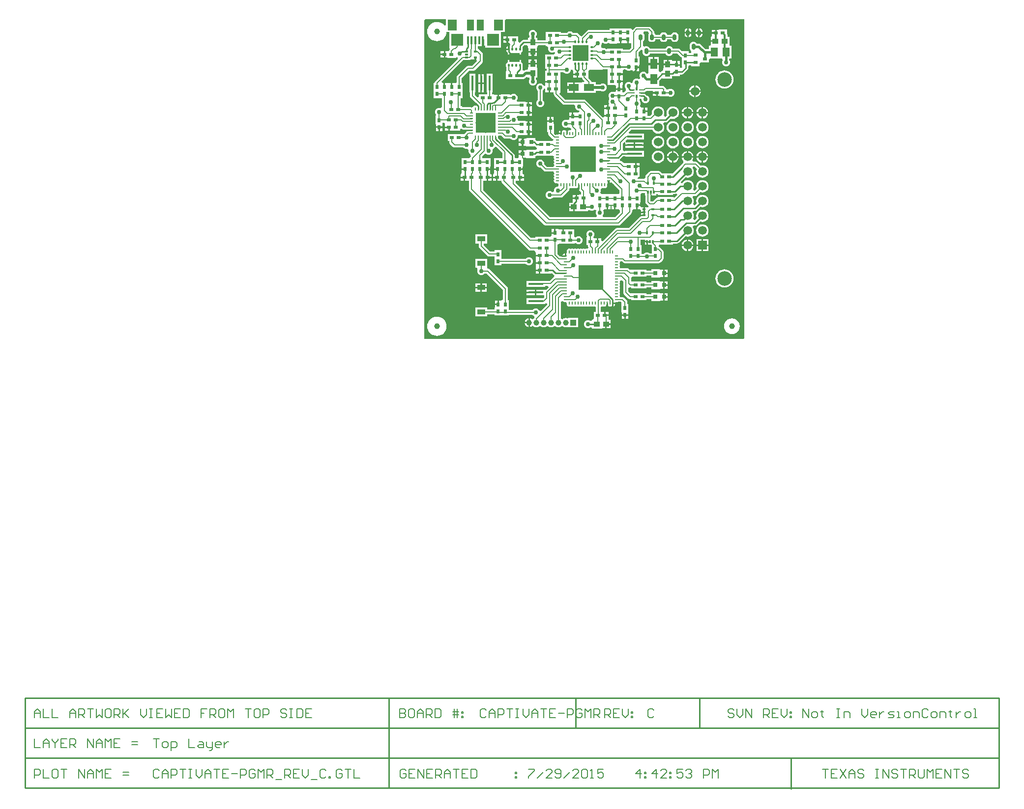
<source format=gtl>
%FSAX25Y25*%
%MOIN*%
G70*
G01*
G75*
G04 Layer_Physical_Order=1*
G04 Layer_Color=255*
%ADD10R,0.01575X0.10236*%
%ADD11R,0.03150X0.02362*%
%ADD12R,0.03150X0.03150*%
%ADD13R,0.03937X0.03740*%
%ADD14R,0.01969X0.01181*%
%ADD15R,0.01181X0.01969*%
%ADD16R,0.02362X0.03150*%
%ADD17R,0.10236X0.01575*%
G04:AMPARAMS|DCode=18|XSize=23.62mil|YSize=39.37mil|CornerRadius=5.91mil|HoleSize=0mil|Usage=FLASHONLY|Rotation=0.000|XOffset=0mil|YOffset=0mil|HoleType=Round|Shape=RoundedRectangle|*
%AMROUNDEDRECTD18*
21,1,0.02362,0.02756,0,0,0.0*
21,1,0.01181,0.03937,0,0,0.0*
1,1,0.01181,0.00591,-0.01378*
1,1,0.01181,-0.00591,-0.01378*
1,1,0.01181,-0.00591,0.01378*
1,1,0.01181,0.00591,0.01378*
%
%ADD18ROUNDEDRECTD18*%
%ADD19R,0.05000X0.06300*%
%ADD20R,0.03740X0.03937*%
%ADD21R,0.04921X0.07087*%
%ADD22R,0.07087X0.04921*%
%ADD23C,0.03937*%
%ADD24O,0.00945X0.02362*%
%ADD25O,0.02362X0.00945*%
%ADD26R,0.16732X0.16732*%
%ADD27R,0.13583X0.13583*%
%ADD28R,0.06890X0.05906*%
%ADD29O,0.01181X0.02362*%
%ADD30R,0.01181X0.02362*%
%ADD31R,0.02165X0.00984*%
%ADD32R,0.02165X0.00787*%
%ADD33R,0.05512X0.03740*%
%ADD34R,0.08268X0.08268*%
%ADD35R,0.06299X0.07480*%
%ADD36R,0.04724X0.07480*%
%ADD37R,0.01575X0.05315*%
%ADD38O,0.02362X0.01181*%
%ADD39R,0.10630X0.10630*%
%ADD40C,0.00800*%
%ADD41C,0.00900*%
%ADD42C,0.01000*%
%ADD43C,0.02000*%
%ADD44C,0.01500*%
%ADD45C,0.01200*%
%ADD46R,0.17200X0.17200*%
%ADD47C,0.06000*%
%ADD48C,0.05906*%
%ADD49R,0.05906X0.05906*%
%ADD50R,0.03937X0.03937*%
%ADD51C,0.09843*%
%ADD52C,0.03000*%
%ADD53C,0.01969*%
G36*
X0458784Y0540763D02*
Y0538798D01*
X0458923Y0538099D01*
X0459319Y0537507D01*
X0459911Y0537111D01*
X0460610Y0536972D01*
X0461791D01*
X0462489Y0537111D01*
X0463082Y0537507D01*
X0463477Y0538099D01*
X0463566Y0538544D01*
X0474334D01*
X0474423Y0538099D01*
X0474819Y0537507D01*
X0475411Y0537111D01*
X0476110Y0536972D01*
X0477290D01*
X0477989Y0537111D01*
X0478581Y0537507D01*
X0478977Y0538099D01*
X0479066Y0538544D01*
X0482249D01*
X0484684Y0536109D01*
X0485214Y0535755D01*
X0485319Y0535734D01*
Y0534487D01*
Y0529763D01*
X0485319D01*
X0485510Y0529110D01*
X0485081Y0528701D01*
X0484081Y0528813D01*
Y0528813D01*
X0483881D01*
Y0530262D01*
X0481700D01*
Y0530762D01*
X0481200D01*
Y0533337D01*
X0479570D01*
X0479519Y0533337D01*
X0478570Y0533461D01*
Y0534018D01*
X0476200D01*
Y0531050D01*
X0475700D01*
Y0530550D01*
X0472830D01*
Y0528919D01*
Y0528836D01*
X0472630Y0527919D01*
Y0527733D01*
X0472630Y0527484D01*
X0472078Y0526484D01*
X0471415Y0526352D01*
X0470852Y0525976D01*
X0470738Y0525861D01*
X0469830Y0526168D01*
X0469665Y0526944D01*
X0469661Y0526975D01*
X0469661Y0527025D01*
Y0531018D01*
X0462739D01*
Y0527025D01*
X0462739Y0526975D01*
X0462618Y0526025D01*
X0462539D01*
Y0525007D01*
X0461620Y0524777D01*
X0461539Y0524787D01*
X0461126Y0525326D01*
X0460562Y0525758D01*
X0459905Y0526030D01*
X0459200Y0526123D01*
X0458495Y0526030D01*
X0457838Y0525758D01*
X0457274Y0525326D01*
X0456842Y0524762D01*
X0456569Y0524105D01*
X0456477Y0523400D01*
X0456569Y0522695D01*
X0456842Y0522038D01*
X0457061Y0521752D01*
X0456348Y0521038D01*
X0456062Y0521258D01*
X0455405Y0521530D01*
X0454700Y0521623D01*
X0453995Y0521530D01*
X0453338Y0521258D01*
X0452774Y0520826D01*
X0452342Y0520262D01*
X0452070Y0519605D01*
X0451977Y0518900D01*
X0451983Y0518851D01*
X0451382Y0518483D01*
X0451034Y0518396D01*
X0450562Y0518758D01*
X0449905Y0519031D01*
X0449200Y0519123D01*
X0448495Y0519031D01*
X0447838Y0518758D01*
X0447274Y0518326D01*
X0446842Y0517762D01*
X0446569Y0517105D01*
X0446477Y0516400D01*
X0446569Y0515695D01*
X0446842Y0515038D01*
X0447274Y0514474D01*
X0447386Y0514389D01*
X0447455Y0514033D01*
X0447446Y0513823D01*
X0447144Y0513118D01*
X0447047Y0513054D01*
X0446081Y0512088D01*
X0445081Y0512313D01*
X0444881Y0513230D01*
Y0513762D01*
X0440519D01*
Y0512801D01*
X0439704Y0512337D01*
X0439335Y0512352D01*
X0438905Y0512531D01*
X0438200Y0512623D01*
X0437495Y0512531D01*
X0436838Y0512258D01*
X0436274Y0511826D01*
X0435842Y0511262D01*
X0435569Y0510605D01*
X0435477Y0509900D01*
X0435541Y0509414D01*
X0435569Y0509195D01*
X0435842Y0508538D01*
X0435842D01*
X0435842Y0508538D01*
D01*
X0436007Y0507900D01*
X0435842Y0507262D01*
Y0507262D01*
X0435842D01*
X0435842Y0507262D01*
X0435569Y0506605D01*
X0435541Y0506386D01*
X0435477Y0505900D01*
X0435569Y0505195D01*
X0435842Y0504538D01*
X0435316Y0503581D01*
X0432763D01*
Y0501900D01*
X0435338D01*
Y0500900D01*
X0432763D01*
Y0499219D01*
X0432763D01*
Y0498581D01*
X0432763D01*
Y0496900D01*
X0435338D01*
Y0495900D01*
X0432763D01*
Y0495558D01*
X0431763Y0495144D01*
X0420354Y0506554D01*
X0419824Y0506907D01*
X0419200Y0507031D01*
X0406376D01*
X0402388Y0511019D01*
X0402802Y0512019D01*
X0402837D01*
Y0516781D01*
X0402837D01*
Y0517019D01*
X0402837D01*
Y0521781D01*
X0402837D01*
X0402837Y0522019D01*
X0402837D01*
Y0525769D01*
X0405049D01*
X0405274Y0525474D01*
X0405838Y0525042D01*
X0406495Y0524769D01*
X0407200Y0524677D01*
X0407905Y0524769D01*
X0408562Y0525042D01*
X0409126Y0525474D01*
X0409558Y0526038D01*
X0409831Y0526695D01*
X0409923Y0527400D01*
X0411326D01*
X0411763Y0526581D01*
X0411763Y0526581D01*
X0411763D01*
X0411763Y0526581D01*
Y0524900D01*
X0414338D01*
Y0524400D01*
X0414838D01*
Y0522219D01*
X0416287D01*
Y0522019D01*
X0417501D01*
X0417555Y0521748D01*
X0417909Y0521219D01*
X0419143Y0519984D01*
X0418760Y0519061D01*
X0417575D01*
Y0518982D01*
X0416625Y0518861D01*
X0416575Y0518861D01*
X0412582D01*
Y0515400D01*
Y0511939D01*
X0416575D01*
X0416625Y0511939D01*
X0417575Y0511818D01*
Y0511739D01*
X0427062D01*
Y0513157D01*
X0430188D01*
X0430338Y0513042D01*
X0430995Y0512770D01*
X0431700Y0512677D01*
X0432405Y0512770D01*
X0433062Y0513042D01*
X0433626Y0513474D01*
X0434058Y0514038D01*
X0434331Y0514695D01*
X0434423Y0515400D01*
X0434331Y0516105D01*
X0434058Y0516762D01*
X0433626Y0517326D01*
X0433062Y0517758D01*
X0432405Y0518031D01*
X0431700Y0518123D01*
X0430995Y0518031D01*
X0430338Y0517758D01*
X0430188Y0517643D01*
X0427062D01*
Y0519061D01*
X0423949D01*
Y0519116D01*
X0423825Y0519741D01*
X0423472Y0520270D01*
X0422434Y0521308D01*
X0421837Y0522019D01*
X0421837D01*
X0421837Y0522019D01*
Y0526781D01*
X0421837D01*
X0422581Y0527400D01*
X0431108D01*
X0431108Y0527400D01*
X0431873Y0527966D01*
X0432035Y0527934D01*
X0435033D01*
X0435063Y0526946D01*
X0435063Y0526946D01*
X0435063Y0526946D01*
Y0522184D01*
X0435063D01*
Y0521946D01*
X0435063D01*
Y0517184D01*
X0439663D01*
X0440519Y0516837D01*
X0440519Y0516223D01*
Y0514762D01*
X0444881D01*
Y0515837D01*
X0444881Y0516837D01*
X0444885Y0516845D01*
X0444885Y0516846D01*
X0444886Y0516847D01*
X0445137Y0517384D01*
X0445137Y0517384D01*
X0445137D01*
X0445137Y0517731D01*
Y0519065D01*
X0442562D01*
Y0520065D01*
X0445137D01*
Y0521746D01*
X0445137D01*
Y0522384D01*
X0445137D01*
Y0524065D01*
X0442562D01*
Y0525065D01*
X0445137D01*
Y0526267D01*
X0445337Y0527184D01*
X0445337Y0527184D01*
X0446137Y0527667D01*
X0447127D01*
X0447274Y0527474D01*
X0447838Y0527042D01*
X0448495Y0526769D01*
X0449200Y0526677D01*
X0449905Y0526769D01*
X0450562Y0527042D01*
X0451019Y0527392D01*
X0451458Y0527296D01*
X0452019Y0526996D01*
Y0526463D01*
X0453700D01*
Y0529038D01*
X0454200D01*
Y0529538D01*
X0456381D01*
Y0530987D01*
X0456581D01*
Y0536537D01*
X0455831D01*
Y0539224D01*
X0457784Y0541177D01*
X0458784Y0540763D01*
D02*
G37*
G36*
X0482224Y0442731D02*
X0480337Y0440844D01*
X0479337Y0441258D01*
Y0441281D01*
X0469063D01*
X0469063Y0441281D01*
Y0441281D01*
D01*
X0469063Y0441281D01*
X0469063Y0441281D01*
X0469063Y0441281D01*
X0468525Y0440496D01*
X0468076Y0440407D01*
X0467864Y0440266D01*
X0467547Y0440054D01*
X0467546Y0440054D01*
X0466738Y0439245D01*
X0466738Y0439245D01*
X0465598Y0438106D01*
X0464301D01*
X0463863Y0438544D01*
Y0441476D01*
X0464378Y0442263D01*
Y0442263D01*
X0467959D01*
Y0443269D01*
X0469063D01*
Y0442519D01*
X0479337D01*
Y0443218D01*
X0480700D01*
X0481344Y0443346D01*
X0481587Y0443508D01*
X0482224Y0442731D01*
D02*
G37*
G36*
X0398674Y0468699D02*
X0398683Y0468672D01*
X0398593Y0468537D01*
X0398463Y0467884D01*
X0398593Y0467232D01*
X0398815Y0466900D01*
X0398593Y0466568D01*
X0398463Y0465915D01*
X0398593Y0465263D01*
X0398815Y0464931D01*
X0398593Y0464599D01*
X0398463Y0463946D01*
X0398593Y0463294D01*
X0398815Y0462962D01*
X0398593Y0462630D01*
X0398463Y0461977D01*
X0398186Y0461640D01*
X0393767D01*
X0391875Y0463532D01*
X0391923Y0463900D01*
X0391830Y0464605D01*
X0391558Y0465262D01*
X0391126Y0465826D01*
X0390562Y0466258D01*
X0389905Y0466531D01*
X0389200Y0466623D01*
X0388495Y0466531D01*
X0387838Y0466258D01*
X0387274Y0465826D01*
X0386842Y0465262D01*
X0386569Y0464605D01*
X0386477Y0463900D01*
X0386569Y0463195D01*
X0386842Y0462538D01*
X0387274Y0461974D01*
X0387838Y0461542D01*
X0388495Y0461270D01*
X0389200Y0461177D01*
X0389568Y0461225D01*
X0391938Y0458855D01*
X0392467Y0458501D01*
X0393092Y0458377D01*
X0398186D01*
X0398463Y0458040D01*
X0398593Y0457387D01*
X0398815Y0457055D01*
X0398593Y0456723D01*
X0398463Y0456071D01*
X0398593Y0455418D01*
X0398815Y0455086D01*
X0398593Y0454754D01*
X0398463Y0454102D01*
X0398593Y0453449D01*
X0398815Y0453117D01*
X0398593Y0452785D01*
X0398463Y0452133D01*
X0398593Y0451480D01*
X0398963Y0450927D01*
X0399516Y0450557D01*
X0400169Y0450427D01*
X0400761D01*
X0401604Y0450304D01*
X0401731Y0449456D01*
Y0449062D01*
X0401504Y0448661D01*
X0400868Y0448080D01*
X0400495Y0448031D01*
X0399838Y0447758D01*
X0399274Y0447326D01*
X0398842Y0446762D01*
X0398569Y0446105D01*
X0398477Y0445400D01*
X0398525Y0445031D01*
X0398443Y0444903D01*
X0398322Y0444817D01*
X0397278Y0444592D01*
X0397062Y0444758D01*
X0396405Y0445030D01*
X0395700Y0445123D01*
X0394995Y0445030D01*
X0394338Y0444758D01*
X0393774Y0444326D01*
X0393342Y0443762D01*
X0393070Y0443105D01*
X0392977Y0442400D01*
X0393070Y0441695D01*
X0393342Y0441038D01*
X0393774Y0440474D01*
X0394338Y0440042D01*
X0394995Y0439770D01*
X0395700Y0439677D01*
X0396405Y0439770D01*
X0397062Y0440042D01*
X0397626Y0440474D01*
X0397851Y0440769D01*
X0403200D01*
X0403824Y0440893D01*
X0404354Y0441247D01*
X0408527Y0445420D01*
X0408880Y0445949D01*
X0409005Y0446573D01*
Y0446887D01*
X0409342Y0447163D01*
X0409994Y0447293D01*
X0410326Y0447515D01*
X0410658Y0447293D01*
X0411310Y0447163D01*
X0411963Y0447293D01*
X0412294Y0447515D01*
X0412626Y0447293D01*
X0413279Y0447163D01*
X0413931Y0447293D01*
X0414443Y0447635D01*
X0414673Y0447481D01*
X0415247Y0447367D01*
X0415585Y0447090D01*
Y0446384D01*
X0415709Y0445760D01*
X0416062Y0445231D01*
X0416931Y0444362D01*
Y0442781D01*
X0415787D01*
Y0442581D01*
X0414338D01*
Y0440400D01*
X0413838D01*
Y0439900D01*
X0411263D01*
Y0438270D01*
X0411263Y0438219D01*
X0411139Y0437270D01*
X0409082D01*
Y0434900D01*
X0412050D01*
Y0434400D01*
X0412550D01*
Y0431530D01*
X0414181D01*
X0414264D01*
X0415181Y0431330D01*
X0415367D01*
X0415936Y0431330D01*
X0421518D01*
Y0431844D01*
X0421709Y0432003D01*
X0422518Y0432287D01*
X0422838Y0432042D01*
X0423495Y0431770D01*
X0424200Y0431677D01*
X0424905Y0431770D01*
X0425562Y0432042D01*
X0426126Y0432474D01*
X0427150Y0432233D01*
X0427336Y0432056D01*
X0427343Y0431763D01*
X0427342Y0431762D01*
X0427070Y0431105D01*
X0426977Y0430400D01*
X0427070Y0429695D01*
X0427342Y0429038D01*
X0427731Y0428531D01*
X0427687Y0428275D01*
X0427361Y0427531D01*
X0395876D01*
X0372469Y0450938D01*
Y0452019D01*
X0373612D01*
Y0452219D01*
X0375062D01*
Y0454400D01*
X0375562D01*
Y0454900D01*
X0378137D01*
Y0456581D01*
X0377666D01*
X0377381Y0457463D01*
X0377381Y0457463D01*
X0377381D01*
X0377381Y0457463D01*
Y0459538D01*
X0375200D01*
Y0460538D01*
X0377381D01*
Y0461987D01*
X0377581D01*
Y0466825D01*
X0377581Y0467537D01*
X0378462Y0467825D01*
X0378462Y0467825D01*
X0379378D01*
X0379461D01*
X0380378Y0467625D01*
X0380392D01*
X0380739Y0467625D01*
X0385928D01*
Y0468763D01*
X0386344Y0468846D01*
X0387063Y0469019D01*
X0387063Y0469019D01*
X0387063Y0469019D01*
X0397337D01*
X0397337Y0469019D01*
X0397337Y0469019D01*
X0397492Y0469120D01*
X0398674Y0468699D01*
D02*
G37*
G36*
X0449200Y0545463D02*
X0450881D01*
X0451069Y0544541D01*
Y0542576D01*
X0449524Y0541031D01*
X0445337D01*
Y0541781D01*
X0435063D01*
Y0541747D01*
X0434342Y0541423D01*
X0434063Y0541374D01*
X0433562Y0541758D01*
X0432905Y0542030D01*
X0432200Y0542123D01*
X0431700Y0542058D01*
X0431106Y0542399D01*
X0430700Y0542783D01*
Y0544380D01*
X0430830Y0544695D01*
X0430923Y0545400D01*
X0430917Y0545449D01*
X0431518Y0545817D01*
X0431866Y0545904D01*
X0432338Y0545542D01*
X0432995Y0545269D01*
X0433700Y0545177D01*
X0434405Y0545269D01*
X0435062Y0545542D01*
X0435319Y0545739D01*
X0436283Y0545342D01*
X0436319Y0545308D01*
Y0545263D01*
X0440602D01*
X0441081Y0545263D01*
Y0545263D01*
X0441081Y0545263D01*
X0441509Y0545458D01*
X0441510Y0545459D01*
X0441510Y0545459D01*
X0441519Y0545463D01*
X0442519Y0545463D01*
X0443200D01*
Y0548038D01*
X0444200D01*
Y0545463D01*
X0445881D01*
Y0545463D01*
X0445881Y0545463D01*
X0446519D01*
Y0545463D01*
X0446519Y0545463D01*
X0448200D01*
Y0548038D01*
X0449200D01*
Y0545463D01*
D02*
G37*
G36*
X0345653Y0534341D02*
X0345920D01*
X0346334Y0533341D01*
X0343024Y0530031D01*
X0340200D01*
X0339576Y0529907D01*
X0339047Y0529554D01*
X0333047Y0523554D01*
X0332693Y0523024D01*
X0332569Y0522400D01*
Y0519141D01*
X0331819Y0518537D01*
Y0518537D01*
X0331819Y0518537D01*
X0330902Y0518337D01*
X0329700D01*
Y0515762D01*
X0328700D01*
Y0518337D01*
X0327019D01*
Y0518337D01*
X0326381D01*
Y0518337D01*
X0324700D01*
Y0515762D01*
X0323700D01*
Y0518337D01*
X0322858D01*
X0322444Y0519337D01*
X0337248Y0534141D01*
X0341431D01*
Y0534141D01*
X0342269Y0534556D01*
X0343169Y0534341D01*
Y0534341D01*
X0343169Y0534341D01*
X0344653D01*
Y0535931D01*
X0345653D01*
Y0534341D01*
D02*
G37*
G36*
X0436023Y0450631D02*
X0436232D01*
X0436806Y0450745D01*
X0437293Y0451071D01*
X0437683Y0451109D01*
X0443069Y0445724D01*
Y0443499D01*
X0442260Y0443037D01*
X0442260D01*
Y0443037D01*
X0442260Y0443037D01*
X0437498D01*
Y0443037D01*
X0437081Y0443037D01*
Y0443037D01*
X0432319D01*
Y0443037D01*
X0432081Y0443037D01*
Y0443037D01*
X0430551D01*
X0430057Y0444037D01*
X0430058Y0444038D01*
X0430331Y0444695D01*
X0430423Y0445400D01*
X0430331Y0446105D01*
X0430253Y0446291D01*
X0430955Y0447171D01*
X0430995Y0447163D01*
X0431648Y0447293D01*
X0431980Y0447515D01*
X0432311Y0447293D01*
X0432964Y0447163D01*
X0433616Y0447293D01*
X0434169Y0447663D01*
X0434539Y0448216D01*
X0434669Y0448869D01*
Y0449660D01*
X0434768Y0450322D01*
X0435023Y0450414D01*
Y0452133D01*
X0436023D01*
Y0450631D01*
D02*
G37*
G36*
X0460141Y0411447D02*
X0461732D01*
Y0410947D01*
X0462232D01*
Y0408963D01*
X0463879D01*
Y0408763D01*
X0464473D01*
X0464516Y0408699D01*
X0464819Y0408395D01*
Y0402987D01*
Y0402669D01*
X0463746D01*
X0463626Y0402826D01*
X0463062Y0403258D01*
X0462405Y0403531D01*
X0461700Y0403623D01*
X0460995Y0403531D01*
X0460338Y0403258D01*
X0459774Y0402826D01*
X0459549Y0402531D01*
X0458081D01*
Y0402987D01*
Y0408537D01*
X0457331D01*
Y0412269D01*
X0460141D01*
Y0411447D01*
D02*
G37*
G36*
X0363568Y0471224D02*
Y0467567D01*
X0362581Y0467537D01*
X0362581Y0467537D01*
X0362581Y0467537D01*
X0357819D01*
Y0461987D01*
X0358019D01*
Y0460538D01*
X0360200D01*
Y0459538D01*
X0358019D01*
Y0457463D01*
X0358019Y0457463D01*
X0358019D01*
X0358019Y0457463D01*
X0357733Y0456581D01*
X0357263D01*
Y0454900D01*
X0359838D01*
Y0454400D01*
X0360338D01*
Y0452219D01*
X0361787D01*
Y0452019D01*
X0362934D01*
X0363055Y0451414D01*
X0363409Y0450884D01*
X0392046Y0422247D01*
X0392576Y0421893D01*
X0393200Y0421769D01*
X0442200D01*
X0442824Y0421893D01*
X0443354Y0422247D01*
X0451033Y0429926D01*
X0451386Y0430455D01*
X0451510Y0431079D01*
Y0432159D01*
X0452260Y0432763D01*
X0452688Y0432958D01*
X0452698Y0432963D01*
X0453698Y0432963D01*
X0454379D01*
Y0435538D01*
X0454879D01*
Y0436038D01*
X0457060D01*
Y0437487D01*
X0457260D01*
Y0443037D01*
X0457260Y0443037D01*
X0457908Y0443769D01*
X0460441D01*
Y0442263D01*
X0460600D01*
Y0437869D01*
X0460724Y0437244D01*
X0461078Y0436715D01*
X0462472Y0435321D01*
X0462608Y0434655D01*
X0462518Y0434317D01*
X0461731Y0434294D01*
Y0434294D01*
X0460247D01*
Y0432703D01*
X0459247D01*
Y0434294D01*
X0457763D01*
X0457060Y0435003D01*
Y0435038D01*
X0455379D01*
Y0432963D01*
X0457060D01*
X0457763Y0432254D01*
Y0431235D01*
X0459747D01*
Y0430235D01*
X0457763D01*
Y0429266D01*
X0459747D01*
Y0428266D01*
X0457763D01*
Y0428019D01*
X0457201Y0427907D01*
X0456671Y0427554D01*
X0449149Y0420031D01*
X0441200D01*
X0440576Y0419907D01*
X0440047Y0419554D01*
X0431561Y0411068D01*
X0430637Y0411451D01*
Y0413081D01*
X0428562D01*
Y0410900D01*
X0427562D01*
Y0413081D01*
X0426113D01*
Y0413281D01*
X0425792D01*
X0425758Y0413317D01*
X0425361Y0414281D01*
X0425558Y0414538D01*
X0425831Y0415195D01*
X0425923Y0415900D01*
X0425831Y0416605D01*
X0425558Y0417262D01*
X0425126Y0417826D01*
X0424562Y0418258D01*
X0423905Y0418531D01*
X0423200Y0418623D01*
X0422495Y0418531D01*
X0421838Y0418258D01*
X0421274Y0417826D01*
X0420842Y0417262D01*
X0420570Y0416605D01*
X0420477Y0415900D01*
X0420570Y0415195D01*
X0420842Y0414538D01*
X0421039Y0414281D01*
X0420642Y0413317D01*
X0420608Y0413281D01*
X0420563D01*
Y0408519D01*
X0421569D01*
Y0407900D01*
X0421693Y0407276D01*
X0421883Y0406991D01*
X0421927Y0406749D01*
X0421232Y0406040D01*
X0420747Y0406137D01*
X0420095Y0406007D01*
X0419763Y0405785D01*
X0419431Y0406007D01*
X0418779Y0406137D01*
X0418126Y0406007D01*
X0417795Y0405785D01*
X0417463Y0406007D01*
X0416810Y0406137D01*
X0416158Y0406007D01*
X0415826Y0405785D01*
X0415494Y0406007D01*
X0414842Y0406137D01*
X0414189Y0406007D01*
X0413858Y0405785D01*
X0413526Y0406007D01*
X0412873Y0406137D01*
X0412221Y0406007D01*
X0411889Y0405785D01*
X0411557Y0406007D01*
X0410905Y0406137D01*
X0410252Y0406007D01*
X0409921Y0405785D01*
X0409589Y0406007D01*
X0408936Y0406137D01*
X0408284Y0406007D01*
X0407730Y0405637D01*
X0407361Y0405084D01*
X0407231Y0404431D01*
Y0403640D01*
X0407132Y0402978D01*
X0406877Y0402886D01*
Y0401167D01*
X0405877D01*
Y0402669D01*
X0405668D01*
X0405094Y0402555D01*
X0404607Y0402229D01*
X0404282Y0401742D01*
X0404167Y0401167D01*
X0403890Y0400830D01*
X0402577D01*
X0400831Y0402576D01*
Y0408659D01*
X0401581Y0409263D01*
X0402052Y0409513D01*
X0402063Y0409519D01*
X0403063Y0409519D01*
X0412337D01*
Y0409553D01*
X0413058Y0409877D01*
X0413337Y0409926D01*
X0413838Y0409542D01*
X0414495Y0409270D01*
X0415200Y0409177D01*
X0415905Y0409270D01*
X0416562Y0409542D01*
X0417126Y0409974D01*
X0417558Y0410538D01*
X0417831Y0411195D01*
X0417923Y0411900D01*
X0417831Y0412605D01*
X0417558Y0413262D01*
X0417126Y0413826D01*
X0416562Y0414258D01*
X0415905Y0414531D01*
X0415200Y0414623D01*
X0414495Y0414531D01*
X0413838Y0414258D01*
X0413337Y0413874D01*
X0413058Y0413923D01*
X0412337Y0414519D01*
X0412337Y0414519D01*
X0412337Y0414519D01*
Y0419281D01*
X0406787D01*
Y0419081D01*
X0405338D01*
Y0416900D01*
X0404338D01*
Y0419081D01*
X0403263D01*
X0402263Y0419081D01*
X0402263Y0419081D01*
X0402263Y0419081D01*
X0401381Y0419337D01*
X0401381Y0419337D01*
Y0419337D01*
X0401369Y0419337D01*
X0399700D01*
Y0416762D01*
X0399200D01*
Y0416262D01*
X0397019D01*
Y0415730D01*
X0396819Y0414813D01*
X0396053Y0414281D01*
X0386063D01*
Y0413531D01*
X0382876D01*
X0350469Y0445938D01*
Y0452019D01*
X0351613D01*
Y0452219D01*
X0353062D01*
Y0454400D01*
X0353562D01*
Y0454900D01*
X0356137D01*
Y0456581D01*
X0355666D01*
X0355381Y0457463D01*
X0355381Y0457463D01*
X0355381D01*
X0355381Y0457463D01*
Y0459538D01*
X0353200D01*
Y0460538D01*
X0355381D01*
Y0461987D01*
X0355581D01*
Y0467537D01*
X0350819D01*
X0350819Y0467537D01*
X0349831Y0467567D01*
Y0468724D01*
X0351624Y0470517D01*
X0352274Y0470474D01*
X0352838Y0470042D01*
X0353495Y0469769D01*
X0354200Y0469677D01*
X0354905Y0469769D01*
X0355562Y0470042D01*
X0356126Y0470474D01*
X0356558Y0471038D01*
X0356831Y0471695D01*
X0356923Y0472400D01*
X0356876Y0472757D01*
X0356888Y0473181D01*
X0357530Y0474029D01*
X0357562Y0474042D01*
X0358126Y0474474D01*
X0358464Y0474915D01*
X0358784Y0475055D01*
X0359674Y0475119D01*
X0363568Y0471224D01*
D02*
G37*
G36*
X0435200Y0432963D02*
X0436727D01*
X0436881Y0432963D01*
Y0432963D01*
X0436881D01*
X0437698Y0432963D01*
D01*
Y0432963D01*
X0437852Y0432963D01*
X0439379D01*
Y0435538D01*
X0440379D01*
Y0432963D01*
X0441060D01*
X0442060Y0432963D01*
X0442070Y0432958D01*
X0442498Y0432763D01*
X0443248Y0432159D01*
Y0430755D01*
X0440024Y0427531D01*
X0432039D01*
X0431713Y0428275D01*
X0431669Y0428531D01*
X0432058Y0429038D01*
X0432331Y0429695D01*
X0432423Y0430400D01*
X0432331Y0431105D01*
X0432058Y0431762D01*
X0432057Y0431763D01*
X0432065Y0432095D01*
X0432519Y0432963D01*
X0432519Y0432963D01*
X0432519Y0432963D01*
X0434200D01*
Y0435538D01*
X0435200D01*
Y0432963D01*
D02*
G37*
G36*
X0325157Y0561871D02*
Y0557963D01*
X0324158Y0557605D01*
X0323818Y0558018D01*
X0322829Y0558831D01*
X0321700Y0559434D01*
X0320474Y0559806D01*
X0319200Y0559932D01*
X0317926Y0559806D01*
X0316701Y0559434D01*
X0315571Y0558831D01*
X0314582Y0558018D01*
X0313769Y0557029D01*
X0313166Y0555899D01*
X0312794Y0554674D01*
X0312669Y0553400D01*
X0312794Y0552126D01*
X0313166Y0550901D01*
X0313769Y0549771D01*
X0314582Y0548782D01*
X0315571Y0547969D01*
X0316701Y0547366D01*
X0317926Y0546994D01*
X0319200Y0546869D01*
X0320474Y0546994D01*
X0321700Y0547366D01*
X0322829Y0547969D01*
X0323818Y0548782D01*
X0324631Y0549771D01*
X0325234Y0550901D01*
X0325606Y0552126D01*
X0325691Y0552991D01*
X0327717D01*
Y0542558D01*
X0327745D01*
X0328127Y0541634D01*
X0327909Y0541416D01*
X0327555Y0540886D01*
X0327434Y0540281D01*
X0326287D01*
Y0540081D01*
X0324838D01*
Y0537900D01*
Y0535719D01*
X0326287D01*
Y0535519D01*
X0331837D01*
Y0535519D01*
X0332837Y0536047D01*
X0333016Y0535979D01*
X0333185Y0535829D01*
X0333229Y0534736D01*
X0318047Y0519554D01*
X0317693Y0519024D01*
X0317596Y0518537D01*
X0316819D01*
Y0512987D01*
Y0508263D01*
X0321581D01*
X0321581Y0508263D01*
X0322569Y0508233D01*
Y0502058D01*
X0321569Y0501463D01*
X0321405Y0501531D01*
X0320700Y0501623D01*
X0319995Y0501531D01*
X0319338Y0501258D01*
X0318774Y0500826D01*
X0318342Y0500262D01*
X0318070Y0499605D01*
X0317977Y0498900D01*
X0318070Y0498195D01*
X0318342Y0497538D01*
X0318726Y0497037D01*
X0318677Y0496758D01*
X0318353Y0496037D01*
X0318319D01*
Y0490487D01*
X0318519D01*
Y0489038D01*
X0322881D01*
Y0490487D01*
X0323081D01*
Y0491479D01*
X0324081Y0491617D01*
X0324563Y0491019D01*
X0324563D01*
X0324563Y0491019D01*
X0324763Y0490102D01*
Y0488900D01*
X0327338D01*
Y0488400D01*
X0327838D01*
Y0486219D01*
X0329287D01*
Y0486019D01*
X0334837D01*
Y0487053D01*
X0335558Y0487377D01*
X0335837Y0487426D01*
X0336338Y0487042D01*
X0336995Y0486769D01*
X0337700Y0486677D01*
X0338405Y0486769D01*
X0338475Y0486798D01*
X0339098Y0486567D01*
X0339252Y0486258D01*
X0339368Y0485485D01*
X0338047Y0484164D01*
X0337819Y0483824D01*
X0336837Y0483781D01*
X0336837Y0483781D01*
X0336837Y0483781D01*
X0326563D01*
Y0479019D01*
X0327569D01*
Y0478400D01*
X0327693Y0477776D01*
X0328046Y0477247D01*
X0330047Y0475246D01*
X0330576Y0474893D01*
X0331200Y0474769D01*
X0337049D01*
X0337274Y0474474D01*
X0337838Y0474042D01*
X0338495Y0473770D01*
X0339200Y0473677D01*
X0339754Y0473750D01*
X0340198Y0473398D01*
X0340550Y0472954D01*
X0340477Y0472400D01*
X0340569Y0471695D01*
X0340842Y0471038D01*
X0341274Y0470474D01*
X0341838Y0470042D01*
X0342038Y0469959D01*
X0342338Y0468846D01*
X0342046Y0468553D01*
X0341693Y0468024D01*
X0341668Y0467901D01*
X0340819Y0467537D01*
X0340581Y0467537D01*
Y0467537D01*
X0335819D01*
Y0461987D01*
X0336019D01*
Y0460538D01*
X0338200D01*
Y0459538D01*
X0336019D01*
Y0457463D01*
X0336019Y0457463D01*
X0336019D01*
X0336019Y0457463D01*
X0335734Y0456581D01*
X0335263D01*
Y0454900D01*
X0337838D01*
Y0454400D01*
X0338338D01*
Y0452219D01*
X0339787D01*
Y0452019D01*
X0340931D01*
Y0446538D01*
X0341055Y0445914D01*
X0341409Y0445384D01*
X0381546Y0405246D01*
X0382076Y0404893D01*
X0382700Y0404769D01*
X0385459D01*
X0386063Y0404019D01*
X0386063D01*
X0386063Y0404019D01*
X0386263Y0403102D01*
Y0401900D01*
X0388838D01*
Y0400900D01*
X0386263D01*
Y0399219D01*
X0386263D01*
X0386263Y0398581D01*
X0386263D01*
Y0396900D01*
X0388838D01*
Y0395900D01*
X0386263D01*
Y0394219D01*
X0386263D01*
Y0393581D01*
X0386263D01*
Y0391900D01*
X0388838D01*
Y0391400D01*
X0389338D01*
Y0389219D01*
X0390787D01*
Y0389019D01*
X0396337D01*
Y0389019D01*
X0397337Y0389384D01*
X0398557Y0388164D01*
X0398820Y0387988D01*
X0398682Y0386941D01*
X0398591Y0386923D01*
X0398062Y0386569D01*
X0395524Y0384031D01*
X0392518D01*
Y0384293D01*
X0379882D01*
Y0380318D01*
X0392518D01*
Y0380769D01*
X0394455D01*
X0394838Y0379845D01*
X0393278Y0378285D01*
X0392318Y0378187D01*
X0392318Y0378187D01*
X0392318Y0378187D01*
X0386700D01*
Y0376400D01*
Y0374613D01*
X0392069D01*
Y0373076D01*
X0391475Y0372482D01*
X0379882D01*
Y0368507D01*
X0392518D01*
Y0368858D01*
X0393132Y0369307D01*
X0394069Y0368882D01*
Y0368076D01*
X0389754Y0363761D01*
X0388641Y0364062D01*
X0388558Y0364262D01*
X0388126Y0364826D01*
X0387562Y0365258D01*
X0386905Y0365530D01*
X0386200Y0365623D01*
X0385495Y0365530D01*
X0384838Y0365258D01*
X0384274Y0364826D01*
X0384049Y0364531D01*
X0368081D01*
Y0365487D01*
Y0371037D01*
X0367331D01*
Y0378900D01*
X0367207Y0379524D01*
X0366854Y0380053D01*
X0354854Y0392054D01*
X0354324Y0392407D01*
X0353918Y0392488D01*
X0353156Y0393062D01*
Y0399202D01*
X0345244D01*
Y0393062D01*
X0346195D01*
X0346490Y0392697D01*
X0346759Y0392062D01*
X0346569Y0391605D01*
X0346477Y0390900D01*
X0346569Y0390195D01*
X0346842Y0389538D01*
X0347274Y0388974D01*
X0347838Y0388542D01*
X0348495Y0388269D01*
X0349200Y0388177D01*
X0349905Y0388269D01*
X0350562Y0388542D01*
X0351126Y0388974D01*
X0351351Y0389269D01*
X0353024D01*
X0364069Y0378224D01*
Y0371641D01*
X0363319Y0371037D01*
Y0371037D01*
X0363319Y0371037D01*
X0362402Y0370837D01*
X0361200D01*
Y0368262D01*
X0360700D01*
Y0367762D01*
X0358519D01*
Y0366313D01*
X0358319D01*
Y0364763D01*
X0353156D01*
Y0366202D01*
X0345244D01*
Y0360062D01*
X0353156D01*
Y0361501D01*
X0358319D01*
Y0360763D01*
X0363081D01*
Y0360763D01*
X0363319D01*
Y0360763D01*
X0368081D01*
Y0361269D01*
X0384049D01*
X0384274Y0360974D01*
X0384838Y0360542D01*
X0385038Y0360459D01*
X0385228Y0360120D01*
X0385390Y0359420D01*
X0385375Y0359297D01*
X0385193Y0359025D01*
X0385193Y0359024D01*
X0385193Y0359024D01*
X0385132Y0358716D01*
X0385124Y0358677D01*
X0385102Y0358668D01*
X0384772Y0358415D01*
X0383817Y0358017D01*
X0383197Y0358493D01*
X0382475Y0358792D01*
X0382200Y0358828D01*
Y0355900D01*
Y0352972D01*
X0382475Y0353008D01*
X0383197Y0353307D01*
X0383817Y0353783D01*
X0384772Y0353385D01*
X0385102Y0353132D01*
X0385873Y0352813D01*
X0386700Y0352704D01*
X0387527Y0352813D01*
X0388298Y0353132D01*
X0388960Y0353640D01*
X0389440D01*
X0390102Y0353132D01*
X0390873Y0352813D01*
X0391700Y0352704D01*
X0392527Y0352813D01*
X0393298Y0353132D01*
X0393960Y0353640D01*
X0394440D01*
X0395102Y0353132D01*
X0395873Y0352813D01*
X0396700Y0352704D01*
X0397527Y0352813D01*
X0398298Y0353132D01*
X0398960Y0353640D01*
X0399440D01*
X0400102Y0353132D01*
X0400873Y0352813D01*
X0401700Y0352704D01*
X0402527Y0352813D01*
X0403298Y0353132D01*
X0403960Y0353640D01*
X0404440D01*
X0405102Y0353132D01*
X0405873Y0352813D01*
X0406700Y0352704D01*
X0407527Y0352813D01*
X0407531Y0352815D01*
X0408532Y0352731D01*
X0408532Y0352731D01*
X0408532Y0352731D01*
X0414868D01*
Y0359068D01*
X0408532D01*
X0408532Y0359068D01*
Y0359068D01*
X0407531Y0358985D01*
X0407527Y0358987D01*
X0406700Y0359096D01*
X0405873Y0358987D01*
X0405102Y0358668D01*
X0404440Y0358160D01*
X0403469Y0358537D01*
X0403331Y0358642D01*
X0403331Y0370320D01*
X0404331Y0370623D01*
X0404463Y0370427D01*
X0405016Y0370057D01*
X0405668Y0369927D01*
X0406261D01*
X0407104Y0369804D01*
X0407231Y0368956D01*
Y0368369D01*
X0407361Y0367716D01*
X0407730Y0367163D01*
X0408284Y0366793D01*
X0408936Y0366663D01*
X0409589Y0366793D01*
X0409921Y0367015D01*
X0410252Y0366793D01*
X0410905Y0366663D01*
X0411557Y0366793D01*
X0411889Y0367015D01*
X0412221Y0366793D01*
X0412873Y0366663D01*
X0413526Y0366793D01*
X0413858Y0367015D01*
X0414189Y0366793D01*
X0414842Y0366663D01*
X0415494Y0366793D01*
X0415826Y0367015D01*
X0416158Y0366793D01*
X0416810Y0366663D01*
X0417463Y0366793D01*
X0417795Y0367015D01*
X0418126Y0366793D01*
X0418779Y0366663D01*
X0419431Y0366793D01*
X0419763Y0367015D01*
X0420095Y0366793D01*
X0420747Y0366663D01*
X0421400Y0366793D01*
X0421732Y0367015D01*
X0422063Y0366793D01*
X0422716Y0366663D01*
X0423368Y0366793D01*
X0423700Y0367015D01*
X0424032Y0366793D01*
X0424684Y0366663D01*
X0425337Y0366793D01*
X0425668Y0367015D01*
X0426000Y0366793D01*
X0426653Y0366663D01*
X0426990Y0366387D01*
Y0363281D01*
X0425563D01*
Y0358519D01*
X0424790Y0357970D01*
X0424382D01*
Y0357456D01*
X0424191Y0357296D01*
X0423382Y0357013D01*
X0423062Y0357258D01*
X0422405Y0357530D01*
X0421700Y0357623D01*
X0420995Y0357530D01*
X0420338Y0357258D01*
X0419774Y0356826D01*
X0419342Y0356262D01*
X0419069Y0355605D01*
X0418977Y0354900D01*
X0419069Y0354195D01*
X0419342Y0353538D01*
X0419774Y0352974D01*
X0420338Y0352541D01*
X0420995Y0352270D01*
X0421700Y0352177D01*
X0422405Y0352270D01*
X0423062Y0352541D01*
X0423382Y0352787D01*
X0424191Y0352504D01*
X0424382Y0352344D01*
Y0351830D01*
X0429964D01*
X0430533Y0351830D01*
X0430719D01*
X0431636Y0352030D01*
X0431719D01*
X0433350D01*
Y0354900D01*
X0433850D01*
Y0355400D01*
X0436818D01*
Y0357770D01*
X0435761D01*
X0435761Y0357770D01*
X0435637Y0358719D01*
X0435637Y0358770D01*
Y0360400D01*
X0433062D01*
Y0360900D01*
X0432562D01*
Y0363081D01*
X0431113D01*
Y0363281D01*
X0430253D01*
Y0366387D01*
X0430590Y0366663D01*
X0431242Y0366793D01*
X0431574Y0367015D01*
X0431906Y0366793D01*
X0432558Y0366663D01*
X0433211Y0366793D01*
X0433722Y0367135D01*
X0433952Y0366982D01*
X0434027Y0366967D01*
Y0367556D01*
X0434134Y0367716D01*
X0434264Y0368369D01*
Y0369077D01*
X0434790D01*
Y0368369D01*
X0434920Y0367716D01*
X0435027Y0367556D01*
Y0366967D01*
X0435101Y0366982D01*
X0435331Y0367135D01*
X0435843Y0366793D01*
X0436495Y0366663D01*
X0437148Y0366793D01*
X0437660Y0367135D01*
X0437889Y0366982D01*
X0437964Y0366967D01*
Y0367556D01*
X0438071Y0367716D01*
X0438201Y0368369D01*
Y0369077D01*
X0438464D01*
Y0369577D01*
X0440185D01*
X0440279Y0369832D01*
X0440935Y0369927D01*
X0441732D01*
X0442102Y0370001D01*
X0443913D01*
X0444280Y0369521D01*
X0444319Y0368537D01*
X0444319D01*
Y0362987D01*
X0444519D01*
Y0361538D01*
X0448881D01*
Y0362987D01*
X0449081D01*
Y0368537D01*
X0448331D01*
Y0369900D01*
X0448207Y0370524D01*
X0447854Y0371054D01*
X0446121Y0372786D01*
X0445592Y0373140D01*
X0444968Y0373264D01*
X0443714D01*
X0443437Y0373602D01*
X0443307Y0374254D01*
X0443085Y0374586D01*
X0443307Y0374918D01*
X0443437Y0375571D01*
X0443307Y0376223D01*
X0443085Y0376555D01*
X0443307Y0376887D01*
X0443437Y0377539D01*
X0443307Y0378192D01*
X0443085Y0378524D01*
X0443307Y0378856D01*
X0443437Y0379508D01*
X0443307Y0380161D01*
X0443085Y0380493D01*
X0443307Y0380825D01*
X0443437Y0381477D01*
X0443307Y0382130D01*
X0443085Y0382462D01*
X0443307Y0382794D01*
X0443437Y0383447D01*
X0443345Y0383906D01*
X0443604Y0384344D01*
X0444398Y0384527D01*
X0444829Y0384464D01*
X0445569Y0383724D01*
Y0376400D01*
X0445693Y0375776D01*
X0446046Y0375247D01*
X0449047Y0372246D01*
X0449576Y0371892D01*
X0450200Y0371768D01*
X0451063D01*
Y0371019D01*
X0461337D01*
Y0371768D01*
X0464473D01*
Y0370625D01*
X0469661D01*
X0470009Y0370625D01*
X0470022D01*
X0470939Y0370825D01*
X0471022D01*
X0472653D01*
Y0373400D01*
Y0375975D01*
X0471022D01*
X0470939D01*
X0470022Y0376175D01*
X0470009D01*
X0469661Y0376175D01*
X0464473D01*
Y0375031D01*
X0461337D01*
Y0375781D01*
X0451063D01*
X0451063Y0375781D01*
Y0375781D01*
X0450082Y0375825D01*
X0448831Y0377076D01*
Y0379187D01*
X0449069Y0379413D01*
X0449831Y0379842D01*
X0450200Y0379769D01*
X0451063D01*
Y0379019D01*
X0461337D01*
Y0379769D01*
X0464473D01*
Y0378625D01*
X0469661D01*
X0470009Y0378625D01*
X0470022D01*
X0470939Y0378825D01*
X0471022D01*
X0472653D01*
Y0381400D01*
Y0383975D01*
X0471022D01*
X0470939D01*
X0470022Y0384174D01*
X0470009D01*
X0469661Y0384174D01*
X0464473D01*
Y0383031D01*
X0461337D01*
Y0383781D01*
X0451063D01*
X0450831Y0384685D01*
Y0386115D01*
X0450920Y0386461D01*
X0451728Y0387019D01*
X0461337D01*
Y0387768D01*
X0464473D01*
Y0386625D01*
X0469661D01*
X0470009Y0386625D01*
X0470022D01*
X0470939Y0386825D01*
X0471022D01*
X0472653D01*
Y0389400D01*
Y0391974D01*
X0471022D01*
X0470939D01*
X0470022Y0392175D01*
X0470009D01*
X0469661Y0392175D01*
X0464473D01*
Y0391031D01*
X0461337D01*
Y0391781D01*
X0451063D01*
X0451063Y0391781D01*
Y0391781D01*
X0450082Y0391825D01*
X0449431Y0392476D01*
X0448902Y0392830D01*
X0448278Y0392954D01*
X0443714D01*
X0443437Y0393291D01*
X0443307Y0393944D01*
X0443085Y0394276D01*
X0443307Y0394608D01*
X0443437Y0395261D01*
X0443307Y0395913D01*
X0443085Y0396245D01*
X0443307Y0396577D01*
X0443437Y0397230D01*
X0443714Y0397567D01*
X0444726D01*
X0445546Y0396746D01*
X0446076Y0396393D01*
X0446700Y0396269D01*
X0469700D01*
X0470324Y0396393D01*
X0470854Y0396746D01*
X0472354Y0398247D01*
X0472707Y0398776D01*
X0472831Y0399400D01*
Y0403900D01*
X0472707Y0404524D01*
X0472354Y0405054D01*
X0470491Y0406916D01*
X0469962Y0407269D01*
X0469581Y0407345D01*
Y0408068D01*
X0469581Y0408537D01*
X0470450Y0408853D01*
X0479337D01*
Y0409552D01*
X0482035D01*
X0482678Y0409680D01*
X0483224Y0410045D01*
X0487704Y0414525D01*
X0488116Y0414354D01*
X0489200Y0414211D01*
X0490284Y0414354D01*
X0491294Y0414773D01*
X0492162Y0415438D01*
X0492827Y0416306D01*
X0493246Y0417316D01*
X0493389Y0418400D01*
X0493246Y0419484D01*
X0492827Y0420494D01*
X0492656Y0420718D01*
X0493149Y0421718D01*
X0494200D01*
X0494844Y0421846D01*
X0495390Y0422210D01*
X0497704Y0424525D01*
X0498116Y0424354D01*
X0499200Y0424211D01*
X0500284Y0424354D01*
X0501294Y0424773D01*
X0502162Y0425438D01*
X0502827Y0426306D01*
X0503246Y0427316D01*
X0503389Y0428400D01*
X0503246Y0429484D01*
X0502827Y0430494D01*
X0502162Y0431362D01*
X0501294Y0432027D01*
X0500284Y0432446D01*
X0499200Y0432589D01*
X0498116Y0432446D01*
X0497106Y0432027D01*
X0496238Y0431362D01*
X0495573Y0430494D01*
X0495154Y0429484D01*
X0495011Y0428400D01*
X0495154Y0427316D01*
X0495325Y0426904D01*
X0494013Y0425592D01*
X0493593Y0425661D01*
X0493462Y0425772D01*
X0493019Y0426769D01*
X0493246Y0427316D01*
X0493389Y0428400D01*
X0493246Y0429484D01*
X0492827Y0430494D01*
X0492656Y0430718D01*
X0493149Y0431718D01*
X0494200D01*
X0494844Y0431846D01*
X0495390Y0432210D01*
X0497704Y0434525D01*
X0498116Y0434354D01*
X0499200Y0434211D01*
X0500284Y0434354D01*
X0501294Y0434773D01*
X0502162Y0435438D01*
X0502827Y0436306D01*
X0503246Y0437316D01*
X0503389Y0438400D01*
X0503246Y0439484D01*
X0502827Y0440494D01*
X0502162Y0441362D01*
X0501294Y0442027D01*
X0500284Y0442446D01*
X0499200Y0442589D01*
X0498116Y0442446D01*
X0497106Y0442027D01*
X0496238Y0441362D01*
X0495573Y0440494D01*
X0495154Y0439484D01*
X0495011Y0438400D01*
X0495154Y0437316D01*
X0495325Y0436904D01*
X0494013Y0435592D01*
X0493593Y0435661D01*
X0493462Y0435772D01*
X0493019Y0436769D01*
X0493246Y0437316D01*
X0493389Y0438400D01*
X0493246Y0439484D01*
X0492827Y0440494D01*
X0492617Y0440769D01*
X0493110Y0441769D01*
X0494200D01*
X0494824Y0441893D01*
X0495354Y0442246D01*
X0497653Y0444546D01*
X0498116Y0444354D01*
X0499200Y0444211D01*
X0500284Y0444354D01*
X0501294Y0444773D01*
X0502162Y0445438D01*
X0502827Y0446306D01*
X0503246Y0447316D01*
X0503389Y0448400D01*
X0503246Y0449484D01*
X0502827Y0450494D01*
X0502162Y0451362D01*
X0501294Y0452027D01*
X0500284Y0452446D01*
X0499200Y0452589D01*
X0498116Y0452446D01*
X0497106Y0452027D01*
X0496238Y0451362D01*
X0495573Y0450494D01*
X0495154Y0449484D01*
X0495011Y0448400D01*
X0495154Y0447316D01*
X0495346Y0446853D01*
X0493994Y0445501D01*
X0493523Y0445570D01*
X0493342Y0445761D01*
X0492975Y0446661D01*
X0493246Y0447316D01*
X0493389Y0448400D01*
X0493246Y0449484D01*
X0492827Y0450494D01*
X0492162Y0451362D01*
X0491294Y0452027D01*
X0490284Y0452446D01*
X0489200Y0452589D01*
X0488116Y0452446D01*
X0487106Y0452027D01*
X0486238Y0451362D01*
X0485573Y0450494D01*
X0485096Y0450502D01*
X0484688Y0451509D01*
X0487704Y0454525D01*
X0488116Y0454354D01*
X0489200Y0454211D01*
X0490284Y0454354D01*
X0491294Y0454773D01*
X0492162Y0455438D01*
X0492827Y0456306D01*
X0493246Y0457316D01*
X0493389Y0458400D01*
X0493246Y0459484D01*
X0492827Y0460494D01*
X0492617Y0460769D01*
X0493063Y0461674D01*
X0494035Y0461758D01*
X0495492Y0460301D01*
X0495154Y0459484D01*
X0495011Y0458400D01*
X0495154Y0457316D01*
X0495573Y0456306D01*
X0496238Y0455438D01*
X0497106Y0454773D01*
X0498116Y0454354D01*
X0499200Y0454211D01*
X0500284Y0454354D01*
X0501294Y0454773D01*
X0502162Y0455438D01*
X0502827Y0456306D01*
X0503246Y0457316D01*
X0503389Y0458400D01*
X0503246Y0459484D01*
X0502827Y0460494D01*
X0502162Y0461362D01*
X0501294Y0462027D01*
X0500284Y0462446D01*
X0499200Y0462589D01*
X0498116Y0462446D01*
X0498006Y0462401D01*
X0495854Y0464553D01*
X0495324Y0464907D01*
X0494700Y0465031D01*
X0492858D01*
X0492365Y0466031D01*
X0492653Y0466407D01*
X0493051Y0467368D01*
X0493121Y0467900D01*
X0485279D01*
X0485349Y0467368D01*
X0485747Y0466407D01*
X0486348Y0465624D01*
X0486385Y0465558D01*
X0486434Y0465248D01*
X0486343Y0464350D01*
X0484228Y0462235D01*
X0484010Y0462090D01*
X0479202Y0457281D01*
X0471764D01*
X0470826Y0458219D01*
X0470297Y0458573D01*
X0469672Y0458697D01*
X0464365D01*
X0463741Y0458573D01*
X0463212Y0458219D01*
X0461078Y0456085D01*
X0460724Y0455556D01*
X0460600Y0454931D01*
Y0454334D01*
X0459700Y0453531D01*
X0455690D01*
X0455425Y0453719D01*
X0455415Y0453774D01*
X0456026Y0454719D01*
X0456637D01*
Y0459081D01*
X0456637D01*
Y0459719D01*
X0456637D01*
Y0461400D01*
X0454062D01*
Y0461900D01*
X0453562D01*
Y0464081D01*
X0452113D01*
Y0464281D01*
X0446563D01*
X0446563Y0464281D01*
Y0464281D01*
X0445581Y0464326D01*
X0444807Y0465100D01*
X0444278Y0465454D01*
X0443653Y0465578D01*
X0443502D01*
X0443199Y0466578D01*
X0443374Y0466695D01*
X0445491Y0468812D01*
X0446882D01*
Y0468507D01*
X0459518D01*
Y0472482D01*
X0446882D01*
Y0472482D01*
X0445882Y0472281D01*
X0445880Y0472282D01*
X0445296Y0473177D01*
X0445331Y0473353D01*
Y0477535D01*
X0446152Y0478356D01*
X0446194Y0478334D01*
X0446194Y0478334D01*
X0446819Y0478009D01*
X0446940Y0477946D01*
X0447029Y0477899D01*
X0447082Y0477872D01*
Y0477812D01*
Y0477724D01*
X0447082Y0477318D01*
Y0477246D01*
Y0477246D01*
Y0476900D01*
X0452700D01*
Y0478187D01*
X0448023D01*
X0448023D01*
X0447951Y0478187D01*
X0447545Y0478187D01*
X0447457D01*
X0447398D01*
X0447370Y0478240D01*
X0447324Y0478330D01*
X0447261Y0478450D01*
X0446936Y0479075D01*
X0446936Y0479075D01*
X0446914Y0479118D01*
X0448114Y0480318D01*
X0459518D01*
Y0484293D01*
X0449707D01*
X0449324Y0485217D01*
X0450876Y0486769D01*
X0465330D01*
X0465531Y0486282D01*
X0466205Y0485404D01*
X0467082Y0484731D01*
X0468104Y0484308D01*
X0469200Y0484164D01*
X0470296Y0484308D01*
X0471318Y0484731D01*
X0472195Y0485404D01*
X0472869Y0486282D01*
X0473292Y0487304D01*
X0473436Y0488400D01*
X0473292Y0489496D01*
X0472869Y0490518D01*
X0472716Y0490718D01*
X0473209Y0491718D01*
X0474200D01*
X0474844Y0491846D01*
X0475390Y0492210D01*
X0477668Y0494489D01*
X0478104Y0494308D01*
X0479200Y0494164D01*
X0480296Y0494308D01*
X0481318Y0494731D01*
X0482196Y0495404D01*
X0482869Y0496282D01*
X0483292Y0497304D01*
X0483436Y0498400D01*
X0483292Y0499496D01*
X0482869Y0500518D01*
X0482196Y0501396D01*
X0481318Y0502069D01*
X0480296Y0502492D01*
X0479200Y0502636D01*
X0478104Y0502492D01*
X0477082Y0502069D01*
X0476204Y0501396D01*
X0475531Y0500518D01*
X0475108Y0499496D01*
X0474964Y0498400D01*
X0475108Y0497304D01*
X0475289Y0496868D01*
X0474053Y0495632D01*
X0473668Y0495695D01*
X0473572Y0495765D01*
X0473085Y0496805D01*
X0473292Y0497304D01*
X0473436Y0498400D01*
X0473292Y0499496D01*
X0472869Y0500518D01*
X0472195Y0501396D01*
X0471318Y0502069D01*
X0470296Y0502492D01*
X0469200Y0502636D01*
X0468104Y0502492D01*
X0467082Y0502069D01*
X0466205Y0501396D01*
X0465531Y0500518D01*
X0465108Y0499496D01*
X0464964Y0498400D01*
X0465072Y0497579D01*
X0463662Y0496169D01*
X0462081D01*
Y0497313D01*
X0461881D01*
Y0498762D01*
X0459700D01*
Y0499262D01*
X0459200D01*
Y0501837D01*
X0457851D01*
X0456973Y0502611D01*
X0457020Y0502988D01*
X0457058Y0503038D01*
X0457331Y0503695D01*
X0457423Y0504400D01*
X0457331Y0505105D01*
X0457058Y0505762D01*
X0456806Y0506091D01*
X0456542Y0506819D01*
X0457060Y0507707D01*
X0457732Y0507672D01*
X0457977Y0507400D01*
X0458070Y0506695D01*
X0458342Y0506038D01*
X0458774Y0505474D01*
X0459338Y0505042D01*
X0459995Y0504770D01*
X0460700Y0504677D01*
X0461405Y0504770D01*
X0462062Y0505042D01*
X0462626Y0505474D01*
X0463058Y0506038D01*
X0463331Y0506695D01*
X0463423Y0507400D01*
X0463331Y0508105D01*
X0463058Y0508762D01*
X0462626Y0509326D01*
X0462062Y0509758D01*
X0461603Y0509948D01*
X0460394Y0511157D01*
X0460158Y0511315D01*
X0460293Y0512361D01*
X0460822Y0512715D01*
X0461376Y0513269D01*
X0465763D01*
Y0512400D01*
X0468338D01*
Y0511900D01*
X0468838D01*
Y0509719D01*
X0470287D01*
Y0509519D01*
X0475837D01*
X0475837Y0509519D01*
X0476772Y0509362D01*
X0476995Y0509270D01*
X0477700Y0509177D01*
X0478405Y0509270D01*
X0479062Y0509542D01*
X0479626Y0509974D01*
X0480058Y0510538D01*
X0480331Y0511195D01*
X0480423Y0511900D01*
X0480331Y0512605D01*
X0480058Y0513262D01*
X0479626Y0513826D01*
X0479062Y0514258D01*
X0478405Y0514531D01*
X0477700Y0514623D01*
X0476995Y0514531D01*
X0476772Y0514438D01*
X0475837Y0514281D01*
X0475837Y0514281D01*
X0475837Y0514281D01*
X0474645D01*
X0474569Y0514662D01*
X0474216Y0515191D01*
X0473353Y0516053D01*
X0472824Y0516407D01*
X0472200Y0516531D01*
X0470858D01*
X0469861Y0516538D01*
X0469861Y0517531D01*
Y0520082D01*
X0471732Y0521953D01*
X0472630Y0521582D01*
Y0521582D01*
X0472630Y0521582D01*
X0478770D01*
Y0523017D01*
X0479050D01*
X0479714Y0523149D01*
X0479884Y0523263D01*
X0484081D01*
Y0524304D01*
X0485338D01*
X0486001Y0524436D01*
X0486563Y0524812D01*
X0489122Y0527371D01*
X0489498Y0527934D01*
X0489630Y0528597D01*
Y0529763D01*
X0490081D01*
Y0530608D01*
X0491776D01*
Y0529960D01*
X0497325D01*
Y0531914D01*
X0498075Y0532519D01*
X0503624D01*
Y0534343D01*
X0504331Y0535050D01*
X0510500D01*
X0510900Y0535050D01*
X0511200D01*
X0511500D01*
X0511900Y0535050D01*
X0512760D01*
X0513063Y0534050D01*
X0512842Y0533762D01*
X0512570Y0533105D01*
X0512477Y0532400D01*
X0512570Y0531695D01*
X0512842Y0531038D01*
X0513274Y0530474D01*
X0513838Y0530042D01*
X0514495Y0529770D01*
X0515200Y0529677D01*
X0515905Y0529770D01*
X0516562Y0530042D01*
X0517126Y0530474D01*
X0517558Y0531038D01*
X0517831Y0531695D01*
X0517923Y0532400D01*
X0517831Y0533105D01*
X0517558Y0533762D01*
X0517337Y0534050D01*
X0517640Y0535050D01*
X0518900D01*
Y0543750D01*
X0518485D01*
X0517518Y0543830D01*
Y0549970D01*
X0516185D01*
Y0551113D01*
X0516068Y0551698D01*
X0516045Y0551815D01*
X0515837Y0552126D01*
Y0554781D01*
X0510287D01*
Y0554581D01*
X0508838D01*
Y0552400D01*
X0508338D01*
Y0551900D01*
X0505763D01*
Y0550770D01*
X0505763Y0550488D01*
X0505082Y0549770D01*
D01*
Y0549624D01*
X0505082Y0549501D01*
Y0547400D01*
X0508050D01*
Y0546400D01*
X0505082D01*
Y0544750D01*
X0505082Y0544030D01*
X0504198Y0543750D01*
X0504198Y0543750D01*
X0503500D01*
Y0541388D01*
X0501323D01*
X0498130Y0544581D01*
X0497485Y0545012D01*
X0496724Y0545164D01*
X0495495D01*
X0495477Y0545252D01*
X0495082Y0545844D01*
X0494489Y0546240D01*
X0493790Y0546379D01*
X0492610D01*
X0491911Y0546240D01*
X0491319Y0545844D01*
X0490923Y0545252D01*
X0490784Y0544553D01*
Y0541797D01*
X0490923Y0541099D01*
X0491319Y0540507D01*
X0491739Y0539893D01*
X0491536Y0538894D01*
X0490081D01*
Y0540037D01*
X0485370D01*
X0484078Y0541329D01*
X0483549Y0541683D01*
X0482924Y0541807D01*
X0479066D01*
X0478977Y0542252D01*
X0478581Y0542844D01*
X0477989Y0543240D01*
X0477290Y0543379D01*
X0476110D01*
X0475411Y0543240D01*
X0474819Y0542844D01*
X0474423Y0542252D01*
X0474334Y0541807D01*
X0463566D01*
X0463477Y0542252D01*
X0463082Y0542844D01*
X0462489Y0543240D01*
X0461791Y0543379D01*
X0460610D01*
X0460091Y0543276D01*
X0459428Y0543626D01*
X0459091Y0543895D01*
Y0546788D01*
X0459341Y0546955D01*
X0459737Y0547548D01*
X0459876Y0548246D01*
Y0551002D01*
X0459737Y0551701D01*
X0459341Y0552293D01*
X0459229Y0552369D01*
X0459532Y0553369D01*
X0462424D01*
X0462602Y0553191D01*
X0463059Y0552293D01*
X0462663Y0551701D01*
X0462524Y0551002D01*
Y0548246D01*
X0462663Y0547548D01*
X0463059Y0546955D01*
X0463651Y0546560D01*
X0464350Y0546421D01*
X0465531D01*
X0466229Y0546560D01*
X0466822Y0546955D01*
X0467217Y0547548D01*
X0467306Y0547993D01*
X0470594D01*
X0470683Y0547548D01*
X0471078Y0546956D01*
X0471671Y0546560D01*
X0472369Y0546421D01*
X0473550D01*
X0474249Y0546560D01*
X0474841Y0546956D01*
X0475237Y0547548D01*
X0475326Y0547993D01*
X0478074D01*
X0478163Y0547548D01*
X0478559Y0546956D01*
X0479151Y0546560D01*
X0479850Y0546421D01*
X0481031D01*
X0481729Y0546560D01*
X0482322Y0546956D01*
X0482717Y0547548D01*
X0482856Y0548247D01*
Y0551003D01*
X0482717Y0551701D01*
X0482322Y0552293D01*
X0481729Y0552689D01*
X0481031Y0552828D01*
X0479850D01*
X0479151Y0552689D01*
X0478559Y0552293D01*
X0478163Y0551701D01*
X0478074Y0551256D01*
X0475326D01*
X0475237Y0551701D01*
X0474841Y0552293D01*
X0474249Y0552689D01*
X0473550Y0552828D01*
X0472369D01*
X0471671Y0552689D01*
X0471078Y0552293D01*
X0470683Y0551701D01*
X0470594Y0551256D01*
X0467306D01*
X0467217Y0551701D01*
X0466822Y0552293D01*
X0466572Y0552460D01*
Y0553160D01*
X0466447Y0553784D01*
X0466094Y0554313D01*
X0464254Y0556153D01*
X0463724Y0556507D01*
X0463100Y0556631D01*
X0454800D01*
X0454176Y0556507D01*
X0453647Y0556153D01*
X0452081Y0554588D01*
X0451081Y0555002D01*
Y0555537D01*
X0446319D01*
Y0555537D01*
X0446081D01*
Y0555537D01*
X0441319D01*
Y0555537D01*
X0441081D01*
Y0555537D01*
X0436319D01*
Y0554393D01*
X0422062D01*
X0421438Y0554269D01*
X0420909Y0553916D01*
X0417259Y0550266D01*
X0416574Y0550333D01*
X0414853Y0552054D01*
X0414324Y0552407D01*
X0413700Y0552531D01*
X0411601D01*
X0411376Y0552826D01*
X0410812Y0553259D01*
X0410155Y0553531D01*
X0409450Y0553623D01*
X0408745Y0553531D01*
X0408088Y0553259D01*
X0407524Y0552826D01*
X0407299Y0552531D01*
X0403337D01*
Y0553281D01*
X0393063D01*
Y0548519D01*
X0393063Y0548519D01*
X0393033Y0547531D01*
X0387270D01*
Y0549218D01*
X0386443D01*
X0386443Y0550388D01*
X0386558Y0550538D01*
X0386830Y0551195D01*
X0386923Y0551900D01*
X0386830Y0552605D01*
X0386558Y0553262D01*
X0386126Y0553826D01*
X0385562Y0554258D01*
X0384905Y0554530D01*
X0384200Y0554623D01*
X0383495Y0554530D01*
X0382838Y0554258D01*
X0382274Y0553826D01*
X0381842Y0553262D01*
X0381570Y0552605D01*
X0381477Y0551900D01*
X0381570Y0551195D01*
X0381842Y0550538D01*
X0381957Y0550388D01*
Y0549925D01*
X0381250Y0549218D01*
X0381130D01*
Y0547783D01*
X0377850D01*
X0377186Y0547651D01*
X0376624Y0547275D01*
X0375337Y0545988D01*
X0374337Y0546402D01*
Y0550281D01*
X0368787D01*
Y0550081D01*
X0367338D01*
Y0547900D01*
Y0545719D01*
X0367809D01*
X0368787Y0545519D01*
X0369096Y0544519D01*
X0368913Y0544245D01*
X0368361Y0543919D01*
Y0541412D01*
X0367861D01*
Y0540912D01*
X0366240D01*
Y0540821D01*
X0366363Y0540201D01*
X0366715Y0539675D01*
X0367241Y0539323D01*
X0367255Y0539320D01*
Y0537731D01*
X0368255Y0537731D01*
Y0538853D01*
X0375145D01*
Y0537731D01*
X0376145Y0537731D01*
Y0539116D01*
X0376237Y0539135D01*
X0376830Y0539530D01*
X0377225Y0540123D01*
X0377364Y0540821D01*
Y0542002D01*
X0377272Y0542466D01*
Y0543021D01*
X0378568Y0544316D01*
X0380412D01*
X0381130Y0543316D01*
Y0543067D01*
Y0542881D01*
X0381330Y0541964D01*
Y0541881D01*
Y0540250D01*
X0387070D01*
Y0541881D01*
Y0541964D01*
X0387270Y0542881D01*
Y0543067D01*
Y0543269D01*
X0388008Y0544269D01*
X0393063D01*
Y0543519D01*
X0393866D01*
X0394540Y0542643D01*
X0394558Y0542519D01*
X0394477Y0541900D01*
X0394569Y0541195D01*
X0394842Y0540538D01*
X0395274Y0539974D01*
X0395838Y0539542D01*
X0396495Y0539269D01*
X0397200Y0539177D01*
X0397905Y0539269D01*
X0398518Y0539523D01*
X0398568Y0539539D01*
X0399030Y0539381D01*
X0399374Y0538693D01*
X0398791Y0537781D01*
X0392563D01*
Y0533019D01*
X0392563D01*
X0392563Y0532781D01*
X0392563D01*
Y0528019D01*
X0393706D01*
Y0527400D01*
Y0526781D01*
X0392563D01*
Y0522019D01*
X0392563D01*
X0392563Y0522019D01*
X0392563Y0522019D01*
X0392563Y0522019D01*
X0392763Y0521102D01*
Y0519900D01*
X0395338D01*
Y0518900D01*
X0392763D01*
Y0517219D01*
X0392763D01*
Y0516581D01*
X0392724Y0516560D01*
X0391558Y0516762D01*
X0391126Y0517326D01*
X0390562Y0517758D01*
X0389905Y0518031D01*
X0389200Y0518123D01*
X0388495Y0518031D01*
X0387838Y0517758D01*
X0387274Y0517326D01*
X0386842Y0516762D01*
X0386569Y0516105D01*
X0386477Y0515400D01*
X0386569Y0514695D01*
X0386842Y0514038D01*
X0387274Y0513474D01*
X0387569Y0513248D01*
Y0507052D01*
X0387274Y0506826D01*
X0386842Y0506262D01*
X0386569Y0505605D01*
X0386477Y0504900D01*
X0386569Y0504195D01*
X0386842Y0503538D01*
X0387274Y0502974D01*
X0387838Y0502542D01*
X0388495Y0502270D01*
X0389200Y0502177D01*
X0389905Y0502270D01*
X0390562Y0502542D01*
X0391126Y0502974D01*
X0391558Y0503538D01*
X0391830Y0504195D01*
X0391923Y0504900D01*
X0391830Y0505605D01*
X0391558Y0506262D01*
X0391126Y0506826D01*
X0390831Y0507052D01*
Y0513248D01*
X0391126Y0513474D01*
X0391558Y0514038D01*
X0391830Y0514695D01*
X0392763Y0514463D01*
Y0512219D01*
X0394838D01*
Y0514400D01*
X0395838D01*
Y0512219D01*
X0397287D01*
Y0512019D01*
X0398431D01*
Y0511038D01*
X0398555Y0510414D01*
X0398909Y0509884D01*
X0404546Y0504247D01*
X0405076Y0503893D01*
X0405700Y0503769D01*
X0412262D01*
X0412523Y0503554D01*
X0413025Y0502769D01*
X0412977Y0502400D01*
X0413069Y0501695D01*
X0413342Y0501038D01*
X0413774Y0500474D01*
X0414338Y0500042D01*
X0414995Y0499769D01*
X0415700Y0499677D01*
X0415958Y0499337D01*
X0415462Y0498337D01*
X0414019D01*
Y0498337D01*
X0413381D01*
Y0498337D01*
X0411700D01*
Y0495762D01*
X0411200D01*
Y0495262D01*
X0409019D01*
Y0494730D01*
X0408819Y0493813D01*
X0407977Y0493430D01*
X0407819Y0493359D01*
X0407405Y0493531D01*
X0406700Y0493623D01*
X0405995Y0493531D01*
X0405338Y0493258D01*
X0404774Y0492826D01*
X0404342Y0492262D01*
X0404070Y0491605D01*
X0403977Y0490900D01*
X0404070Y0490195D01*
X0404342Y0489538D01*
X0404774Y0488974D01*
X0405338Y0488542D01*
X0405995Y0488270D01*
X0406700Y0488177D01*
X0407405Y0488270D01*
X0407819Y0488441D01*
X0408819Y0488263D01*
D01*
X0408819Y0488263D01*
X0409774Y0488154D01*
X0410046Y0487746D01*
X0410396Y0487397D01*
X0410389Y0487283D01*
X0409777Y0486550D01*
X0409342Y0486637D01*
X0408689Y0486507D01*
X0408178Y0486165D01*
X0407948Y0486318D01*
X0407873Y0486333D01*
Y0485744D01*
X0407766Y0485584D01*
X0407636Y0484932D01*
Y0484223D01*
X0407110D01*
Y0484932D01*
X0406980Y0485584D01*
X0406873Y0485744D01*
Y0486333D01*
X0406799Y0486318D01*
X0406569Y0486165D01*
X0406057Y0486507D01*
X0405405Y0486637D01*
X0404752Y0486507D01*
X0404241Y0486165D01*
X0404011Y0486318D01*
X0403936Y0486333D01*
Y0485744D01*
X0403829Y0485584D01*
X0403699Y0484932D01*
Y0484223D01*
X0403436D01*
Y0483723D01*
X0401715D01*
X0401621Y0483468D01*
X0400965Y0483373D01*
X0400169D01*
X0399797Y0483299D01*
X0399608D01*
X0398626Y0484281D01*
X0398581Y0485263D01*
X0398581Y0485263D01*
X0398581Y0485263D01*
Y0490813D01*
X0398381D01*
Y0492262D01*
X0394019D01*
Y0490813D01*
X0393819D01*
Y0485263D01*
X0394569D01*
Y0484400D01*
X0394693Y0483776D01*
X0395046Y0483247D01*
X0397779Y0480514D01*
X0398177Y0480248D01*
X0398192Y0480170D01*
X0397382Y0479291D01*
X0397338Y0479281D01*
X0397330Y0479281D01*
X0397090Y0479281D01*
X0387063D01*
X0387063Y0479281D01*
X0386234Y0479694D01*
X0385928Y0479898D01*
Y0481175D01*
X0380739D01*
X0380392Y0481175D01*
X0380378D01*
X0379461Y0480975D01*
X0379378D01*
X0377747D01*
Y0478400D01*
Y0475825D01*
X0379378D01*
X0379461D01*
X0380378Y0475625D01*
X0380392D01*
X0380739Y0475625D01*
X0385638D01*
X0386056Y0475346D01*
X0386454Y0475267D01*
X0387063Y0474519D01*
Y0474082D01*
X0386975Y0473840D01*
X0386758Y0473599D01*
X0385928Y0473175D01*
X0385928D01*
X0385928Y0473175D01*
X0380739D01*
X0380392Y0473175D01*
X0380378D01*
X0379461Y0472975D01*
X0379378D01*
X0377747D01*
Y0470400D01*
X0377247D01*
Y0469900D01*
X0374672D01*
Y0468537D01*
X0374672Y0467825D01*
X0373792Y0467537D01*
X0372819D01*
X0372819Y0467537D01*
X0371882Y0467690D01*
Y0469400D01*
X0371882Y0469400D01*
X0371754Y0470044D01*
X0371390Y0470590D01*
X0371390Y0470590D01*
X0360785Y0481194D01*
X0360795Y0481243D01*
Y0481834D01*
X0360921Y0482679D01*
X0361766Y0482805D01*
X0362357D01*
X0362729Y0482879D01*
X0362809D01*
X0364442Y0481247D01*
X0364971Y0480893D01*
X0365595Y0480769D01*
X0365595Y0480769D01*
X0369049D01*
X0369274Y0480474D01*
X0369838Y0480042D01*
X0370495Y0479770D01*
X0371200Y0479677D01*
X0371905Y0479770D01*
X0372562Y0480042D01*
X0373126Y0480474D01*
X0373558Y0481038D01*
X0373831Y0481695D01*
X0373923Y0482400D01*
X0374466Y0483019D01*
X0379250D01*
Y0483219D01*
X0380700D01*
Y0485400D01*
X0381200D01*
Y0485900D01*
X0383775D01*
Y0487581D01*
X0383775D01*
Y0488219D01*
X0383775D01*
Y0489900D01*
X0381200D01*
Y0490400D01*
X0380700D01*
Y0492581D01*
X0379250D01*
Y0492781D01*
X0374466D01*
X0373923Y0493400D01*
X0373831Y0494105D01*
X0373558Y0494762D01*
X0373203Y0495225D01*
X0373715Y0495938D01*
X0373792Y0496019D01*
X0379250D01*
Y0496219D01*
X0380700D01*
Y0498400D01*
X0381200D01*
Y0498900D01*
X0383775D01*
Y0500581D01*
X0383775D01*
Y0501219D01*
X0383775D01*
Y0502900D01*
X0381200D01*
Y0503400D01*
X0380700D01*
Y0505581D01*
X0379250D01*
Y0505781D01*
X0373792D01*
X0373715Y0505861D01*
X0373203Y0506575D01*
X0373558Y0507038D01*
X0373831Y0507695D01*
X0373923Y0508400D01*
X0373831Y0509105D01*
X0373558Y0509762D01*
X0373126Y0510326D01*
X0372562Y0510758D01*
X0371905Y0511030D01*
X0371200Y0511123D01*
X0370495Y0511030D01*
X0369838Y0510758D01*
X0369337Y0510374D01*
X0369058Y0510423D01*
X0368337Y0510747D01*
Y0510781D01*
X0362787D01*
Y0510581D01*
X0361338D01*
Y0508400D01*
X0360338D01*
Y0510581D01*
X0358263D01*
X0358263Y0510581D01*
Y0510581D01*
X0358260Y0510582D01*
X0357837Y0510781D01*
X0357837Y0510781D01*
X0357324Y0510781D01*
X0356694D01*
Y0512082D01*
X0357093D01*
Y0524718D01*
X0353118D01*
Y0512082D01*
X0353431D01*
Y0510781D01*
X0347563D01*
Y0509151D01*
X0346639Y0508768D01*
X0344926Y0510481D01*
Y0512082D01*
X0345282D01*
Y0524718D01*
X0341307D01*
Y0512082D01*
X0341663D01*
Y0509805D01*
X0341787Y0509181D01*
X0342141Y0508652D01*
X0346212Y0504581D01*
X0346163Y0503291D01*
X0345933Y0503139D01*
X0345310Y0503263D01*
X0344658Y0503133D01*
X0344105Y0502763D01*
X0343735Y0502210D01*
X0343256Y0502051D01*
X0342661Y0501940D01*
X0342200Y0502031D01*
X0336337D01*
Y0502781D01*
X0335194D01*
Y0508263D01*
X0336581D01*
Y0512987D01*
Y0518537D01*
X0335831D01*
Y0521724D01*
X0340876Y0526769D01*
X0343700D01*
X0344324Y0526893D01*
X0344853Y0527247D01*
X0349853Y0532246D01*
X0350207Y0532776D01*
X0350331Y0533400D01*
Y0537900D01*
X0350207Y0538524D01*
X0349853Y0539053D01*
X0347885Y0541022D01*
X0347356Y0541376D01*
X0347337Y0541379D01*
Y0541659D01*
X0346886D01*
Y0543543D01*
X0349802D01*
Y0543743D01*
X0349873D01*
Y0547400D01*
X0350873D01*
Y0543743D01*
X0352126D01*
Y0542558D01*
X0362794D01*
Y0552991D01*
X0365353D01*
Y0561164D01*
X0366060Y0561871D01*
X0527671Y0561871D01*
X0527671Y0345637D01*
X0526964Y0344929D01*
X0310729D01*
Y0561164D01*
X0311437Y0561871D01*
X0325157D01*
D02*
G37*
%LPC*%
G36*
X0359338Y0453900D02*
X0357263D01*
Y0452219D01*
X0359338D01*
Y0453900D01*
D02*
G37*
G36*
X0337338Y0453900D02*
X0335263D01*
Y0452219D01*
X0337338D01*
Y0453900D01*
D02*
G37*
G36*
X0456637Y0464081D02*
X0454562D01*
Y0462400D01*
X0456637D01*
Y0464081D01*
D02*
G37*
G36*
X0378137Y0453900D02*
X0376062D01*
Y0452219D01*
X0378137D01*
Y0453900D01*
D02*
G37*
G36*
X0356137Y0453900D02*
X0354062D01*
Y0452219D01*
X0356137D01*
Y0453900D01*
D02*
G37*
G36*
X0411550Y0433900D02*
X0409082D01*
Y0431530D01*
X0411550D01*
Y0433900D01*
D02*
G37*
G36*
X0413338Y0442581D02*
X0411263D01*
Y0440900D01*
X0413338D01*
Y0442581D01*
D02*
G37*
G36*
X0398700Y0419337D02*
X0397019D01*
Y0417262D01*
X0398700D01*
Y0419337D01*
D02*
G37*
G36*
X0461232Y0410447D02*
X0460141D01*
Y0408963D01*
X0461232D01*
Y0410447D01*
D02*
G37*
G36*
X0499200Y0422589D02*
X0498116Y0422446D01*
X0497106Y0422027D01*
X0496238Y0421362D01*
X0495573Y0420494D01*
X0495154Y0419484D01*
X0495011Y0418400D01*
X0495154Y0417316D01*
X0495573Y0416306D01*
X0496238Y0415438D01*
X0497106Y0414773D01*
X0498116Y0414354D01*
X0499200Y0414211D01*
X0500284Y0414354D01*
X0501294Y0414773D01*
X0502162Y0415438D01*
X0502827Y0416306D01*
X0503246Y0417316D01*
X0503389Y0418400D01*
X0503246Y0419484D01*
X0502827Y0420494D01*
X0502162Y0421362D01*
X0501294Y0422027D01*
X0500284Y0422446D01*
X0499200Y0422589D01*
D02*
G37*
G36*
X0469200Y0472636D02*
X0468104Y0472492D01*
X0467082Y0472069D01*
X0466205Y0471395D01*
X0465531Y0470518D01*
X0465108Y0469496D01*
X0464964Y0468400D01*
X0465108Y0467304D01*
X0465531Y0466282D01*
X0466205Y0465405D01*
X0467082Y0464731D01*
X0468104Y0464308D01*
X0469200Y0464164D01*
X0470296Y0464308D01*
X0471318Y0464731D01*
X0472195Y0465405D01*
X0472869Y0466282D01*
X0473292Y0467304D01*
X0473436Y0468400D01*
X0473292Y0469496D01*
X0472869Y0470518D01*
X0472195Y0471395D01*
X0471318Y0472069D01*
X0470296Y0472492D01*
X0469200Y0472636D01*
D02*
G37*
G36*
X0376747Y0472975D02*
X0374672D01*
Y0470900D01*
X0376747D01*
Y0472975D01*
D02*
G37*
G36*
X0469200Y0482636D02*
X0468104Y0482492D01*
X0467082Y0482069D01*
X0466205Y0481395D01*
X0465531Y0480518D01*
X0465108Y0479496D01*
X0464964Y0478400D01*
X0465108Y0477304D01*
X0465531Y0476282D01*
X0466205Y0475405D01*
X0467082Y0474731D01*
X0468104Y0474308D01*
X0469200Y0474164D01*
X0470296Y0474308D01*
X0471318Y0474731D01*
X0472195Y0475405D01*
X0472869Y0476282D01*
X0473292Y0477304D01*
X0473436Y0478400D01*
X0473292Y0479496D01*
X0472869Y0480518D01*
X0472195Y0481395D01*
X0471318Y0482069D01*
X0470296Y0482492D01*
X0469200Y0482636D01*
D02*
G37*
G36*
X0498700Y0472321D02*
X0498168Y0472251D01*
X0497207Y0471853D01*
X0496381Y0471219D01*
X0495747Y0470393D01*
X0495349Y0469432D01*
X0495279Y0468900D01*
X0498700D01*
Y0472321D01*
D02*
G37*
G36*
X0499700D02*
Y0468900D01*
X0503121D01*
X0503051Y0469432D01*
X0502653Y0470393D01*
X0502019Y0471219D01*
X0501193Y0471853D01*
X0500232Y0472251D01*
X0499700Y0472321D01*
D02*
G37*
G36*
X0499200Y0482589D02*
X0498116Y0482446D01*
X0497106Y0482027D01*
X0496238Y0481362D01*
X0495573Y0480494D01*
X0495154Y0479484D01*
X0495011Y0478400D01*
X0495154Y0477316D01*
X0495573Y0476306D01*
X0496238Y0475438D01*
X0497106Y0474773D01*
X0498116Y0474354D01*
X0499200Y0474211D01*
X0500284Y0474354D01*
X0501294Y0474773D01*
X0502162Y0475438D01*
X0502827Y0476306D01*
X0503246Y0477316D01*
X0503389Y0478400D01*
X0503246Y0479484D01*
X0502827Y0480494D01*
X0502162Y0481362D01*
X0501294Y0482027D01*
X0500284Y0482446D01*
X0499200Y0482589D01*
D02*
G37*
G36*
X0452700Y0475900D02*
X0447082D01*
Y0474613D01*
X0452700D01*
Y0475900D01*
D02*
G37*
G36*
X0479200Y0482636D02*
X0478104Y0482492D01*
X0477082Y0482069D01*
X0476204Y0481395D01*
X0475531Y0480518D01*
X0475108Y0479496D01*
X0474964Y0478400D01*
X0475108Y0477304D01*
X0475531Y0476282D01*
X0476204Y0475405D01*
X0477082Y0474731D01*
X0478104Y0474308D01*
X0479200Y0474164D01*
X0480296Y0474308D01*
X0481318Y0474731D01*
X0482196Y0475405D01*
X0482869Y0476282D01*
X0483292Y0477304D01*
X0483436Y0478400D01*
X0483292Y0479496D01*
X0482869Y0480518D01*
X0482196Y0481395D01*
X0481318Y0482069D01*
X0480296Y0482492D01*
X0479200Y0482636D01*
D02*
G37*
G36*
X0489200Y0482589D02*
X0488116Y0482446D01*
X0487106Y0482027D01*
X0486238Y0481362D01*
X0485573Y0480494D01*
X0485154Y0479484D01*
X0485011Y0478400D01*
X0485154Y0477316D01*
X0485573Y0476306D01*
X0486238Y0475438D01*
X0487106Y0474773D01*
X0488116Y0474354D01*
X0489200Y0474211D01*
X0490284Y0474354D01*
X0491294Y0474773D01*
X0492162Y0475438D01*
X0492827Y0476306D01*
X0493246Y0477316D01*
X0493389Y0478400D01*
X0493246Y0479484D01*
X0492827Y0480494D01*
X0492162Y0481362D01*
X0491294Y0482027D01*
X0490284Y0482446D01*
X0489200Y0482589D01*
D02*
G37*
G36*
X0498700Y0467900D02*
X0495279D01*
X0495349Y0467368D01*
X0495747Y0466407D01*
X0496381Y0465581D01*
X0497207Y0464947D01*
X0498168Y0464549D01*
X0498700Y0464479D01*
Y0467900D01*
D02*
G37*
G36*
X0503121D02*
X0499700D01*
Y0464479D01*
X0500232Y0464549D01*
X0501193Y0464947D01*
X0502019Y0465581D01*
X0502653Y0466407D01*
X0503051Y0467368D01*
X0503121Y0467900D01*
D02*
G37*
G36*
X0478700D02*
X0475231D01*
X0475303Y0467356D01*
X0475706Y0466383D01*
X0476347Y0465547D01*
X0477183Y0464906D01*
X0478156Y0464503D01*
X0478700Y0464431D01*
Y0467900D01*
D02*
G37*
G36*
X0483169D02*
X0479700D01*
Y0464431D01*
X0480244Y0464503D01*
X0481217Y0464906D01*
X0482053Y0465547D01*
X0482694Y0466383D01*
X0483097Y0467356D01*
X0483169Y0467900D01*
D02*
G37*
G36*
X0488700Y0472321D02*
X0488168Y0472251D01*
X0487207Y0471853D01*
X0486381Y0471219D01*
X0485747Y0470393D01*
X0485349Y0469432D01*
X0485279Y0468900D01*
X0488700D01*
Y0472321D01*
D02*
G37*
G36*
X0489700D02*
Y0468900D01*
X0493121D01*
X0493051Y0469432D01*
X0492653Y0470393D01*
X0492019Y0471219D01*
X0491193Y0471853D01*
X0490232Y0472251D01*
X0489700Y0472321D01*
D02*
G37*
G36*
X0478700Y0472369D02*
X0478156Y0472297D01*
X0477183Y0471894D01*
X0476347Y0471253D01*
X0475706Y0470417D01*
X0475303Y0469444D01*
X0475231Y0468900D01*
X0478700D01*
Y0472369D01*
D02*
G37*
G36*
X0479700D02*
Y0468900D01*
X0483169D01*
X0483097Y0469444D01*
X0482694Y0470417D01*
X0482053Y0471253D01*
X0481217Y0471894D01*
X0480244Y0472297D01*
X0479700Y0472369D01*
D02*
G37*
G36*
X0503153Y0412353D02*
X0499700D01*
Y0408900D01*
X0503153D01*
Y0412353D01*
D02*
G37*
G36*
X0475728Y0372900D02*
X0473653D01*
Y0370825D01*
X0475728D01*
Y0372900D01*
D02*
G37*
G36*
X0473653Y0375975D02*
Y0373900D01*
X0475728D01*
Y0375975D01*
X0473653D01*
D02*
G37*
G36*
X0439965Y0368577D02*
X0438964D01*
Y0366967D01*
X0439038Y0366982D01*
X0439525Y0367307D01*
X0439851Y0367794D01*
X0439965Y0368369D01*
Y0368577D01*
D02*
G37*
G36*
X0360200Y0370837D02*
X0358519D01*
Y0368762D01*
X0360200D01*
Y0370837D01*
D02*
G37*
G36*
X0352956Y0379168D02*
X0349700D01*
Y0376798D01*
X0352956D01*
Y0379168D01*
D02*
G37*
G36*
X0385700Y0378187D02*
X0380082D01*
Y0376900D01*
X0385700D01*
Y0378187D01*
D02*
G37*
G36*
Y0375900D02*
X0380082D01*
Y0374613D01*
X0385700D01*
Y0375900D01*
D02*
G37*
G36*
X0348700Y0379168D02*
X0345444D01*
Y0376798D01*
X0348700D01*
Y0379168D01*
D02*
G37*
G36*
X0436818Y0354400D02*
X0434350D01*
Y0352030D01*
X0436818D01*
Y0354400D01*
D02*
G37*
G36*
X0381200Y0355400D02*
X0378772D01*
X0378808Y0355125D01*
X0379107Y0354403D01*
X0379583Y0353783D01*
X0380203Y0353307D01*
X0380925Y0353008D01*
X0381200Y0352972D01*
Y0355400D01*
D02*
G37*
G36*
X0319200Y0359931D02*
X0317926Y0359806D01*
X0316701Y0359434D01*
X0315571Y0358831D01*
X0314582Y0358018D01*
X0313769Y0357029D01*
X0313166Y0355900D01*
X0312794Y0354674D01*
X0312669Y0353400D01*
X0312794Y0352126D01*
X0313166Y0350901D01*
X0313769Y0349771D01*
X0314582Y0348782D01*
X0315571Y0347969D01*
X0316701Y0347366D01*
X0317926Y0346994D01*
X0319200Y0346869D01*
X0320474Y0346994D01*
X0321700Y0347366D01*
X0322829Y0347969D01*
X0323818Y0348782D01*
X0324631Y0349771D01*
X0325234Y0350901D01*
X0325606Y0352126D01*
X0325731Y0353400D01*
X0325606Y0354674D01*
X0325234Y0355900D01*
X0324631Y0357029D01*
X0323818Y0358018D01*
X0322829Y0358831D01*
X0321700Y0359434D01*
X0320474Y0359806D01*
X0319200Y0359931D01*
D02*
G37*
G36*
X0519200Y0358733D02*
X0517820Y0358551D01*
X0516534Y0358018D01*
X0515429Y0357171D01*
X0514582Y0356066D01*
X0514049Y0354780D01*
X0513867Y0353400D01*
X0514049Y0352020D01*
X0514582Y0350734D01*
X0515429Y0349629D01*
X0516534Y0348782D01*
X0517820Y0348249D01*
X0519200Y0348067D01*
X0520580Y0348249D01*
X0521866Y0348782D01*
X0522971Y0349629D01*
X0523818Y0350734D01*
X0524351Y0352020D01*
X0524533Y0353400D01*
X0524351Y0354780D01*
X0523818Y0356066D01*
X0522971Y0357171D01*
X0521866Y0358018D01*
X0520580Y0358551D01*
X0519200Y0358733D01*
D02*
G37*
G36*
X0448881Y0360538D02*
X0447200D01*
Y0358463D01*
X0448881D01*
Y0360538D01*
D02*
G37*
G36*
X0435637Y0363081D02*
X0433562D01*
Y0361400D01*
X0435637D01*
Y0363081D01*
D02*
G37*
G36*
X0381200Y0358828D02*
X0380925Y0358792D01*
X0380203Y0358493D01*
X0379583Y0358017D01*
X0379107Y0357397D01*
X0378808Y0356675D01*
X0378772Y0356400D01*
X0381200D01*
Y0358828D01*
D02*
G37*
G36*
X0446200Y0360538D02*
X0444519D01*
Y0358463D01*
X0446200D01*
Y0360538D01*
D02*
G37*
G36*
X0503153Y0407900D02*
X0499700D01*
Y0404447D01*
X0503153D01*
Y0407900D01*
D02*
G37*
G36*
X0488700D02*
X0485279D01*
X0485349Y0407368D01*
X0485747Y0406407D01*
X0486381Y0405581D01*
X0487207Y0404947D01*
X0488168Y0404549D01*
X0488700Y0404479D01*
Y0407900D01*
D02*
G37*
G36*
X0353156Y0415738D02*
X0345244D01*
Y0409598D01*
X0347569D01*
Y0407900D01*
X0347693Y0407276D01*
X0348046Y0406746D01*
X0353547Y0401247D01*
X0354076Y0400893D01*
X0354700Y0400769D01*
X0358319D01*
Y0399487D01*
Y0394763D01*
X0363081D01*
Y0395906D01*
X0379443D01*
X0379774Y0395474D01*
X0380338Y0395042D01*
X0380995Y0394770D01*
X0381700Y0394677D01*
X0382405Y0394770D01*
X0383062Y0395042D01*
X0383626Y0395474D01*
X0384058Y0396038D01*
X0384331Y0396695D01*
X0384423Y0397400D01*
X0384331Y0398105D01*
X0384058Y0398762D01*
X0383626Y0399326D01*
X0383062Y0399758D01*
X0382405Y0400031D01*
X0381700Y0400123D01*
X0380995Y0400031D01*
X0380338Y0399758D01*
X0379774Y0399326D01*
X0379654Y0399169D01*
X0363081D01*
Y0399487D01*
Y0405037D01*
X0358319D01*
Y0404031D01*
X0355376D01*
X0350831Y0408576D01*
Y0409598D01*
X0353156D01*
Y0415738D01*
D02*
G37*
G36*
X0498700Y0407900D02*
X0495247D01*
Y0404447D01*
X0498700D01*
Y0407900D01*
D02*
G37*
G36*
X0489700Y0412321D02*
Y0408900D01*
X0493121D01*
X0493051Y0409432D01*
X0492653Y0410393D01*
X0492019Y0411219D01*
X0491193Y0411853D01*
X0490232Y0412251D01*
X0489700Y0412321D01*
D02*
G37*
G36*
X0498700Y0412353D02*
X0495247D01*
Y0408900D01*
X0498700D01*
Y0412353D01*
D02*
G37*
G36*
X0493121Y0407900D02*
X0489700D01*
Y0404479D01*
X0490232Y0404549D01*
X0491193Y0404947D01*
X0492019Y0405581D01*
X0492653Y0406407D01*
X0493051Y0407368D01*
X0493121Y0407900D01*
D02*
G37*
G36*
X0488700Y0412321D02*
X0488168Y0412251D01*
X0487207Y0411853D01*
X0486381Y0411219D01*
X0485747Y0410393D01*
X0485349Y0409432D01*
X0485279Y0408900D01*
X0488700D01*
Y0412321D01*
D02*
G37*
G36*
X0348700Y0382538D02*
X0345444D01*
Y0380168D01*
X0348700D01*
Y0382538D01*
D02*
G37*
G36*
X0352956D02*
X0349700D01*
Y0380168D01*
X0352956D01*
Y0382538D01*
D02*
G37*
G36*
X0475728Y0380900D02*
X0473653D01*
Y0378825D01*
X0475728D01*
Y0380900D01*
D02*
G37*
G36*
X0514200Y0392051D02*
X0513000Y0391933D01*
X0511846Y0391583D01*
X0510783Y0391014D01*
X0509851Y0390249D01*
X0509086Y0389317D01*
X0508517Y0388254D01*
X0508167Y0387100D01*
X0508049Y0385900D01*
X0508167Y0384700D01*
X0508517Y0383546D01*
X0509086Y0382483D01*
X0509851Y0381551D01*
X0510783Y0380786D01*
X0511846Y0380217D01*
X0513000Y0379867D01*
X0514200Y0379749D01*
X0515400Y0379867D01*
X0516554Y0380217D01*
X0517617Y0380786D01*
X0518549Y0381551D01*
X0519314Y0382483D01*
X0519883Y0383546D01*
X0520233Y0384700D01*
X0520351Y0385900D01*
X0520233Y0387100D01*
X0519883Y0388254D01*
X0519314Y0389317D01*
X0518549Y0390249D01*
X0517617Y0391014D01*
X0516554Y0391583D01*
X0515400Y0391933D01*
X0514200Y0392051D01*
D02*
G37*
G36*
X0388338Y0390900D02*
X0386263D01*
Y0389219D01*
X0388338D01*
Y0390900D01*
D02*
G37*
G36*
X0473653Y0391974D02*
Y0389900D01*
X0475728D01*
Y0391974D01*
X0473653D01*
D02*
G37*
G36*
X0473653Y0383975D02*
Y0381900D01*
X0475728D01*
Y0383975D01*
X0473653D01*
D02*
G37*
G36*
X0475728Y0388900D02*
X0473653D01*
Y0386825D01*
X0475728D01*
Y0388900D01*
D02*
G37*
G36*
X0459318Y0475900D02*
X0453700D01*
Y0474613D01*
X0459318D01*
Y0475900D01*
D02*
G37*
G36*
X0383700Y0534518D02*
X0381330D01*
Y0532050D01*
X0383700D01*
Y0534518D01*
D02*
G37*
G36*
X0387070D02*
X0384700D01*
Y0532050D01*
X0387070D01*
Y0534518D01*
D02*
G37*
G36*
X0465700Y0536061D02*
X0462739D01*
Y0532018D01*
X0465700D01*
Y0536061D01*
D02*
G37*
G36*
X0469661D02*
X0466700D01*
Y0532018D01*
X0469661D01*
Y0536061D01*
D02*
G37*
G36*
X0376145Y0535400D02*
X0375145D01*
Y0535172D01*
X0376145D01*
Y0535400D01*
D02*
G37*
G36*
X0323838Y0537400D02*
X0321763D01*
Y0535719D01*
X0323838D01*
Y0537400D01*
D02*
G37*
G36*
X0376145Y0534069D02*
X0375145D01*
Y0532947D01*
X0368255D01*
Y0534069D01*
X0367255D01*
Y0532684D01*
X0367163Y0532665D01*
X0366570Y0532270D01*
X0366175Y0531677D01*
X0366036Y0530979D01*
Y0529798D01*
X0366175Y0529099D01*
X0366230Y0529016D01*
Y0527239D01*
X0366321Y0526781D01*
X0366063Y0525781D01*
X0366063D01*
X0366063Y0525781D01*
Y0521019D01*
X0376337D01*
Y0521157D01*
X0377700D01*
X0378558Y0521328D01*
X0379286Y0521814D01*
X0380130Y0522658D01*
X0381130Y0522243D01*
Y0522082D01*
X0381957D01*
Y0520912D01*
X0381842Y0520762D01*
X0381570Y0520105D01*
X0381477Y0519400D01*
X0381570Y0518695D01*
X0381842Y0518038D01*
X0382274Y0517474D01*
X0382838Y0517042D01*
X0383495Y0516770D01*
X0384200Y0516677D01*
X0384905Y0516770D01*
X0385562Y0517042D01*
X0386126Y0517474D01*
X0386558Y0518038D01*
X0386830Y0518695D01*
X0386923Y0519400D01*
X0386830Y0520105D01*
X0386558Y0520762D01*
X0386443Y0520912D01*
Y0522082D01*
X0387270D01*
Y0527664D01*
X0387270Y0528233D01*
Y0528419D01*
X0387070Y0529336D01*
Y0529419D01*
Y0531050D01*
X0381330D01*
Y0529419D01*
Y0529336D01*
X0381130Y0528419D01*
X0380854Y0528013D01*
X0380201Y0527493D01*
X0379550D01*
X0378692Y0527323D01*
X0378135Y0526950D01*
X0377591Y0527179D01*
X0377227Y0527514D01*
X0377272Y0527739D01*
Y0529333D01*
X0377364Y0529798D01*
Y0530979D01*
X0377225Y0531677D01*
X0376830Y0532270D01*
X0376237Y0532665D01*
X0376145Y0532684D01*
Y0534069D01*
D02*
G37*
G36*
X0368255Y0535400D02*
X0367255D01*
Y0535172D01*
X0368255D01*
Y0535400D01*
D02*
G37*
G36*
X0348700Y0524518D02*
X0347413D01*
Y0518900D01*
X0348700D01*
Y0524518D01*
D02*
G37*
G36*
X0350987D02*
X0349700D01*
Y0518900D01*
X0350987D01*
Y0524518D01*
D02*
G37*
G36*
X0514200Y0527051D02*
X0513000Y0526933D01*
X0511846Y0526583D01*
X0510783Y0526014D01*
X0509851Y0525249D01*
X0509086Y0524317D01*
X0508517Y0523254D01*
X0508167Y0522100D01*
X0508049Y0520900D01*
X0508167Y0519700D01*
X0508517Y0518546D01*
X0509086Y0517483D01*
X0509851Y0516551D01*
X0510783Y0515786D01*
X0511846Y0515217D01*
X0513000Y0514867D01*
X0514200Y0514749D01*
X0515400Y0514867D01*
X0516554Y0515217D01*
X0517617Y0515786D01*
X0518549Y0516551D01*
X0519314Y0517483D01*
X0519883Y0518546D01*
X0520233Y0519700D01*
X0520351Y0520900D01*
X0520233Y0522100D01*
X0519883Y0523254D01*
X0519314Y0524317D01*
X0518549Y0525249D01*
X0517617Y0526014D01*
X0516554Y0526583D01*
X0515400Y0526933D01*
X0514200Y0527051D01*
D02*
G37*
G36*
X0411582Y0518861D02*
X0407539D01*
Y0515900D01*
X0411582D01*
Y0518861D01*
D02*
G37*
G36*
X0482200Y0533337D02*
Y0531262D01*
X0483881D01*
Y0533337D01*
X0482200D01*
D02*
G37*
G36*
X0475200Y0534018D02*
X0472830D01*
Y0531550D01*
X0475200D01*
Y0534018D01*
D02*
G37*
G36*
X0413838Y0523900D02*
X0411763D01*
Y0522219D01*
X0413838D01*
Y0523900D01*
D02*
G37*
G36*
X0456381Y0528538D02*
X0454700D01*
Y0526463D01*
X0456381D01*
Y0528538D01*
D02*
G37*
G36*
X0367255Y0536628D02*
Y0536400D01*
X0368255D01*
Y0536628D01*
X0367255Y0536628D01*
D02*
G37*
G36*
X0499153Y0552125D02*
X0497440D01*
Y0549625D01*
X0497531D01*
X0498151Y0549748D01*
X0498677Y0550100D01*
X0499029Y0550626D01*
X0499153Y0551247D01*
Y0552125D01*
D02*
G37*
G36*
X0507838Y0554581D02*
X0505763D01*
Y0552900D01*
X0507838D01*
Y0554581D01*
D02*
G37*
G36*
X0491672Y0552125D02*
X0489960D01*
Y0549625D01*
X0490050D01*
X0490671Y0549748D01*
X0491197Y0550100D01*
X0491549Y0550626D01*
X0491672Y0551247D01*
Y0552125D01*
D02*
G37*
G36*
X0496440D02*
X0494728D01*
Y0551247D01*
X0494851Y0550626D01*
X0495203Y0550100D01*
X0495729Y0549748D01*
X0496350Y0549625D01*
X0496440D01*
Y0552125D01*
D02*
G37*
G36*
Y0555624D02*
X0496350D01*
X0495729Y0555501D01*
X0495203Y0555149D01*
X0494851Y0554623D01*
X0494728Y0554003D01*
Y0553125D01*
X0496440D01*
Y0555624D01*
D02*
G37*
G36*
X0497531D02*
X0497440D01*
Y0553125D01*
X0499153D01*
Y0554003D01*
X0499029Y0554623D01*
X0498677Y0555149D01*
X0498151Y0555501D01*
X0497531Y0555624D01*
D02*
G37*
G36*
X0488960D02*
X0488869D01*
X0488249Y0555501D01*
X0487722Y0555149D01*
X0487371Y0554623D01*
X0487248Y0554003D01*
Y0553125D01*
X0488960D01*
Y0555624D01*
D02*
G37*
G36*
X0490050D02*
X0489960D01*
Y0553125D01*
X0491672D01*
Y0554003D01*
X0491549Y0554623D01*
X0491197Y0555149D01*
X0490671Y0555501D01*
X0490050Y0555624D01*
D02*
G37*
G36*
X0387070Y0539250D02*
X0384700D01*
Y0536782D01*
X0387070D01*
Y0539250D01*
D02*
G37*
G36*
X0323838Y0540081D02*
X0321763D01*
Y0538400D01*
X0323838D01*
Y0540081D01*
D02*
G37*
G36*
X0376145Y0536628D02*
X0375145Y0536628D01*
Y0536400D01*
X0376145D01*
Y0536628D01*
D02*
G37*
G36*
X0383700Y0539250D02*
X0381330D01*
Y0536782D01*
X0383700D01*
Y0539250D01*
D02*
G37*
G36*
X0366338Y0550081D02*
X0364263D01*
Y0548400D01*
X0366338D01*
Y0550081D01*
D02*
G37*
G36*
X0488960Y0552125D02*
X0487248D01*
Y0551247D01*
X0487371Y0550626D01*
X0487722Y0550100D01*
X0488249Y0549748D01*
X0488869Y0549625D01*
X0488960D01*
Y0552125D01*
D02*
G37*
G36*
X0367361Y0543525D02*
X0367241Y0543501D01*
X0366715Y0543149D01*
X0366363Y0542623D01*
X0366240Y0542002D01*
Y0541912D01*
X0367361D01*
Y0543525D01*
D02*
G37*
G36*
X0366338Y0547400D02*
X0364263D01*
Y0545719D01*
X0366338D01*
Y0547400D01*
D02*
G37*
G36*
X0494700Y0516869D02*
Y0513400D01*
X0498169D01*
X0498097Y0513944D01*
X0497694Y0514917D01*
X0497053Y0515753D01*
X0496217Y0516394D01*
X0495244Y0516797D01*
X0494700Y0516869D01*
D02*
G37*
G36*
X0326838Y0487900D02*
X0324763D01*
Y0486219D01*
X0326838D01*
Y0487900D01*
D02*
G37*
G36*
X0383775Y0492581D02*
X0381700D01*
Y0490900D01*
X0383775D01*
Y0492581D01*
D02*
G37*
G36*
X0320200Y0488038D02*
X0318519D01*
Y0485963D01*
X0320200D01*
Y0488038D01*
D02*
G37*
G36*
X0322881D02*
X0321200D01*
Y0485963D01*
X0322881D01*
Y0488038D01*
D02*
G37*
G36*
X0488700Y0497900D02*
X0485279D01*
X0485349Y0497368D01*
X0485747Y0496407D01*
X0486381Y0495581D01*
X0487207Y0494947D01*
X0488168Y0494549D01*
X0488700Y0494479D01*
Y0497900D01*
D02*
G37*
G36*
X0493121D02*
X0489700D01*
Y0494479D01*
X0490232Y0494549D01*
X0491193Y0494947D01*
X0492019Y0495581D01*
X0492653Y0496407D01*
X0493051Y0497368D01*
X0493121Y0497900D01*
D02*
G37*
G36*
X0395700Y0495337D02*
X0394019D01*
Y0493262D01*
X0395700D01*
Y0495337D01*
D02*
G37*
G36*
X0398381D02*
X0396700D01*
Y0493262D01*
X0398381D01*
Y0495337D01*
D02*
G37*
G36*
X0376747Y0480975D02*
X0374672D01*
Y0478900D01*
X0376747D01*
Y0480975D01*
D02*
G37*
G36*
X0383775Y0484900D02*
X0381700D01*
Y0483219D01*
X0383775D01*
Y0484900D01*
D02*
G37*
G36*
X0376747Y0477900D02*
X0374672D01*
Y0475825D01*
X0376747D01*
Y0477900D01*
D02*
G37*
G36*
X0453700Y0478187D02*
Y0476900D01*
X0459318D01*
Y0478187D01*
X0453700D01*
D02*
G37*
G36*
X0499200Y0492589D02*
X0498116Y0492446D01*
X0497106Y0492027D01*
X0496238Y0491362D01*
X0495573Y0490494D01*
X0495154Y0489484D01*
X0495011Y0488400D01*
X0495154Y0487316D01*
X0495573Y0486306D01*
X0496238Y0485438D01*
X0497106Y0484773D01*
X0498116Y0484354D01*
X0499200Y0484211D01*
X0500284Y0484354D01*
X0501294Y0484773D01*
X0502162Y0485438D01*
X0502827Y0486306D01*
X0503246Y0487316D01*
X0503389Y0488400D01*
X0503246Y0489484D01*
X0502827Y0490494D01*
X0502162Y0491362D01*
X0501294Y0492027D01*
X0500284Y0492446D01*
X0499200Y0492589D01*
D02*
G37*
G36*
X0402936Y0486333D02*
X0402862Y0486318D01*
X0402375Y0485993D01*
X0402049Y0485506D01*
X0401935Y0484932D01*
Y0484723D01*
X0402936D01*
Y0486333D01*
D02*
G37*
G36*
X0479200Y0492636D02*
X0478104Y0492492D01*
X0477082Y0492069D01*
X0476204Y0491396D01*
X0475531Y0490518D01*
X0475108Y0489496D01*
X0474964Y0488400D01*
X0475108Y0487304D01*
X0475531Y0486282D01*
X0476204Y0485404D01*
X0477082Y0484731D01*
X0478104Y0484308D01*
X0479200Y0484164D01*
X0480296Y0484308D01*
X0481318Y0484731D01*
X0482196Y0485404D01*
X0482869Y0486282D01*
X0483292Y0487304D01*
X0483436Y0488400D01*
X0483292Y0489496D01*
X0482869Y0490518D01*
X0482196Y0491396D01*
X0481318Y0492069D01*
X0480296Y0492492D01*
X0479200Y0492636D01*
D02*
G37*
G36*
X0489200Y0492589D02*
X0488116Y0492446D01*
X0487106Y0492027D01*
X0486238Y0491362D01*
X0485573Y0490494D01*
X0485154Y0489484D01*
X0485011Y0488400D01*
X0485154Y0487316D01*
X0485573Y0486306D01*
X0486238Y0485438D01*
X0487106Y0484773D01*
X0488116Y0484354D01*
X0489200Y0484211D01*
X0490284Y0484354D01*
X0491294Y0484773D01*
X0492162Y0485438D01*
X0492827Y0486306D01*
X0493246Y0487316D01*
X0493389Y0488400D01*
X0493246Y0489484D01*
X0492827Y0490494D01*
X0492162Y0491362D01*
X0491294Y0492027D01*
X0490284Y0492446D01*
X0489200Y0492589D01*
D02*
G37*
G36*
X0498700Y0497900D02*
X0495279D01*
X0495349Y0497368D01*
X0495747Y0496407D01*
X0496381Y0495581D01*
X0497207Y0494947D01*
X0498168Y0494549D01*
X0498700Y0494479D01*
Y0497900D01*
D02*
G37*
G36*
X0498169Y0512400D02*
X0494700D01*
Y0508931D01*
X0495244Y0509003D01*
X0496217Y0509406D01*
X0497053Y0510047D01*
X0497694Y0510883D01*
X0498097Y0511856D01*
X0498169Y0512400D01*
D02*
G37*
G36*
X0467838Y0511400D02*
X0465763D01*
Y0509719D01*
X0467838D01*
Y0511400D01*
D02*
G37*
G36*
X0383775Y0505581D02*
X0381700D01*
Y0503900D01*
X0383775D01*
Y0505581D01*
D02*
G37*
G36*
X0493700Y0512400D02*
X0490231D01*
X0490303Y0511856D01*
X0490706Y0510883D01*
X0491347Y0510047D01*
X0492183Y0509406D01*
X0493156Y0509003D01*
X0493700Y0508931D01*
Y0512400D01*
D02*
G37*
G36*
X0350987Y0517900D02*
X0349700D01*
Y0512282D01*
X0350987D01*
Y0517900D01*
D02*
G37*
G36*
X0493700Y0516869D02*
X0493156Y0516797D01*
X0492183Y0516394D01*
X0491347Y0515753D01*
X0490706Y0514917D01*
X0490303Y0513944D01*
X0490231Y0513400D01*
X0493700D01*
Y0516869D01*
D02*
G37*
G36*
X0411582Y0514900D02*
X0407539D01*
Y0511939D01*
X0411582D01*
Y0514900D01*
D02*
G37*
G36*
X0348700Y0517900D02*
X0347413D01*
Y0512282D01*
X0348700D01*
Y0517900D01*
D02*
G37*
G36*
X0410700Y0498337D02*
X0409019D01*
Y0496262D01*
X0410700D01*
Y0498337D01*
D02*
G37*
G36*
X0488700Y0502321D02*
X0488168Y0502251D01*
X0487207Y0501853D01*
X0486381Y0501219D01*
X0485747Y0500393D01*
X0485349Y0499432D01*
X0485279Y0498900D01*
X0488700D01*
Y0502321D01*
D02*
G37*
G36*
X0503121Y0497900D02*
X0499700D01*
Y0494479D01*
X0500232Y0494549D01*
X0501193Y0494947D01*
X0502019Y0495581D01*
X0502653Y0496407D01*
X0503051Y0497368D01*
X0503121Y0497900D01*
D02*
G37*
G36*
X0383775Y0497900D02*
X0381700D01*
Y0496219D01*
X0383775D01*
Y0497900D01*
D02*
G37*
G36*
X0499700Y0502321D02*
Y0498900D01*
X0503121D01*
X0503051Y0499432D01*
X0502653Y0500393D01*
X0502019Y0501219D01*
X0501193Y0501853D01*
X0500232Y0502251D01*
X0499700Y0502321D01*
D02*
G37*
G36*
X0461881Y0501837D02*
X0460200D01*
Y0499762D01*
X0461881D01*
Y0501837D01*
D02*
G37*
G36*
X0489700Y0502321D02*
Y0498900D01*
X0493121D01*
X0493051Y0499432D01*
X0492653Y0500393D01*
X0492019Y0501219D01*
X0491193Y0501853D01*
X0490232Y0502251D01*
X0489700Y0502321D01*
D02*
G37*
G36*
X0498700D02*
X0498168Y0502251D01*
X0497207Y0501853D01*
X0496381Y0501219D01*
X0495747Y0500393D01*
X0495349Y0499432D01*
X0495279Y0498900D01*
X0498700D01*
Y0502321D01*
D02*
G37*
%LPD*%
G54D10*
X0355105Y0518400D02*
D03*
X0343295D02*
D03*
X0349200D02*
D03*
G54D11*
X0324338Y0537900D02*
D03*
X0329062D02*
D03*
X0453838Y0389400D02*
D03*
X0458563D02*
D03*
X0428338Y0360900D02*
D03*
X0433062D02*
D03*
X0381200Y0503400D02*
D03*
X0376476D02*
D03*
X0381200Y0498400D02*
D03*
X0376476D02*
D03*
X0381200Y0490400D02*
D03*
X0376476D02*
D03*
X0381200Y0485400D02*
D03*
X0376476D02*
D03*
X0359838Y0454400D02*
D03*
X0364562D02*
D03*
X0375562D02*
D03*
X0370838D02*
D03*
X0355062Y0508400D02*
D03*
X0350338D02*
D03*
X0337838Y0454400D02*
D03*
X0342562D02*
D03*
X0348838Y0454400D02*
D03*
X0353562D02*
D03*
X0334062Y0481400D02*
D03*
X0329338D02*
D03*
X0333562Y0500400D02*
D03*
X0328838D02*
D03*
X0373562Y0523400D02*
D03*
X0368838D02*
D03*
X0404838Y0416900D02*
D03*
X0409562D02*
D03*
X0388838Y0411900D02*
D03*
X0393562D02*
D03*
X0388838Y0406400D02*
D03*
X0393562D02*
D03*
X0404838Y0411900D02*
D03*
X0409562D02*
D03*
X0458562Y0381400D02*
D03*
X0453838D02*
D03*
X0458563Y0373400D02*
D03*
X0453838D02*
D03*
X0435338Y0501400D02*
D03*
X0440062D02*
D03*
X0442562Y0539400D02*
D03*
X0437838D02*
D03*
X0400562Y0550900D02*
D03*
X0395838D02*
D03*
X0400562Y0545900D02*
D03*
X0395838D02*
D03*
X0442562Y0519565D02*
D03*
X0437838D02*
D03*
Y0529565D02*
D03*
X0442562D02*
D03*
X0435338Y0491400D02*
D03*
X0440062D02*
D03*
X0468338Y0511900D02*
D03*
X0473062D02*
D03*
X0395338Y0519400D02*
D03*
X0400062D02*
D03*
X0389838Y0471400D02*
D03*
X0394562D02*
D03*
X0389838Y0476900D02*
D03*
X0394562D02*
D03*
X0365562Y0508400D02*
D03*
X0360838D02*
D03*
X0332062Y0488400D02*
D03*
X0327338D02*
D03*
X0371562Y0547900D02*
D03*
X0366838D02*
D03*
X0393562Y0391400D02*
D03*
X0388838D02*
D03*
X0393562Y0396400D02*
D03*
X0388838D02*
D03*
X0423338Y0410900D02*
D03*
X0428062D02*
D03*
X0393562Y0401400D02*
D03*
X0388838D02*
D03*
X0508338Y0552400D02*
D03*
X0513062D02*
D03*
X0437838Y0524565D02*
D03*
X0442562D02*
D03*
X0440062Y0496400D02*
D03*
X0435338D02*
D03*
X0400062Y0514400D02*
D03*
X0395338D02*
D03*
X0449338Y0461900D02*
D03*
X0454062D02*
D03*
X0449338Y0456900D02*
D03*
X0454062D02*
D03*
X0418562Y0440400D02*
D03*
X0413838D02*
D03*
X0414338Y0524400D02*
D03*
X0419062D02*
D03*
X0395338Y0524400D02*
D03*
X0400062D02*
D03*
X0395338Y0530400D02*
D03*
X0400062D02*
D03*
X0442562Y0534565D02*
D03*
X0437838D02*
D03*
X0395338Y0535400D02*
D03*
X0400062D02*
D03*
X0494550Y0537459D02*
D03*
Y0532341D02*
D03*
X0500850Y0534900D02*
D03*
X0332062Y0493400D02*
D03*
X0327338D02*
D03*
X0476562Y0449900D02*
D03*
X0471838D02*
D03*
Y0454900D02*
D03*
X0476562D02*
D03*
Y0444900D02*
D03*
X0471838D02*
D03*
Y0438900D02*
D03*
X0476562D02*
D03*
Y0432735D02*
D03*
X0471838D02*
D03*
Y0427735D02*
D03*
X0476562D02*
D03*
Y0421735D02*
D03*
X0471838D02*
D03*
Y0416735D02*
D03*
X0476562D02*
D03*
Y0411235D02*
D03*
X0471838D02*
D03*
G54D12*
X0467248Y0389400D02*
D03*
X0473153D02*
D03*
X0473153Y0381400D02*
D03*
X0467247D02*
D03*
X0467248Y0373400D02*
D03*
X0473153D02*
D03*
X0377247Y0470400D02*
D03*
X0383153D02*
D03*
Y0478400D02*
D03*
X0377247D02*
D03*
G54D13*
X0427550Y0354900D02*
D03*
X0433850D02*
D03*
X0412050Y0434400D02*
D03*
X0418350D02*
D03*
X0508050Y0546900D02*
D03*
X0514350D02*
D03*
G54D14*
X0465653Y0432703D02*
D03*
Y0428766D02*
D03*
X0459747D02*
D03*
Y0430735D02*
D03*
Y0432703D02*
D03*
X0345153Y0539868D02*
D03*
Y0535931D02*
D03*
X0339247D02*
D03*
Y0537900D02*
D03*
Y0539868D02*
D03*
G54D15*
X0461732Y0416853D02*
D03*
X0465669D02*
D03*
Y0410947D02*
D03*
X0463701D02*
D03*
X0461732D02*
D03*
X0462231Y0450353D02*
D03*
X0466169D02*
D03*
Y0444447D02*
D03*
X0464200D02*
D03*
X0462231D02*
D03*
G54D16*
X0455700Y0401038D02*
D03*
Y0405762D02*
D03*
X0450700D02*
D03*
Y0401038D02*
D03*
X0467200Y0405762D02*
D03*
Y0401038D02*
D03*
X0370200Y0460038D02*
D03*
Y0464762D02*
D03*
X0365200Y0460038D02*
D03*
Y0464762D02*
D03*
X0348200Y0464762D02*
D03*
Y0460038D02*
D03*
X0343200Y0464762D02*
D03*
Y0460038D02*
D03*
X0319200Y0515762D02*
D03*
Y0511038D02*
D03*
X0334200Y0515762D02*
D03*
Y0511038D02*
D03*
X0360700Y0397538D02*
D03*
Y0402262D02*
D03*
X0365700Y0363538D02*
D03*
Y0368262D02*
D03*
X0454200Y0533762D02*
D03*
Y0529038D02*
D03*
X0487700Y0532538D02*
D03*
Y0537262D02*
D03*
X0443700Y0548038D02*
D03*
Y0552762D02*
D03*
X0438700D02*
D03*
Y0548038D02*
D03*
X0447200Y0496538D02*
D03*
Y0501262D02*
D03*
X0454521Y0499262D02*
D03*
Y0494538D02*
D03*
X0439879Y0440262D02*
D03*
Y0435538D02*
D03*
X0449879Y0435538D02*
D03*
Y0440262D02*
D03*
X0444879Y0435538D02*
D03*
Y0440262D02*
D03*
X0320700Y0493262D02*
D03*
Y0488538D02*
D03*
X0360200Y0464762D02*
D03*
Y0460038D02*
D03*
X0375200Y0464762D02*
D03*
Y0460038D02*
D03*
X0338200Y0464762D02*
D03*
Y0460038D02*
D03*
X0353200Y0460038D02*
D03*
Y0464762D02*
D03*
X0324200Y0511038D02*
D03*
Y0515762D02*
D03*
X0329200Y0511038D02*
D03*
Y0515762D02*
D03*
X0446700Y0365762D02*
D03*
Y0361038D02*
D03*
X0399200Y0412038D02*
D03*
Y0416762D02*
D03*
X0360700Y0363538D02*
D03*
Y0368262D02*
D03*
X0481700Y0530762D02*
D03*
Y0526038D02*
D03*
X0448700Y0552762D02*
D03*
Y0548038D02*
D03*
X0459700Y0499262D02*
D03*
Y0494538D02*
D03*
X0416200Y0491038D02*
D03*
Y0495762D02*
D03*
X0396200Y0488038D02*
D03*
Y0492762D02*
D03*
X0411200Y0491038D02*
D03*
Y0495762D02*
D03*
X0454879Y0440262D02*
D03*
Y0435538D02*
D03*
X0434700Y0440262D02*
D03*
Y0435538D02*
D03*
X0442700Y0514262D02*
D03*
Y0509538D02*
D03*
X0429700Y0440262D02*
D03*
Y0435538D02*
D03*
G54D17*
X0386200Y0370494D02*
D03*
Y0382305D02*
D03*
Y0376400D02*
D03*
X0453200Y0482305D02*
D03*
Y0470495D02*
D03*
Y0476400D02*
D03*
G54D18*
X0464940Y0549624D02*
D03*
X0457460D02*
D03*
X0461200Y0540176D02*
D03*
X0496940Y0552625D02*
D03*
X0489460D02*
D03*
X0493200Y0543176D02*
D03*
X0480440Y0549624D02*
D03*
X0472960D02*
D03*
X0476700Y0540175D02*
D03*
G54D19*
X0507200Y0539400D02*
D03*
X0515200D02*
D03*
G54D20*
X0384200Y0546050D02*
D03*
Y0539750D02*
D03*
Y0525250D02*
D03*
Y0531550D02*
D03*
X0475700Y0531050D02*
D03*
Y0524750D02*
D03*
G54D21*
X0466200Y0531518D02*
D03*
Y0521282D02*
D03*
G54D22*
X0422318Y0515400D02*
D03*
X0412082D02*
D03*
G54D23*
X0319200Y0353400D02*
D03*
X0519200D02*
D03*
X0319200Y0553400D02*
D03*
X0391700Y0355900D02*
D03*
X0386700D02*
D03*
X0396700D02*
D03*
X0401700D02*
D03*
X0406700D02*
D03*
X0381700D02*
D03*
G54D24*
X0408936Y0369077D02*
D03*
X0410905D02*
D03*
X0412873D02*
D03*
X0414842D02*
D03*
X0416810D02*
D03*
X0418779D02*
D03*
X0420747D02*
D03*
X0422716D02*
D03*
X0424684D02*
D03*
X0426653D02*
D03*
X0428621D02*
D03*
X0430590D02*
D03*
X0432558D02*
D03*
X0434527D02*
D03*
X0436495D02*
D03*
X0438464D02*
D03*
Y0403723D02*
D03*
X0436495D02*
D03*
X0434527D02*
D03*
X0432558D02*
D03*
X0430590D02*
D03*
X0428621D02*
D03*
X0426653D02*
D03*
X0424684D02*
D03*
X0422716D02*
D03*
X0420747D02*
D03*
X0418779D02*
D03*
X0416810D02*
D03*
X0414842D02*
D03*
X0412873D02*
D03*
X0410905D02*
D03*
X0408936D02*
D03*
X0432964Y0484223D02*
D03*
X0430995D02*
D03*
X0429027D02*
D03*
X0427058D02*
D03*
X0425090D02*
D03*
X0423121D02*
D03*
X0421153D02*
D03*
X0419184D02*
D03*
X0417216D02*
D03*
X0415247D02*
D03*
X0413279D02*
D03*
X0411310D02*
D03*
X0409342D02*
D03*
X0407373D02*
D03*
X0405405D02*
D03*
X0403436D02*
D03*
Y0449577D02*
D03*
X0405405D02*
D03*
X0407373D02*
D03*
X0409342D02*
D03*
X0411310D02*
D03*
X0413279D02*
D03*
X0415247D02*
D03*
X0417216D02*
D03*
X0419184D02*
D03*
X0421153D02*
D03*
X0423121D02*
D03*
X0425090D02*
D03*
X0427058D02*
D03*
X0429027D02*
D03*
X0430995D02*
D03*
X0432964D02*
D03*
X0345310Y0481951D02*
D03*
X0347279D02*
D03*
X0349247D02*
D03*
X0351216D02*
D03*
X0353184D02*
D03*
X0355153D02*
D03*
X0357121D02*
D03*
X0359090D02*
D03*
Y0500849D02*
D03*
X0357121D02*
D03*
X0355153D02*
D03*
X0353184D02*
D03*
X0351216D02*
D03*
X0349247D02*
D03*
X0347279D02*
D03*
X0345310D02*
D03*
G54D25*
X0441023Y0371633D02*
D03*
Y0373602D02*
D03*
Y0375571D02*
D03*
Y0377539D02*
D03*
Y0379508D02*
D03*
Y0381477D02*
D03*
Y0383447D02*
D03*
Y0385416D02*
D03*
Y0387385D02*
D03*
Y0389353D02*
D03*
Y0391322D02*
D03*
Y0393291D02*
D03*
Y0395261D02*
D03*
Y0397230D02*
D03*
Y0399199D02*
D03*
Y0401167D02*
D03*
X0406377D02*
D03*
Y0399199D02*
D03*
Y0397230D02*
D03*
Y0395261D02*
D03*
Y0393291D02*
D03*
Y0391322D02*
D03*
Y0389353D02*
D03*
Y0387385D02*
D03*
Y0385416D02*
D03*
Y0383447D02*
D03*
Y0381477D02*
D03*
Y0379508D02*
D03*
Y0377539D02*
D03*
Y0375571D02*
D03*
Y0373602D02*
D03*
Y0371633D02*
D03*
X0400877Y0481668D02*
D03*
Y0479699D02*
D03*
Y0477730D02*
D03*
Y0475761D02*
D03*
Y0473792D02*
D03*
Y0471823D02*
D03*
Y0469853D02*
D03*
Y0467884D02*
D03*
Y0465915D02*
D03*
Y0463946D02*
D03*
Y0461977D02*
D03*
Y0460008D02*
D03*
Y0458040D02*
D03*
Y0456071D02*
D03*
Y0454102D02*
D03*
Y0452133D02*
D03*
X0435523D02*
D03*
Y0454102D02*
D03*
Y0456071D02*
D03*
Y0458040D02*
D03*
Y0460008D02*
D03*
Y0461977D02*
D03*
Y0463946D02*
D03*
Y0465915D02*
D03*
Y0467884D02*
D03*
Y0469853D02*
D03*
Y0471823D02*
D03*
Y0473792D02*
D03*
Y0475761D02*
D03*
Y0477730D02*
D03*
Y0479699D02*
D03*
Y0481668D02*
D03*
X0342751Y0498290D02*
D03*
Y0496321D02*
D03*
Y0494353D02*
D03*
Y0492384D02*
D03*
Y0490416D02*
D03*
Y0488447D02*
D03*
Y0486479D02*
D03*
Y0484510D02*
D03*
X0361649D02*
D03*
Y0486479D02*
D03*
Y0488447D02*
D03*
Y0490416D02*
D03*
Y0492384D02*
D03*
Y0494353D02*
D03*
Y0496321D02*
D03*
Y0498290D02*
D03*
G54D26*
X0423700Y0386400D02*
D03*
X0418200Y0466900D02*
D03*
G54D27*
X0352200Y0491400D02*
D03*
G54D28*
X0371700Y0535900D02*
D03*
G54D29*
X0375539Y0530388D02*
D03*
X0372979D02*
D03*
X0370421D02*
D03*
X0367861D02*
D03*
Y0541412D02*
D03*
X0370421D02*
D03*
X0372979D02*
D03*
X0375539D02*
D03*
X0420539Y0546380D02*
D03*
X0417979D02*
D03*
X0415420D02*
D03*
X0412861D02*
D03*
Y0531420D02*
D03*
X0415420D02*
D03*
X0417979D02*
D03*
X0420539D02*
D03*
G54D30*
X0454700Y0514459D02*
D03*
Y0509341D02*
D03*
G54D31*
X0452141Y0513869D02*
D03*
Y0509932D02*
D03*
X0457259D02*
D03*
Y0513869D02*
D03*
G54D32*
X0452141Y0511900D02*
D03*
X0457259D02*
D03*
G54D33*
X0349200Y0412668D02*
D03*
Y0396132D02*
D03*
Y0379668D02*
D03*
Y0363132D02*
D03*
G54D34*
X0333050Y0547892D02*
D03*
X0357460D02*
D03*
G54D35*
X0329507Y0557932D02*
D03*
X0361003D02*
D03*
G54D36*
X0348700D02*
D03*
X0341810D02*
D03*
G54D37*
X0350373Y0547400D02*
D03*
X0347814D02*
D03*
X0345255D02*
D03*
X0342696D02*
D03*
X0340137D02*
D03*
G54D38*
X0424180Y0535061D02*
D03*
Y0537620D02*
D03*
Y0540179D02*
D03*
Y0542739D02*
D03*
X0409220D02*
D03*
Y0540179D02*
D03*
Y0537620D02*
D03*
Y0535061D02*
D03*
G54D39*
X0416700Y0538900D02*
D03*
G54D40*
X0439529Y0477729D02*
X0450200Y0488400D01*
X0469200D01*
X0450635Y0494538D02*
X0464338D01*
X0468200Y0498400D01*
X0469200D01*
X0494200Y0443400D02*
X0499200Y0448400D01*
X0485200Y0443400D02*
X0494200D01*
X0480700Y0438900D02*
X0485200Y0443400D01*
X0499200Y0458400D02*
Y0458900D01*
X0494700Y0463400D02*
X0499200Y0458900D01*
X0485200Y0460900D02*
X0487700Y0463400D01*
X0494700D01*
X0425090Y0448010D02*
X0427700Y0445400D01*
X0425090Y0448010D02*
Y0449577D01*
X0329062Y0540262D02*
X0330700Y0541900D01*
X0331700D01*
X0333050Y0543251D01*
Y0547892D01*
X0329062Y0537900D02*
Y0540262D01*
X0319200Y0518400D02*
X0336732Y0535931D01*
X0339247D01*
X0467247Y0381400D02*
X0467247Y0381400D01*
X0458562Y0381400D02*
X0467247D01*
X0449200Y0382400D02*
Y0386400D01*
X0446246Y0389353D02*
X0449200Y0386400D01*
X0441023Y0389353D02*
X0446246D01*
X0444200Y0387400D02*
X0447200Y0384400D01*
Y0376400D02*
Y0384400D01*
Y0376400D02*
X0450200Y0373400D01*
X0454338Y0380900D02*
X0454338Y0380900D01*
X0449200Y0382400D02*
X0450200Y0381400D01*
X0453838D01*
X0450200Y0373400D02*
X0453838D01*
X0444184Y0387385D02*
X0444200Y0387400D01*
X0441023Y0387385D02*
X0444184D01*
X0441023Y0391322D02*
X0448278D01*
X0450200Y0389400D02*
X0453838D01*
X0448278Y0391322D02*
X0450200Y0389400D01*
X0453838D02*
X0453838Y0389400D01*
X0473153Y0381400D02*
X0473153Y0381400D01*
Y0389400D01*
X0458563D02*
X0467248D01*
X0331286Y0546596D02*
X0332700Y0548010D01*
X0329382Y0546596D02*
X0331286D01*
X0329382Y0546264D02*
Y0546596D01*
X0319200Y0515762D02*
Y0518400D01*
X0348700Y0533400D02*
Y0537900D01*
X0343700Y0528400D02*
X0348700Y0533400D01*
X0340200Y0528400D02*
X0343700D01*
X0334200Y0522400D02*
X0340200Y0528400D01*
X0442700Y0506400D02*
X0447200Y0501900D01*
Y0501262D02*
Y0501900D01*
X0434700Y0487400D02*
X0437700D01*
X0440062Y0489762D01*
Y0491400D01*
Y0496400D01*
X0440200Y0496538D01*
X0447200D01*
X0442700Y0506400D02*
Y0509538D01*
X0432964Y0485664D02*
X0434700Y0487400D01*
X0384200Y0525250D02*
X0384200Y0525250D01*
X0465653Y0428766D02*
X0465700Y0428719D01*
X0464003Y0432703D02*
X0465653D01*
X0462700Y0431400D02*
X0464003Y0432703D01*
X0428621Y0403723D02*
Y0405821D01*
X0458562Y0435538D02*
X0459747Y0434353D01*
X0454879Y0435538D02*
X0458562D01*
X0437200Y0435538D02*
X0439879D01*
X0434700D02*
X0437200D01*
Y0430400D02*
Y0435538D01*
X0449879Y0431079D02*
Y0435538D01*
X0442200Y0423400D02*
X0449879Y0431079D01*
X0393200Y0423400D02*
X0442200D01*
X0444879Y0430079D02*
Y0435538D01*
X0440700Y0425900D02*
X0444879Y0430079D01*
X0395200Y0425900D02*
X0440700D01*
X0364562Y0452038D02*
X0393200Y0423400D01*
X0370838Y0450262D02*
X0395200Y0425900D01*
X0418562Y0440400D02*
Y0445038D01*
X0417216Y0446384D02*
X0418562Y0445038D01*
X0417216Y0446384D02*
Y0449577D01*
X0429562Y0435400D02*
X0429700Y0435538D01*
X0439879Y0435538D02*
X0439879Y0435538D01*
X0439879Y0440262D02*
X0439879Y0440262D01*
X0434700Y0440262D02*
X0439879D01*
X0434700Y0440262D02*
X0434700Y0440262D01*
X0429700Y0440262D02*
X0434700D01*
X0370838Y0450262D02*
Y0454400D01*
X0364562Y0452038D02*
Y0454400D01*
X0473153Y0373400D02*
Y0381400D01*
X0459062Y0373400D02*
X0467247D01*
X0450700Y0401038D02*
X0455700D01*
X0455700Y0413900D02*
X0463701D01*
X0442200D02*
X0455700D01*
X0455700Y0413900D02*
X0455700Y0413900D01*
X0455700Y0405762D02*
Y0413900D01*
X0450700Y0405762D02*
Y0410900D01*
X0461685Y0416900D02*
X0461732Y0416853D01*
X0456700Y0416900D02*
X0461685D01*
X0441700Y0410900D02*
X0450700D01*
X0436495Y0405695D02*
X0441700Y0410900D01*
X0434527Y0406227D02*
X0442200Y0413900D01*
X0434527Y0403723D02*
Y0406227D01*
X0428062Y0415762D02*
X0428200Y0415900D01*
X0428062Y0410900D02*
Y0415762D01*
X0423200Y0415900D02*
X0423338Y0415762D01*
Y0410900D02*
Y0415762D01*
X0423200Y0410762D02*
X0423338Y0410900D01*
X0423200Y0407900D02*
Y0410762D01*
Y0407900D02*
X0424684Y0406416D01*
Y0403723D02*
Y0406416D01*
X0428062Y0410900D02*
X0428200Y0410762D01*
Y0407900D02*
Y0410762D01*
X0426653Y0406353D02*
X0428200Y0407900D01*
X0426653Y0403723D02*
Y0406353D01*
X0380700Y0376400D02*
X0380700Y0376400D01*
X0388838Y0391400D02*
Y0396400D01*
X0388838Y0396400D01*
Y0401400D01*
X0423700Y0386400D02*
X0423700Y0386400D01*
X0406377Y0387384D02*
X0410700D01*
X0411700Y0386400D02*
X0423700D01*
X0410700Y0387384D02*
X0411684Y0386400D01*
X0411700D01*
X0411700Y0386400D01*
X0380700Y0376400D02*
X0388200D01*
X0400746Y0383446D02*
X0406377D01*
X0388200Y0382305D02*
X0388295Y0382400D01*
X0396200D01*
X0399215Y0385415D01*
X0406377D01*
X0444968Y0371632D02*
X0446700Y0369900D01*
X0441023Y0371632D02*
X0444968D01*
X0446700Y0365762D02*
Y0369900D01*
X0429700Y0371900D02*
X0435700D01*
X0428621Y0370821D02*
X0429700Y0371900D01*
X0435700D02*
X0436495Y0371105D01*
Y0369077D02*
Y0371105D01*
X0396200Y0484400D02*
Y0488038D01*
Y0484400D02*
X0398933Y0481667D01*
X0400877D01*
X0411062Y0490900D02*
X0411200Y0491038D01*
X0406700Y0490900D02*
X0411062D01*
X0411200Y0488900D02*
Y0491038D01*
X0411700Y0481400D02*
X0413279Y0482979D01*
X0406700Y0481400D02*
X0411700D01*
X0405405Y0482695D02*
X0406700Y0481400D01*
X0405405Y0482695D02*
Y0484223D01*
X0411200Y0488900D02*
X0413279Y0486821D01*
Y0482979D02*
Y0486821D01*
X0416200Y0487900D02*
Y0491038D01*
Y0487900D02*
X0417216Y0486884D01*
Y0484223D02*
Y0486884D01*
X0454700Y0504400D02*
Y0509341D01*
X0459669Y0513869D02*
X0460700Y0514900D01*
X0457259Y0513869D02*
X0459669D01*
X0454521Y0499262D02*
X0454700Y0499441D01*
Y0504400D01*
X0437765Y0481667D02*
X0450635Y0494538D01*
X0442700Y0509538D02*
X0443062Y0509900D01*
X0446200D01*
X0448200Y0511900D01*
X0452141D01*
X0451232Y0509932D02*
X0452141D01*
X0448700Y0507400D02*
X0451232Y0509932D01*
X0407123Y0461977D02*
X0407200Y0461900D01*
X0400877Y0461977D02*
X0407123D01*
X0403246Y0463946D02*
X0404700Y0465400D01*
X0400877Y0463946D02*
X0403246D01*
X0393092Y0460008D02*
X0400877D01*
X0413279Y0452479D02*
X0416200Y0455400D01*
X0459700Y0451900D02*
X0461247Y0450353D01*
X0452700Y0451900D02*
X0459700D01*
X0461247Y0450353D02*
X0462231D01*
X0466169D02*
X0466200Y0450384D01*
Y0453900D01*
X0469672Y0457065D02*
X0471838Y0454900D01*
X0464365Y0457065D02*
X0469672D01*
X0462231Y0454931D02*
X0464365Y0457065D01*
X0439530Y0456070D02*
X0443700Y0451900D01*
X0413279Y0449577D02*
Y0452479D01*
X0411200Y0454400D02*
X0411310Y0454290D01*
Y0449577D02*
Y0454290D01*
X0435523Y0456070D02*
X0439530D01*
X0449700Y0440441D02*
Y0450400D01*
X0442060Y0458040D02*
X0449700Y0450400D01*
X0435523Y0458040D02*
X0442060D01*
X0436999Y0454101D02*
X0444700Y0446400D01*
X0445700Y0461900D02*
X0449338D01*
X0446700Y0456900D02*
X0448338D01*
X0441623Y0461977D02*
X0446700Y0456900D01*
X0435523Y0461977D02*
X0441623D01*
X0444700Y0440441D02*
Y0446400D01*
X0435523Y0454101D02*
X0436999D01*
X0449879Y0440262D02*
X0454879D01*
X0449879D02*
X0449879D01*
X0449700Y0440441D02*
X0449879Y0440262D01*
X0444700Y0440441D02*
X0444879Y0440262D01*
X0427200Y0445400D02*
X0427700D01*
X0423121Y0443979D02*
X0424700Y0442400D01*
X0423121Y0443979D02*
Y0449577D01*
X0456700Y0448900D02*
X0458200Y0447400D01*
X0454700Y0445400D02*
X0461279D01*
X0462231Y0444447D01*
X0458200Y0447400D02*
X0465700D01*
X0403200Y0442400D02*
X0407373Y0446573D01*
X0395700Y0442400D02*
X0403200D01*
X0407373Y0446573D02*
Y0449577D01*
X0432964Y0484223D02*
Y0485664D01*
X0435523Y0481667D02*
X0437765D01*
X0424180Y0542739D02*
X0425539D01*
X0428200Y0545400D01*
X0422700Y0549900D02*
X0423700D01*
X0420539Y0547739D02*
X0422700Y0549900D01*
X0420539Y0546380D02*
Y0547739D01*
X0417980Y0548680D02*
X0422062Y0552762D01*
X0402200Y0539900D02*
X0402480Y0540180D01*
X0397200Y0541900D02*
X0398039Y0542739D01*
X0402480Y0540180D02*
X0409220D01*
X0398039Y0542739D02*
X0409220D01*
X0400062Y0514400D02*
Y0519400D01*
X0400062Y0519400D01*
Y0524400D01*
X0430995Y0488695D02*
X0431200Y0488900D01*
X0430995Y0484223D02*
Y0488695D01*
X0417200Y0484239D02*
X0417216Y0484223D01*
X0401200Y0445400D02*
X0403200D01*
X0405405Y0447605D01*
Y0449577D01*
X0401043Y0546380D02*
X0412861D01*
X0400562Y0550900D02*
X0413700D01*
X0337700Y0497900D02*
X0339279Y0496321D01*
X0342751D01*
X0342200Y0500400D02*
X0342751Y0499849D01*
Y0498290D02*
Y0499849D01*
X0337298Y0494302D02*
X0342861D01*
X0335450Y0496150D02*
X0337298Y0494302D01*
X0336767Y0492333D02*
X0342861D01*
X0335700Y0493400D02*
X0336767Y0492333D01*
X0327338Y0496150D02*
X0335450D01*
X0332062Y0493400D02*
X0335700D01*
X0368684Y0492384D02*
X0369700Y0493400D01*
X0361649Y0492384D02*
X0368684D01*
X0365595Y0482400D02*
X0371200D01*
X0363485Y0484510D02*
X0365595Y0482400D01*
X0361649Y0484510D02*
X0363485D01*
X0361649Y0486479D02*
X0366121D01*
X0365200Y0495400D02*
X0367200D01*
X0364153Y0494353D02*
X0365200Y0495400D01*
X0361649Y0494353D02*
X0364153D01*
X0353294Y0473306D02*
X0354200Y0472400D01*
X0353294Y0473306D02*
Y0482400D01*
X0343200Y0478400D02*
X0345420Y0480620D01*
X0343200Y0472400D02*
Y0478400D01*
X0345420Y0480620D02*
Y0482400D01*
X0465653Y0428766D02*
X0467834D01*
X0468865Y0427735D01*
X0471838D01*
X0465684Y0432735D02*
X0471838D01*
X0476562Y0438900D02*
X0480700D01*
X0466169Y0444447D02*
X0466621Y0444900D01*
X0471838D01*
X0462231Y0450353D02*
Y0454931D01*
X0471385Y0450353D02*
X0471838Y0449900D01*
X0466169Y0450353D02*
X0471385D01*
X0435523Y0463947D02*
X0443653D01*
X0445700Y0461900D01*
X0343295Y0509805D02*
Y0518900D01*
X0350338Y0505262D02*
Y0508400D01*
X0327338Y0493400D02*
Y0496150D01*
X0320838Y0493400D02*
X0327338D01*
X0332062Y0488400D02*
Y0493400D01*
X0370420Y0541412D02*
Y0543620D01*
X0371562Y0544762D01*
Y0547900D01*
X0368838Y0523400D02*
Y0526262D01*
X0367861Y0527239D02*
X0368838Y0526262D01*
X0367861Y0527239D02*
Y0530388D01*
X0487700Y0537262D02*
X0494354D01*
X0485838D02*
X0487700D01*
X0482924Y0540176D02*
X0485838Y0537262D01*
X0461200Y0540176D02*
X0482924D01*
X0472960Y0549624D02*
X0480440D01*
X0464940D02*
X0472960D01*
X0464940Y0549624D02*
X0464940Y0549624D01*
X0464940Y0549624D02*
Y0553160D01*
X0463100Y0555000D02*
X0464940Y0553160D01*
X0454800Y0555000D02*
X0463100D01*
X0452700Y0552900D02*
X0454800Y0555000D01*
X0419062Y0522372D02*
Y0524400D01*
Y0522372D02*
X0422318Y0519116D01*
Y0515400D02*
Y0519116D01*
X0417980Y0527845D02*
X0419062Y0526762D01*
X0417980Y0527845D02*
Y0531420D01*
X0419062Y0524400D02*
Y0526762D01*
X0420539Y0528239D01*
Y0531420D01*
X0407861Y0535061D02*
X0409220D01*
X0403200Y0530400D02*
X0407861Y0535061D01*
X0400062Y0530400D02*
X0403200D01*
X0405420Y0537620D02*
X0409220D01*
X0403200Y0535400D02*
X0405420Y0537620D01*
X0400062Y0535400D02*
X0403200D01*
X0400562Y0545900D02*
X0401043Y0546380D01*
X0415420D02*
Y0549180D01*
X0413700Y0550900D02*
X0415420Y0549180D01*
X0437838Y0519565D02*
Y0524565D01*
Y0529565D01*
X0432035D02*
X0437838D01*
X0426539Y0535061D02*
X0432035Y0529565D01*
X0424180Y0535061D02*
X0426539D01*
X0430535Y0534565D02*
X0437838D01*
X0427480Y0537620D02*
X0430535Y0534565D01*
X0424180Y0537620D02*
X0427480D01*
X0424180Y0540180D02*
X0427480D01*
X0443700Y0552762D02*
X0448700D01*
X0438700D02*
X0443700D01*
X0417980Y0546380D02*
Y0548680D01*
X0345153Y0539868D02*
X0345255Y0539971D01*
Y0547869D01*
X0339247Y0535931D02*
X0341231D01*
X0342200Y0536900D01*
Y0541246D01*
X0342696Y0541742D01*
Y0547869D01*
X0355062Y0508400D02*
Y0518857D01*
X0355106Y0518900D01*
X0363200Y0503400D02*
X0365562Y0505762D01*
Y0508400D01*
X0343200Y0464762D02*
Y0467400D01*
X0349247Y0473447D01*
Y0481951D01*
X0351216Y0472416D02*
Y0481951D01*
X0348200Y0469400D02*
X0351216Y0472416D01*
X0338200Y0464762D02*
X0343200D01*
X0338200Y0464762D02*
X0338200Y0464762D01*
X0348200Y0464762D02*
Y0469400D01*
Y0464762D02*
X0353200D01*
X0348200Y0457565D02*
Y0460038D01*
Y0457565D02*
X0348838Y0456927D01*
Y0454400D02*
Y0456927D01*
X0343200Y0457400D02*
Y0460038D01*
X0342562Y0456762D02*
X0343200Y0457400D01*
X0342562Y0454400D02*
Y0456762D01*
X0360200Y0454762D02*
Y0460038D01*
X0359838Y0454400D02*
X0360200Y0454762D01*
X0375200Y0454762D02*
Y0460038D01*
Y0454762D02*
X0375562Y0454400D01*
X0370200Y0460038D02*
X0370200Y0460038D01*
Y0456900D02*
Y0460038D01*
Y0456900D02*
X0370838Y0456262D01*
Y0454400D02*
Y0456262D01*
X0365200Y0457065D02*
Y0460038D01*
X0364562Y0456428D02*
X0365200Y0457065D01*
X0364562Y0454400D02*
Y0456428D01*
X0355263Y0479337D02*
Y0482400D01*
Y0479337D02*
X0356200Y0478400D01*
Y0476400D02*
Y0478400D01*
X0346200Y0476400D02*
Y0478400D01*
X0347389Y0479589D01*
Y0482400D01*
X0357121Y0479979D02*
Y0481951D01*
Y0479979D02*
X0365200Y0471900D01*
Y0464762D02*
Y0471900D01*
X0361649Y0490416D02*
X0376460Y0490416D01*
X0376476Y0490400D01*
X0361649Y0496321D02*
X0363876D01*
X0365955Y0498400D01*
X0376476Y0498400D01*
X0361649Y0498290D02*
X0363090D01*
X0368200Y0503400D01*
X0376476Y0503400D01*
X0449879Y0440262D02*
X0449879Y0440262D01*
X0430778Y0471822D02*
X0435523D01*
X0430700Y0471900D02*
X0430778Y0471822D01*
X0430840Y0475760D02*
X0435523D01*
X0430700Y0475900D02*
X0430840Y0475760D01*
X0435523Y0473792D02*
X0439592D01*
X0435523Y0477729D02*
X0439529D01*
X0447794Y0482306D02*
X0453200D01*
X0443700Y0478211D02*
X0447794Y0482306D01*
X0443700Y0473353D02*
Y0478211D01*
X0440200Y0469853D02*
X0443700Y0473353D01*
X0435523Y0469853D02*
X0440200D01*
X0439879Y0440262D02*
X0439879Y0440262D01*
X0444879D01*
X0436495Y0403723D02*
Y0405695D01*
X0463566Y0421735D02*
X0471838D01*
X0461732Y0419901D02*
X0463566Y0421735D01*
X0465669Y0416853D02*
X0471720D01*
X0471838Y0416735D01*
X0461732Y0416853D02*
Y0419901D01*
X0463701Y0413900D02*
X0465669Y0415869D01*
Y0416853D01*
X0402278Y0391322D02*
X0406377D01*
X0397200Y0396400D02*
X0402278Y0391322D01*
X0393562Y0396400D02*
X0397200D01*
X0393562Y0401400D02*
Y0406400D01*
X0403340Y0395260D02*
X0406377D01*
X0397200Y0401400D02*
X0403340Y0395260D01*
X0393562Y0401400D02*
X0397200D01*
X0401902Y0399198D02*
X0406377D01*
X0404700Y0412038D02*
X0404838Y0411900D01*
X0409562D02*
X0415200D01*
X0415200Y0411900D01*
X0409562Y0411900D02*
Y0416900D01*
X0409562Y0416900D01*
X0337700Y0489400D02*
X0338200D01*
X0339200Y0488400D01*
X0342704D01*
X0342751Y0488447D01*
X0349247Y0500849D02*
Y0503853D01*
X0343295Y0509805D02*
X0349247Y0503853D01*
X0351216Y0500849D02*
Y0504384D01*
X0350338Y0505262D02*
X0351216Y0504384D01*
X0357121Y0500849D02*
Y0502821D01*
X0357700Y0503400D01*
X0359090Y0500849D02*
Y0503290D01*
X0359200Y0503400D01*
X0357700D02*
X0359200D01*
X0363200D01*
X0328838Y0500400D02*
Y0505262D01*
X0328700Y0505400D02*
X0328838Y0505262D01*
X0339200Y0481400D02*
Y0483010D01*
X0340700Y0484510D01*
X0342751D01*
X0334062Y0481400D02*
X0339200D01*
X0334062Y0481400D02*
X0334062Y0481400D01*
X0331200Y0476400D02*
X0339200D01*
X0329200Y0478400D02*
X0331200Y0476400D01*
X0329200Y0478400D02*
Y0481262D01*
X0329338Y0481400D01*
X0374200Y0474400D02*
X0377247D01*
X0375200Y0460038D02*
X0376838D01*
X0378200Y0461400D01*
Y0466900D01*
X0377247Y0467853D02*
X0378200Y0466900D01*
X0377247Y0467853D02*
Y0470400D01*
X0398840Y0475760D02*
X0400877D01*
X0397700Y0476900D02*
X0398840Y0475760D01*
X0394562Y0476900D02*
X0397700D01*
X0399092Y0473792D02*
X0400877D01*
X0396700Y0471400D02*
X0399092Y0473792D01*
X0394562Y0471400D02*
X0396700D01*
X0438200Y0509900D02*
X0442338D01*
X0442700Y0509538D01*
X0342562Y0446538D02*
Y0454400D01*
Y0446538D02*
X0382700Y0406400D01*
X0388838D01*
X0399200Y0401900D02*
X0401902Y0399198D01*
X0399200Y0401900D02*
Y0412038D01*
X0404700D01*
X0393562Y0411900D02*
X0399062D01*
X0399200Y0412038D01*
X0382200Y0411900D02*
X0388838D01*
X0348838Y0445262D02*
X0382200Y0411900D01*
X0348838Y0445262D02*
Y0454400D01*
X0428621Y0405821D02*
X0441200Y0418400D01*
X0449825D01*
X0457825Y0426400D01*
X0430590Y0403723D02*
Y0405290D01*
X0441700Y0416400D01*
X0450700D01*
X0458700Y0424400D01*
X0457825Y0426400D02*
X0461700D01*
X0462700Y0427400D01*
Y0431400D01*
X0458700Y0424400D02*
X0463700D01*
X0465700Y0426400D01*
Y0428719D01*
X0406377Y0371632D02*
X0412932D01*
X0414700Y0373400D01*
X0406377Y0373601D02*
X0408901D01*
X0411200Y0375900D01*
X0401700Y0355900D02*
X0401700Y0372900D01*
X0404370Y0375570D01*
X0406377D01*
X0403339Y0377539D02*
X0406377D01*
X0399700Y0373900D02*
X0403339Y0377539D01*
X0402308Y0379508D02*
X0406377D01*
X0401277Y0381477D02*
X0406377D01*
X0397700Y0374900D02*
X0402308Y0379508D01*
X0395700Y0375900D02*
X0401277Y0381477D01*
X0393700Y0376400D02*
X0400746Y0383446D01*
X0393700Y0372400D02*
Y0376400D01*
X0391700Y0370400D02*
X0393700Y0372400D01*
X0386294Y0370400D02*
X0391700D01*
X0386200Y0370494D02*
X0386294Y0370400D01*
X0386700Y0355900D02*
X0386700Y0358400D01*
X0395700Y0367400D01*
Y0375900D01*
X0391700Y0355900D02*
X0391700Y0358900D01*
X0397700Y0364900D01*
Y0374900D01*
X0396700Y0355900D02*
X0396700Y0359900D01*
X0399700Y0362900D01*
Y0373900D01*
X0375700Y0376400D02*
X0376700D01*
X0380700D01*
X0349200Y0390900D02*
Y0396132D01*
Y0363132D02*
X0360295D01*
X0360700Y0363538D01*
X0361338Y0362900D02*
X0386200D01*
X0360700Y0363538D02*
X0361338Y0362900D01*
X0349200Y0407900D02*
Y0412668D01*
Y0407900D02*
X0354700Y0402400D01*
X0360562D01*
X0360700Y0402262D01*
Y0397538D02*
X0381562D01*
X0381700Y0397400D01*
X0349200Y0390900D02*
X0353700D01*
X0365700Y0378900D01*
Y0368262D02*
Y0378900D01*
X0333562Y0500400D02*
Y0510524D01*
X0329200Y0511162D02*
X0334200D01*
X0333562Y0510524D02*
X0334200Y0511162D01*
X0333562Y0500400D02*
X0342200D01*
X0324200Y0499900D02*
Y0511038D01*
Y0499900D02*
X0326200Y0497900D01*
X0319200Y0511162D02*
X0324200D01*
X0326200Y0497900D02*
X0337700D01*
X0320700Y0493262D02*
Y0498900D01*
X0320700Y0498900D01*
X0334200Y0515762D02*
Y0522400D01*
X0345153Y0539868D02*
X0346731D01*
X0348700Y0537900D01*
X0430745Y0460008D02*
X0435523D01*
X0430668Y0459932D02*
X0430745Y0460008D01*
X0473062Y0511900D02*
X0477700D01*
X0473062D02*
Y0514038D01*
X0472200Y0514900D02*
X0473062Y0514038D01*
X0460700Y0514900D02*
X0472200D01*
X0464200Y0505900D02*
Y0509400D01*
X0462700Y0510900D02*
X0464200Y0509400D01*
X0462700Y0510900D02*
Y0511900D01*
X0419184Y0484223D02*
X0419200Y0498900D01*
X0406377Y0393291D02*
X0410091D01*
X0411700Y0394900D01*
X0406377Y0397229D02*
X0409029D01*
X0411700Y0399900D01*
X0395338Y0524400D02*
Y0527400D01*
X0395338Y0514400D02*
Y0519400D01*
X0389200Y0463900D02*
X0393092Y0460008D01*
X0389200Y0504900D02*
Y0515400D01*
X0395338Y0527400D02*
X0407200D01*
X0395338D02*
Y0535400D01*
X0428090Y0489400D02*
X0428200D01*
X0425090Y0486400D02*
X0428090Y0489400D01*
X0425090Y0484223D02*
Y0486400D01*
X0423121Y0490821D02*
X0425200Y0492900D01*
X0423121Y0484223D02*
Y0490821D01*
X0422200Y0493400D02*
Y0496900D01*
X0421200Y0492400D02*
X0422200Y0493400D01*
X0421200Y0484270D02*
Y0492400D01*
X0421153Y0484223D02*
X0421200Y0484270D01*
X0415700Y0502400D02*
X0419200Y0498900D01*
X0431200Y0488900D02*
Y0493400D01*
X0419200Y0505400D02*
X0431200Y0493400D01*
X0400062Y0511038D02*
Y0514400D01*
Y0511038D02*
X0405700Y0505400D01*
X0419200D01*
X0440062Y0501400D02*
Y0504038D01*
X0438200Y0505900D02*
X0440062Y0504038D01*
X0373247Y0485400D02*
X0376476D01*
X0370200Y0488447D02*
X0373247Y0485400D01*
X0361649Y0488447D02*
X0370200D01*
X0459700Y0501400D02*
X0464200Y0505900D01*
X0459700Y0499262D02*
Y0501400D01*
X0441023Y0399199D02*
X0445401D01*
X0446700Y0397900D01*
X0465669Y0410947D02*
X0471550D01*
X0471838Y0411235D01*
X0395838Y0545900D02*
Y0550900D01*
X0384349Y0545900D02*
X0395838D01*
X0384200Y0546050D02*
X0384349Y0545900D01*
X0365562Y0508400D02*
X0371200D01*
X0371200Y0508400D01*
X0422062Y0552762D02*
X0438700D01*
X0433838Y0548038D02*
X0438700D01*
X0433700Y0547900D02*
X0433838Y0548038D01*
X0428621Y0369077D02*
Y0370821D01*
X0428621Y0369077D02*
X0428621Y0369077D01*
X0428338Y0355687D02*
Y0360900D01*
X0427550Y0354900D02*
X0428338Y0355687D01*
X0433850Y0354900D02*
Y0360113D01*
X0433062Y0360900D02*
X0433850Y0360113D01*
X0433062Y0363262D02*
X0434527Y0364727D01*
X0433062Y0360900D02*
Y0363262D01*
X0433062Y0360900D02*
X0433062Y0360900D01*
X0428621Y0361184D02*
Y0369077D01*
X0428338Y0360900D02*
X0428621Y0361184D01*
X0429700Y0430400D02*
Y0435538D01*
X0418350Y0434400D02*
X0418562Y0434613D01*
X0468700Y0438900D02*
X0471838D01*
X0462231Y0437869D02*
Y0444447D01*
Y0437869D02*
X0463626Y0436474D01*
X0467891Y0438091D02*
X0468700Y0438900D01*
X0465700Y0447400D02*
X0465978Y0447122D01*
Y0444447D02*
Y0447122D01*
X0465200Y0439900D02*
Y0441400D01*
X0464200Y0442400D02*
X0465200Y0441400D01*
X0464200Y0442400D02*
Y0444447D01*
X0463626Y0436474D02*
X0466274D01*
X0467891Y0438091D01*
X0461700Y0406400D02*
Y0410915D01*
X0461732Y0410947D01*
X0465669Y0409852D02*
Y0410947D01*
Y0409852D02*
X0467200Y0408321D01*
Y0405762D02*
Y0408321D01*
X0461838Y0401038D02*
X0467200D01*
X0455838Y0400900D02*
X0461700D01*
X0455700Y0401038D02*
X0455838Y0400900D01*
X0446700Y0397900D02*
X0469700D01*
X0471200Y0399400D01*
Y0403900D01*
X0469338Y0405762D02*
X0471200Y0403900D01*
X0467200Y0405762D02*
X0469338D01*
X0427480Y0540180D02*
X0428259Y0539400D01*
X0432200D01*
X0437838D01*
X0454200Y0533762D02*
Y0539900D01*
X0457460Y0543160D01*
Y0549624D01*
X0442562Y0539400D02*
X0450200D01*
X0452700Y0541900D01*
Y0552900D01*
X0448700Y0542900D02*
Y0548038D01*
X0126900Y0073549D02*
X0130899D01*
X0128899D01*
Y0067551D01*
X0133898D02*
X0135897D01*
X0136897Y0068550D01*
Y0070550D01*
X0135897Y0071549D01*
X0133898D01*
X0132898Y0070550D01*
Y0068550D01*
X0133898Y0067551D01*
X0138896Y0065551D02*
Y0071549D01*
X0141895D01*
X0142895Y0070550D01*
Y0068550D01*
X0141895Y0067551D01*
X0138896D01*
X0150892Y0073549D02*
Y0067551D01*
X0154891D01*
X0157890Y0071549D02*
X0159889D01*
X0160889Y0070550D01*
Y0067551D01*
X0157890D01*
X0156890Y0068550D01*
X0157890Y0069550D01*
X0160889D01*
X0162888Y0071549D02*
Y0068550D01*
X0163888Y0067551D01*
X0166887D01*
Y0066551D01*
X0165887Y0065551D01*
X0164888D01*
X0166887Y0067551D02*
Y0071549D01*
X0171885Y0067551D02*
X0169886D01*
X0168886Y0068550D01*
Y0070550D01*
X0169886Y0071549D01*
X0171885D01*
X0172885Y0070550D01*
Y0069550D01*
X0168886D01*
X0174884Y0071549D02*
Y0067551D01*
Y0069550D01*
X0175884Y0070550D01*
X0176884Y0071549D01*
X0177884D01*
X0567400Y0087833D02*
Y0093831D01*
X0571399Y0087833D01*
Y0093831D01*
X0574398Y0087833D02*
X0576397D01*
X0577397Y0088833D01*
Y0090832D01*
X0576397Y0091832D01*
X0574398D01*
X0573398Y0090832D01*
Y0088833D01*
X0574398Y0087833D01*
X0580396Y0092832D02*
Y0091832D01*
X0579396D01*
X0581395D01*
X0580396D01*
Y0088833D01*
X0581395Y0087833D01*
X0590393Y0093831D02*
X0592392D01*
X0591392D01*
Y0087833D01*
X0590393D01*
X0592392D01*
X0595391D02*
Y0091832D01*
X0598390D01*
X0599390Y0090832D01*
Y0087833D01*
X0607387Y0093831D02*
Y0089833D01*
X0609386Y0087833D01*
X0611386Y0089833D01*
Y0093831D01*
X0616384Y0087833D02*
X0614385D01*
X0613385Y0088833D01*
Y0090832D01*
X0614385Y0091832D01*
X0616384D01*
X0617384Y0090832D01*
Y0089833D01*
X0613385D01*
X0619383Y0091832D02*
Y0087833D01*
Y0089833D01*
X0620383Y0090832D01*
X0621383Y0091832D01*
X0622382D01*
X0625381Y0087833D02*
X0628380D01*
X0629380Y0088833D01*
X0628380Y0089833D01*
X0626381D01*
X0625381Y0090832D01*
X0626381Y0091832D01*
X0629380D01*
X0631379Y0087833D02*
X0633379D01*
X0632379D01*
Y0091832D01*
X0631379D01*
X0637377Y0087833D02*
X0639377D01*
X0640376Y0088833D01*
Y0090832D01*
X0639377Y0091832D01*
X0637377D01*
X0636378Y0090832D01*
Y0088833D01*
X0637377Y0087833D01*
X0642376D02*
Y0091832D01*
X0645375D01*
X0646374Y0090832D01*
Y0087833D01*
X0652373Y0092832D02*
X0651373Y0093831D01*
X0649373D01*
X0648374Y0092832D01*
Y0088833D01*
X0649373Y0087833D01*
X0651373D01*
X0652373Y0088833D01*
X0655372Y0087833D02*
X0657371D01*
X0658371Y0088833D01*
Y0090832D01*
X0657371Y0091832D01*
X0655372D01*
X0654372Y0090832D01*
Y0088833D01*
X0655372Y0087833D01*
X0660370D02*
Y0091832D01*
X0663369D01*
X0664369Y0090832D01*
Y0087833D01*
X0667368Y0092832D02*
Y0091832D01*
X0666368D01*
X0668367D01*
X0667368D01*
Y0088833D01*
X0668367Y0087833D01*
X0671366Y0091832D02*
Y0087833D01*
Y0089833D01*
X0672366Y0090832D01*
X0673366Y0091832D01*
X0674365D01*
X0678364Y0087833D02*
X0680364D01*
X0681363Y0088833D01*
Y0090832D01*
X0680364Y0091832D01*
X0678364D01*
X0677364Y0090832D01*
Y0088833D01*
X0678364Y0087833D01*
X0683362D02*
X0685362D01*
X0684362D01*
Y0093831D01*
X0683362D01*
X0520799Y0092832D02*
X0519799Y0093831D01*
X0517800D01*
X0516800Y0092832D01*
Y0091832D01*
X0517800Y0090832D01*
X0519799D01*
X0520799Y0089833D01*
Y0088833D01*
X0519799Y0087833D01*
X0517800D01*
X0516800Y0088833D01*
X0522798Y0093831D02*
Y0089833D01*
X0524797Y0087833D01*
X0526797Y0089833D01*
Y0093831D01*
X0528796Y0087833D02*
Y0093831D01*
X0532795Y0087833D01*
Y0093831D01*
X0540792Y0087833D02*
Y0093831D01*
X0543791D01*
X0544791Y0092832D01*
Y0090832D01*
X0543791Y0089833D01*
X0540792D01*
X0542792D02*
X0544791Y0087833D01*
X0550789Y0093831D02*
X0546790D01*
Y0087833D01*
X0550789D01*
X0546790Y0090832D02*
X0548790D01*
X0552788Y0093831D02*
Y0089833D01*
X0554788Y0087833D01*
X0556787Y0089833D01*
Y0093831D01*
X0558786Y0091832D02*
X0559786D01*
Y0090832D01*
X0558786D01*
Y0091832D01*
Y0088833D02*
X0559786D01*
Y0087833D01*
X0558786D01*
Y0088833D01*
X0433000Y0087833D02*
Y0093831D01*
X0435999D01*
X0436999Y0092832D01*
Y0090832D01*
X0435999Y0089833D01*
X0433000D01*
X0434999D02*
X0436999Y0087833D01*
X0442997Y0093831D02*
X0438998D01*
Y0087833D01*
X0442997D01*
X0438998Y0090832D02*
X0440997D01*
X0444996Y0093831D02*
Y0089833D01*
X0446995Y0087833D01*
X0448995Y0089833D01*
Y0093831D01*
X0450994Y0091832D02*
X0451994D01*
Y0090832D01*
X0450994D01*
Y0091832D01*
Y0088833D02*
X0451994D01*
Y0087833D01*
X0450994D01*
Y0088833D01*
X0130899Y0051965D02*
X0129899Y0052965D01*
X0127900D01*
X0126900Y0051965D01*
Y0047966D01*
X0127900Y0046966D01*
X0129899D01*
X0130899Y0047966D01*
X0132898Y0046966D02*
Y0050965D01*
X0134897Y0052965D01*
X0136897Y0050965D01*
Y0046966D01*
Y0049966D01*
X0132898D01*
X0138896Y0046966D02*
Y0052965D01*
X0141895D01*
X0142895Y0051965D01*
Y0049966D01*
X0141895Y0048966D01*
X0138896D01*
X0144894Y0052965D02*
X0148893D01*
X0146894D01*
Y0046966D01*
X0150892Y0052965D02*
X0152892D01*
X0151892D01*
Y0046966D01*
X0150892D01*
X0152892D01*
X0155891Y0052965D02*
Y0048966D01*
X0157890Y0046966D01*
X0159889Y0048966D01*
Y0052965D01*
X0161889Y0046966D02*
Y0050965D01*
X0163888Y0052965D01*
X0165887Y0050965D01*
Y0046966D01*
Y0049966D01*
X0161889D01*
X0167887Y0052965D02*
X0171885D01*
X0169886D01*
Y0046966D01*
X0177884Y0052965D02*
X0173885D01*
Y0046966D01*
X0177884D01*
X0173885Y0049966D02*
X0175884D01*
X0179883D02*
X0183882D01*
X0185881Y0046966D02*
Y0052965D01*
X0188880D01*
X0189880Y0051965D01*
Y0049966D01*
X0188880Y0048966D01*
X0185881D01*
X0195878Y0051965D02*
X0194878Y0052965D01*
X0192879D01*
X0191879Y0051965D01*
Y0047966D01*
X0192879Y0046966D01*
X0194878D01*
X0195878Y0047966D01*
Y0049966D01*
X0193878D01*
X0197877Y0046966D02*
Y0052965D01*
X0199876Y0050965D01*
X0201876Y0052965D01*
Y0046966D01*
X0203875D02*
Y0052965D01*
X0206874D01*
X0207874Y0051965D01*
Y0049966D01*
X0206874Y0048966D01*
X0203875D01*
X0205874D02*
X0207874Y0046966D01*
X0209873Y0045967D02*
X0213872D01*
X0215871Y0046966D02*
Y0052965D01*
X0218870D01*
X0219870Y0051965D01*
Y0049966D01*
X0218870Y0048966D01*
X0215871D01*
X0217871D02*
X0219870Y0046966D01*
X0225868Y0052965D02*
X0221869D01*
Y0046966D01*
X0225868D01*
X0221869Y0049966D02*
X0223869D01*
X0227867Y0052965D02*
Y0048966D01*
X0229867Y0046966D01*
X0231866Y0048966D01*
Y0052965D01*
X0233865Y0045967D02*
X0237864D01*
X0243862Y0051965D02*
X0242863Y0052965D01*
X0240863D01*
X0239863Y0051965D01*
Y0047966D01*
X0240863Y0046966D01*
X0242863D01*
X0243862Y0047966D01*
X0245862Y0046966D02*
Y0047966D01*
X0246861D01*
Y0046966D01*
X0245862D01*
X0254859Y0051965D02*
X0253859Y0052965D01*
X0251860D01*
X0250860Y0051965D01*
Y0047966D01*
X0251860Y0046966D01*
X0253859D01*
X0254859Y0047966D01*
Y0049966D01*
X0252859D01*
X0256858Y0052965D02*
X0260857D01*
X0258857D01*
Y0046966D01*
X0262856Y0052965D02*
Y0046966D01*
X0266855D01*
X0381150Y0052965D02*
X0385149D01*
Y0051965D01*
X0381150Y0047966D01*
Y0046966D01*
X0387148D02*
X0391147Y0050965D01*
X0397145Y0046966D02*
X0393146D01*
X0397145Y0050965D01*
Y0051965D01*
X0396145Y0052965D01*
X0394146D01*
X0393146Y0051965D01*
X0399144Y0047966D02*
X0400144Y0046966D01*
X0402143D01*
X0403143Y0047966D01*
Y0051965D01*
X0402143Y0052965D01*
X0400144D01*
X0399144Y0051965D01*
Y0050965D01*
X0400144Y0049966D01*
X0403143D01*
X0405142Y0046966D02*
X0409141Y0050965D01*
X0415139Y0046966D02*
X0411140D01*
X0415139Y0050965D01*
Y0051965D01*
X0414139Y0052965D01*
X0412140D01*
X0411140Y0051965D01*
X0417138D02*
X0418138Y0052965D01*
X0420137D01*
X0421137Y0051965D01*
Y0047966D01*
X0420137Y0046966D01*
X0418138D01*
X0417138Y0047966D01*
Y0051965D01*
X0423136Y0046966D02*
X0425136D01*
X0424136D01*
Y0052965D01*
X0423136Y0051965D01*
X0432133Y0052965D02*
X0428135D01*
Y0049966D01*
X0430134Y0050965D01*
X0431134D01*
X0432133Y0049966D01*
Y0047966D01*
X0431134Y0046966D01*
X0429135D01*
X0428135Y0047966D01*
X0298199Y0051965D02*
X0297199Y0052965D01*
X0295200D01*
X0294200Y0051965D01*
Y0047966D01*
X0295200Y0046966D01*
X0297199D01*
X0298199Y0047966D01*
Y0049966D01*
X0296199D01*
X0304197Y0052965D02*
X0300198D01*
Y0046966D01*
X0304197D01*
X0300198Y0049966D02*
X0302197D01*
X0306196Y0046966D02*
Y0052965D01*
X0310195Y0046966D01*
Y0052965D01*
X0316193D02*
X0312194D01*
Y0046966D01*
X0316193D01*
X0312194Y0049966D02*
X0314194D01*
X0318192Y0046966D02*
Y0052965D01*
X0321191D01*
X0322191Y0051965D01*
Y0049966D01*
X0321191Y0048966D01*
X0318192D01*
X0320192D02*
X0322191Y0046966D01*
X0324190D02*
Y0050965D01*
X0326190Y0052965D01*
X0328189Y0050965D01*
Y0046966D01*
Y0049966D01*
X0324190D01*
X0330188Y0052965D02*
X0334187D01*
X0332188D01*
Y0046966D01*
X0340185Y0052965D02*
X0336186D01*
Y0046966D01*
X0340185D01*
X0336186Y0049966D02*
X0338186D01*
X0342184Y0052965D02*
Y0046966D01*
X0345183D01*
X0346183Y0047966D01*
Y0051965D01*
X0345183Y0052965D01*
X0342184D01*
X0372175Y0050965D02*
X0373175D01*
Y0049966D01*
X0372175D01*
Y0050965D01*
Y0047966D02*
X0373175D01*
Y0046966D01*
X0372175D01*
Y0047966D01*
X0046350Y0087833D02*
Y0091832D01*
X0048349Y0093831D01*
X0050349Y0091832D01*
Y0087833D01*
Y0090832D01*
X0046350D01*
X0052348Y0093831D02*
Y0087833D01*
X0056347D01*
X0058346Y0093831D02*
Y0087833D01*
X0062345D01*
X0070342D02*
Y0091832D01*
X0072342Y0093831D01*
X0074341Y0091832D01*
Y0087833D01*
Y0090832D01*
X0070342D01*
X0076340Y0087833D02*
Y0093831D01*
X0079339D01*
X0080339Y0092832D01*
Y0090832D01*
X0079339Y0089833D01*
X0076340D01*
X0078340D02*
X0080339Y0087833D01*
X0082338Y0093831D02*
X0086337D01*
X0084338D01*
Y0087833D01*
X0088336Y0093831D02*
Y0087833D01*
X0090336Y0089833D01*
X0092335Y0087833D01*
Y0093831D01*
X0097334D02*
X0095334D01*
X0094335Y0092832D01*
Y0088833D01*
X0095334Y0087833D01*
X0097334D01*
X0098333Y0088833D01*
Y0092832D01*
X0097334Y0093831D01*
X0100332Y0087833D02*
Y0093831D01*
X0103332D01*
X0104331Y0092832D01*
Y0090832D01*
X0103332Y0089833D01*
X0100332D01*
X0102332D02*
X0104331Y0087833D01*
X0106331Y0093831D02*
Y0087833D01*
Y0089833D01*
X0110329Y0093831D01*
X0107330Y0090832D01*
X0110329Y0087833D01*
X0118327Y0093831D02*
Y0089833D01*
X0120326Y0087833D01*
X0122325Y0089833D01*
Y0093831D01*
X0124325D02*
X0126324D01*
X0125324D01*
Y0087833D01*
X0124325D01*
X0126324D01*
X0133322Y0093831D02*
X0129323D01*
Y0087833D01*
X0133322D01*
X0129323Y0090832D02*
X0131323D01*
X0135321Y0093831D02*
Y0087833D01*
X0137321Y0089833D01*
X0139320Y0087833D01*
Y0093831D01*
X0145318D02*
X0141319D01*
Y0087833D01*
X0145318D01*
X0141319Y0090832D02*
X0143319D01*
X0147317Y0093831D02*
Y0087833D01*
X0150316D01*
X0151316Y0088833D01*
Y0092832D01*
X0150316Y0093831D01*
X0147317D01*
X0163312D02*
X0159313D01*
Y0090832D01*
X0161313D01*
X0159313D01*
Y0087833D01*
X0165312D02*
Y0093831D01*
X0168310D01*
X0169310Y0092832D01*
Y0090832D01*
X0168310Y0089833D01*
X0165312D01*
X0167311D02*
X0169310Y0087833D01*
X0174309Y0093831D02*
X0172309D01*
X0171310Y0092832D01*
Y0088833D01*
X0172309Y0087833D01*
X0174309D01*
X0175308Y0088833D01*
Y0092832D01*
X0174309Y0093831D01*
X0177308Y0087833D02*
Y0093831D01*
X0179307Y0091832D01*
X0181306Y0093831D01*
Y0087833D01*
X0189304Y0093831D02*
X0193303D01*
X0191303D01*
Y0087833D01*
X0198301Y0093831D02*
X0196301D01*
X0195302Y0092832D01*
Y0088833D01*
X0196301Y0087833D01*
X0198301D01*
X0199301Y0088833D01*
Y0092832D01*
X0198301Y0093831D01*
X0201300Y0087833D02*
Y0093831D01*
X0204299D01*
X0205299Y0092832D01*
Y0090832D01*
X0204299Y0089833D01*
X0201300D01*
X0217295Y0092832D02*
X0216295Y0093831D01*
X0214296D01*
X0213296Y0092832D01*
Y0091832D01*
X0214296Y0090832D01*
X0216295D01*
X0217295Y0089833D01*
Y0088833D01*
X0216295Y0087833D01*
X0214296D01*
X0213296Y0088833D01*
X0219294Y0093831D02*
X0221293D01*
X0220294D01*
Y0087833D01*
X0219294D01*
X0221293D01*
X0224292Y0093831D02*
Y0087833D01*
X0227291D01*
X0228291Y0088833D01*
Y0092832D01*
X0227291Y0093831D01*
X0224292D01*
X0234289D02*
X0230291D01*
Y0087833D01*
X0234289D01*
X0230291Y0090832D02*
X0232290D01*
X0466149Y0092832D02*
X0465149Y0093831D01*
X0463150D01*
X0462150Y0092832D01*
Y0088833D01*
X0463150Y0087833D01*
X0465149D01*
X0466149Y0088833D01*
X0352549Y0092832D02*
X0351549Y0093831D01*
X0349550D01*
X0348550Y0092832D01*
Y0088833D01*
X0349550Y0087833D01*
X0351549D01*
X0352549Y0088833D01*
X0354548Y0087833D02*
Y0091832D01*
X0356547Y0093831D01*
X0358547Y0091832D01*
Y0087833D01*
Y0090832D01*
X0354548D01*
X0360546Y0087833D02*
Y0093831D01*
X0363545D01*
X0364545Y0092832D01*
Y0090832D01*
X0363545Y0089833D01*
X0360546D01*
X0366544Y0093831D02*
X0370543D01*
X0368544D01*
Y0087833D01*
X0372542Y0093831D02*
X0374542D01*
X0373542D01*
Y0087833D01*
X0372542D01*
X0374542D01*
X0377541Y0093831D02*
Y0089833D01*
X0379540Y0087833D01*
X0381539Y0089833D01*
Y0093831D01*
X0383539Y0087833D02*
Y0091832D01*
X0385538Y0093831D01*
X0387537Y0091832D01*
Y0087833D01*
Y0090832D01*
X0383539D01*
X0389537Y0093831D02*
X0393535D01*
X0391536D01*
Y0087833D01*
X0399534Y0093831D02*
X0395535D01*
Y0087833D01*
X0399534D01*
X0395535Y0090832D02*
X0397534D01*
X0401533D02*
X0405532D01*
X0407531Y0087833D02*
Y0093831D01*
X0410530D01*
X0411530Y0092832D01*
Y0090832D01*
X0410530Y0089833D01*
X0407531D01*
X0417528Y0092832D02*
X0416528Y0093831D01*
X0414529D01*
X0413529Y0092832D01*
Y0088833D01*
X0414529Y0087833D01*
X0416528D01*
X0417528Y0088833D01*
Y0090832D01*
X0415528D01*
X0419527Y0087833D02*
Y0093831D01*
X0421526Y0091832D01*
X0423526Y0093831D01*
Y0087833D01*
X0425525D02*
Y0093831D01*
X0428524D01*
X0429524Y0092832D01*
Y0090832D01*
X0428524Y0089833D01*
X0425525D01*
X0427524D02*
X0429524Y0087833D01*
X0294000Y0093831D02*
Y0087833D01*
X0296999D01*
X0297999Y0088833D01*
Y0089833D01*
X0296999Y0090832D01*
X0294000D01*
X0296999D01*
X0297999Y0091832D01*
Y0092832D01*
X0296999Y0093831D01*
X0294000D01*
X0302997D02*
X0300998D01*
X0299998Y0092832D01*
Y0088833D01*
X0300998Y0087833D01*
X0302997D01*
X0303997Y0088833D01*
Y0092832D01*
X0302997Y0093831D01*
X0305996Y0087833D02*
Y0091832D01*
X0307996Y0093831D01*
X0309995Y0091832D01*
Y0087833D01*
Y0090832D01*
X0305996D01*
X0311994Y0087833D02*
Y0093831D01*
X0314993D01*
X0315993Y0092832D01*
Y0090832D01*
X0314993Y0089833D01*
X0311994D01*
X0313994D02*
X0315993Y0087833D01*
X0317992Y0093831D02*
Y0087833D01*
X0320991D01*
X0321991Y0088833D01*
Y0092832D01*
X0320991Y0093831D01*
X0317992D01*
X0330988Y0087833D02*
Y0093831D01*
X0332987D02*
Y0087833D01*
X0329988Y0091832D02*
X0332987D01*
X0333987D01*
X0329988Y0089833D02*
X0333987D01*
X0335986Y0091832D02*
X0336986D01*
Y0090832D01*
X0335986D01*
Y0091832D01*
Y0088833D02*
X0336986D01*
Y0087833D01*
X0335986D01*
Y0088833D01*
X0046350Y0073549D02*
Y0067551D01*
X0050349D01*
X0052348D02*
Y0071549D01*
X0054347Y0073549D01*
X0056347Y0071549D01*
Y0067551D01*
Y0070550D01*
X0052348D01*
X0058346Y0073549D02*
Y0072549D01*
X0060346Y0070550D01*
X0062345Y0072549D01*
Y0073549D01*
X0060346Y0070550D02*
Y0067551D01*
X0068343Y0073549D02*
X0064344D01*
Y0067551D01*
X0068343D01*
X0064344Y0070550D02*
X0066343D01*
X0070342Y0067551D02*
Y0073549D01*
X0073341D01*
X0074341Y0072549D01*
Y0070550D01*
X0073341Y0069550D01*
X0070342D01*
X0072342D02*
X0074341Y0067551D01*
X0082338D02*
Y0073549D01*
X0086337Y0067551D01*
Y0073549D01*
X0088336Y0067551D02*
Y0071549D01*
X0090336Y0073549D01*
X0092335Y0071549D01*
Y0067551D01*
Y0070550D01*
X0088336D01*
X0094335Y0067551D02*
Y0073549D01*
X0096334Y0071549D01*
X0098333Y0073549D01*
Y0067551D01*
X0104331Y0073549D02*
X0100332D01*
Y0067551D01*
X0104331D01*
X0100332Y0070550D02*
X0102332D01*
X0112329Y0069550D02*
X0116327D01*
X0112329Y0071549D02*
X0116327D01*
X0046350Y0046966D02*
Y0052965D01*
X0049349D01*
X0050349Y0051965D01*
Y0049966D01*
X0049349Y0048966D01*
X0046350D01*
X0052348Y0052965D02*
Y0046966D01*
X0056347D01*
X0061345Y0052965D02*
X0059346D01*
X0058346Y0051965D01*
Y0047966D01*
X0059346Y0046966D01*
X0061345D01*
X0062345Y0047966D01*
Y0051965D01*
X0061345Y0052965D01*
X0064344D02*
X0068343D01*
X0066343D01*
Y0046966D01*
X0076340D02*
Y0052965D01*
X0080339Y0046966D01*
Y0052965D01*
X0082338Y0046966D02*
Y0050965D01*
X0084338Y0052965D01*
X0086337Y0050965D01*
Y0046966D01*
Y0049966D01*
X0082338D01*
X0088336Y0046966D02*
Y0052965D01*
X0090336Y0050965D01*
X0092335Y0052965D01*
Y0046966D01*
X0098333Y0052965D02*
X0094335D01*
Y0046966D01*
X0098333D01*
X0094335Y0049966D02*
X0096334D01*
X0106331Y0048966D02*
X0110329D01*
X0106331Y0050965D02*
X0110329D01*
X0457049Y0046966D02*
Y0052965D01*
X0454050Y0049966D01*
X0458049D01*
X0460048Y0050965D02*
X0461048D01*
Y0049966D01*
X0460048D01*
Y0050965D01*
Y0047966D02*
X0461048D01*
Y0046966D01*
X0460048D01*
Y0047966D01*
X0468046Y0046966D02*
Y0052965D01*
X0465046Y0049966D01*
X0469045D01*
X0475043Y0046966D02*
X0471044D01*
X0475043Y0050965D01*
Y0051965D01*
X0474044Y0052965D01*
X0472044D01*
X0471044Y0051965D01*
X0477043Y0050965D02*
X0478042D01*
Y0049966D01*
X0477043D01*
Y0050965D01*
Y0047966D02*
X0478042D01*
Y0046966D01*
X0477043D01*
Y0047966D01*
X0486040Y0052965D02*
X0482041D01*
Y0049966D01*
X0484040Y0050965D01*
X0485040D01*
X0486040Y0049966D01*
Y0047966D01*
X0485040Y0046966D01*
X0483041D01*
X0482041Y0047966D01*
X0488039Y0051965D02*
X0489039Y0052965D01*
X0491038D01*
X0492038Y0051965D01*
Y0050965D01*
X0491038Y0049966D01*
X0490038D01*
X0491038D01*
X0492038Y0048966D01*
Y0047966D01*
X0491038Y0046966D01*
X0489039D01*
X0488039Y0047966D01*
X0500035Y0046966D02*
Y0052965D01*
X0503034D01*
X0504034Y0051965D01*
Y0049966D01*
X0503034Y0048966D01*
X0500035D01*
X0506033Y0046966D02*
Y0052965D01*
X0508033Y0050965D01*
X0510032Y0052965D01*
Y0046966D01*
X0580500Y0052965D02*
X0584499D01*
X0582499D01*
Y0046966D01*
X0590497Y0052965D02*
X0586498D01*
Y0046966D01*
X0590497D01*
X0586498Y0049966D02*
X0588497D01*
X0592496Y0052965D02*
X0596495Y0046966D01*
Y0052965D02*
X0592496Y0046966D01*
X0598494D02*
Y0050965D01*
X0600493Y0052965D01*
X0602493Y0050965D01*
Y0046966D01*
Y0049966D01*
X0598494D01*
X0608491Y0051965D02*
X0607491Y0052965D01*
X0605492D01*
X0604492Y0051965D01*
Y0050965D01*
X0605492Y0049966D01*
X0607491D01*
X0608491Y0048966D01*
Y0047966D01*
X0607491Y0046966D01*
X0605492D01*
X0604492Y0047966D01*
X0616488Y0052965D02*
X0618488D01*
X0617488D01*
Y0046966D01*
X0616488D01*
X0618488D01*
X0621487D02*
Y0052965D01*
X0625486Y0046966D01*
Y0052965D01*
X0631484Y0051965D02*
X0630484Y0052965D01*
X0628484D01*
X0627485Y0051965D01*
Y0050965D01*
X0628484Y0049966D01*
X0630484D01*
X0631484Y0048966D01*
Y0047966D01*
X0630484Y0046966D01*
X0628484D01*
X0627485Y0047966D01*
X0633483Y0052965D02*
X0637482D01*
X0635482D01*
Y0046966D01*
X0639481D02*
Y0052965D01*
X0642480D01*
X0643480Y0051965D01*
Y0049966D01*
X0642480Y0048966D01*
X0639481D01*
X0641480D02*
X0643480Y0046966D01*
X0645479Y0052965D02*
Y0047966D01*
X0646479Y0046966D01*
X0648478D01*
X0649478Y0047966D01*
Y0052965D01*
X0651477Y0046966D02*
Y0052965D01*
X0653476Y0050965D01*
X0655476Y0052965D01*
Y0046966D01*
X0661474Y0052965D02*
X0657475D01*
Y0046966D01*
X0661474D01*
X0657475Y0049966D02*
X0659474D01*
X0663473Y0046966D02*
Y0052965D01*
X0667472Y0046966D01*
Y0052965D01*
X0669471D02*
X0673470D01*
X0671471D01*
Y0046966D01*
X0679468Y0051965D02*
X0678468Y0052965D01*
X0676469D01*
X0675469Y0051965D01*
Y0050965D01*
X0676469Y0049966D01*
X0678468D01*
X0679468Y0048966D01*
Y0047966D01*
X0678468Y0046966D01*
X0676469D01*
X0675469Y0047966D01*
G54D41*
X0474200Y0493400D02*
X0479200Y0498400D01*
X0467200Y0493400D02*
X0474200D01*
X0464666Y0490866D02*
X0467200Y0493400D01*
X0449700Y0490866D02*
X0464666D01*
X0482035Y0411235D02*
X0489200Y0418400D01*
X0476562Y0411235D02*
X0482035D01*
X0494200Y0423400D02*
X0499200Y0428400D01*
X0488200Y0423400D02*
X0494200D01*
Y0433400D02*
X0499200Y0438400D01*
X0486200Y0433400D02*
X0494200D01*
X0480700Y0449900D02*
X0489200Y0458400D01*
X0476562Y0449900D02*
X0480700D01*
X0481535Y0416735D02*
X0488200Y0423400D01*
X0489200Y0428400D02*
X0489700D01*
X0486700Y0425900D02*
X0489200Y0428400D01*
X0484700Y0425900D02*
X0486700D01*
X0480535Y0427735D02*
X0486200Y0433400D01*
X0476562Y0427735D02*
X0480535D01*
X0485700Y0438400D02*
X0489200D01*
X0480035Y0432735D02*
X0485700Y0438400D01*
X0484200Y0448400D02*
X0489200D01*
X0480700Y0444900D02*
X0484200Y0448400D01*
X0476562Y0444900D02*
X0480700D01*
X0369731Y0537868D02*
X0371700Y0535900D01*
X0367861Y0539739D02*
X0369731Y0537868D01*
X0435338Y0491400D02*
Y0496400D01*
Y0501400D01*
X0434838Y0501900D02*
X0435338Y0501400D01*
X0434838Y0501900D02*
Y0513038D01*
X0459747Y0432703D02*
Y0434353D01*
X0413700Y0440538D02*
Y0444900D01*
X0415247Y0446447D01*
Y0449577D01*
X0423700Y0386400D02*
X0423700D01*
X0438464Y0371636D01*
Y0366164D02*
Y0371636D01*
X0437700Y0365400D02*
X0438464Y0366164D01*
X0435700Y0365400D02*
X0437700D01*
X0434527Y0366400D02*
Y0369077D01*
Y0364727D02*
Y0366400D01*
X0434700D02*
X0435700Y0365400D01*
X0434527Y0366400D02*
X0434700D01*
X0401562Y0492762D02*
X0401700Y0492624D01*
X0404562Y0495762D02*
X0411200D01*
X0401562Y0492762D02*
X0404562Y0495762D01*
X0401700Y0487872D02*
Y0492624D01*
Y0487872D02*
X0403436Y0486136D01*
X0396200Y0492762D02*
X0401562D01*
X0381200Y0485400D02*
X0381700Y0484900D01*
Y0482900D02*
Y0484900D01*
X0380700Y0481900D02*
X0381700Y0482900D01*
X0378700Y0481900D02*
X0380700D01*
X0377247Y0480447D02*
X0378700Y0481900D01*
X0377247Y0478400D02*
Y0480447D01*
X0386700Y0471400D02*
X0389838D01*
X0385700Y0470400D02*
X0386700Y0471400D01*
X0383153Y0470400D02*
X0385700D01*
X0386700Y0476900D02*
X0389838D01*
X0385200Y0478400D02*
X0386700Y0476900D01*
X0383153Y0478400D02*
X0385200D01*
X0381200Y0485400D02*
Y0490400D01*
Y0498400D01*
Y0503400D01*
X0411200Y0495762D02*
X0416200D01*
X0403436Y0484223D02*
Y0486136D01*
X0404700Y0487400D01*
X0406200D01*
X0407373Y0486227D01*
Y0484223D02*
Y0486227D01*
X0457259Y0511900D02*
X0462700D01*
X0442562Y0519565D02*
X0442700Y0519428D01*
Y0514262D02*
Y0519428D01*
X0442562Y0514400D02*
X0442700Y0514262D01*
X0435523Y0451077D02*
X0438200Y0448400D01*
X0435523Y0451077D02*
Y0452133D01*
X0438532Y0479699D02*
X0449700Y0490866D01*
X0328200Y0484900D02*
X0336700D01*
X0480535Y0421735D02*
X0484700Y0425900D01*
X0476562Y0421735D02*
X0480535D01*
X0476562Y0416735D02*
X0481535D01*
X0476562Y0432735D02*
X0480035D01*
X0479200Y0454900D02*
X0485200Y0460900D01*
X0476562Y0454900D02*
X0479200D01*
X0454062Y0456900D02*
Y0461900D01*
X0338228Y0486428D02*
X0342861D01*
X0336700Y0484900D02*
X0338228Y0486428D01*
X0327338Y0485762D02*
X0328200Y0484900D01*
X0327338Y0485762D02*
Y0488400D01*
X0320700Y0488538D02*
X0327200D01*
X0363475Y0541400D02*
X0366838Y0544762D01*
X0350342Y0541432D02*
X0363475Y0541400D01*
X0367861Y0539739D02*
Y0543739D01*
X0366838Y0544762D02*
X0367861Y0543739D01*
X0366838Y0544762D02*
Y0547900D01*
X0481413Y0531050D02*
X0481700Y0530762D01*
X0475700Y0531050D02*
X0481413D01*
X0475232Y0531518D02*
X0475700Y0531050D01*
X0466200Y0531518D02*
X0475232D01*
X0442562Y0519565D02*
Y0524565D01*
X0412082Y0515400D02*
Y0519309D01*
X0414338Y0521565D01*
Y0524400D01*
X0412861Y0528014D02*
X0414338Y0526538D01*
X0412861Y0528014D02*
Y0531420D01*
X0414338Y0524400D02*
Y0526538D01*
X0415420Y0527620D01*
Y0531420D01*
X0443700Y0548038D02*
X0448700D01*
X0360838Y0508038D02*
Y0508400D01*
X0338200Y0454762D02*
Y0460038D01*
X0337838Y0454400D02*
X0338200Y0454762D01*
X0353200Y0454762D02*
Y0460038D01*
Y0454762D02*
X0353562Y0454400D01*
X0360200Y0464762D02*
X0365200D01*
X0370200Y0464762D02*
X0375200D01*
X0375200Y0464762D01*
X0359090Y0480510D02*
Y0481951D01*
Y0480510D02*
X0370200Y0469400D01*
Y0464762D02*
Y0469400D01*
X0430715Y0465915D02*
X0435523D01*
X0430700Y0465900D02*
X0430715Y0465915D01*
X0435523Y0479699D02*
X0438532D01*
X0435523Y0467884D02*
X0442184D01*
X0444794Y0470494D01*
X0453200D01*
X0439741Y0435400D02*
X0439879Y0435538D01*
X0461732Y0410947D02*
X0463701D01*
X0459747Y0430735D02*
Y0432703D01*
Y0428766D02*
Y0430735D01*
X0399747Y0389353D02*
X0406377D01*
X0397700Y0391400D02*
X0399747Y0389353D01*
X0393562Y0391400D02*
X0397700D01*
X0403933Y0401167D02*
X0406377D01*
X0402200Y0402900D02*
X0403933Y0401167D01*
X0402200Y0402900D02*
Y0403400D01*
X0353184Y0500849D02*
Y0503884D01*
X0354200Y0504900D01*
X0355153Y0500849D02*
Y0504853D01*
X0355200Y0504900D01*
X0354200D02*
X0355200D01*
X0356884D01*
X0357022Y0505037D01*
X0357837D01*
X0360838Y0508038D01*
X0347279Y0500849D02*
Y0502821D01*
X0345200Y0504900D02*
X0347279Y0502821D01*
X0342200Y0504900D02*
X0345200D01*
X0377247Y0470400D02*
Y0474400D01*
Y0478400D01*
X0434838Y0513038D02*
X0436200Y0514400D01*
X0442562D01*
X0376562Y0376262D02*
X0376700Y0376400D01*
X0375562Y0376262D02*
X0375700Y0376400D01*
X0349200Y0379668D02*
Y0384900D01*
Y0379668D02*
X0349294Y0379762D01*
X0349200Y0384900D02*
X0354200D01*
X0360700Y0378400D01*
Y0368262D02*
Y0378400D01*
X0320700Y0483400D02*
Y0488538D01*
Y0483400D02*
X0320700Y0483400D01*
X0342200Y0531900D02*
X0345153Y0534853D01*
Y0535931D01*
X0442562Y0524565D02*
X0451200D01*
X0454200Y0527565D01*
Y0529038D01*
X0454562Y0529400D01*
X0457200D01*
X0459200Y0531400D01*
G54D42*
X0334700Y0538400D02*
X0336169Y0539868D01*
X0339247D01*
X0454700Y0514459D02*
Y0518900D01*
X0442728Y0529400D02*
X0449200D01*
X0442562Y0529565D02*
X0442728Y0529400D01*
X0442562Y0529565D02*
Y0534565D01*
X0449200Y0514900D02*
Y0516400D01*
Y0514900D02*
X0450232Y0513869D01*
X0459168Y0509932D02*
X0460700Y0508400D01*
Y0507400D02*
Y0508400D01*
X0457259Y0509932D02*
X0459168D01*
X0450232Y0513869D02*
X0452141D01*
X0377850Y0546050D02*
X0384200D01*
X0375539Y0543739D02*
X0377850Y0546050D01*
X0375539Y0541412D02*
Y0543739D01*
X0373562Y0523400D02*
Y0525762D01*
X0375539Y0527739D01*
Y0530388D01*
X0466200Y0521282D02*
X0468609D01*
X0472078Y0524750D01*
X0475700D01*
X0479050D01*
X0480338Y0526038D01*
X0485338D01*
X0487897Y0528597D01*
Y0532341D01*
X0494550D01*
X0339247Y0539868D02*
Y0541947D01*
X0340137Y0542837D01*
Y0547869D01*
X0421700Y0354900D02*
X0427550D01*
X0427550Y0354900D01*
X0433850D02*
X0440200D01*
X0440200Y0354900D01*
X0445200D01*
X0446700Y0356400D01*
Y0361038D01*
X0446700Y0361038D02*
X0446700Y0361038D01*
X0418562Y0434613D02*
Y0440400D01*
X0412050Y0434400D02*
Y0436585D01*
X0413700Y0438235D01*
Y0440538D01*
X0406200Y0434400D02*
X0412050D01*
X0418350D02*
X0424200D01*
X0461700Y0400900D02*
X0461838Y0401038D01*
X0497200Y0080717D02*
Y0101050D01*
X0413200Y0080717D02*
Y0101050D01*
X0040000Y0080717D02*
X0700200D01*
X0040000Y0060383D02*
X0700000D01*
X0040000Y0040050D02*
X0440500D01*
X0040050Y0101050D02*
X0700200D01*
X0040050Y0040050D02*
Y0101050D01*
Y0040050D02*
X0197600D01*
X0040000D02*
Y0101050D01*
X0286500Y0040050D02*
Y0101050D01*
X0700200Y0040050D02*
Y0101050D01*
X0440500Y0040050D02*
X0700200D01*
X0559400Y0039400D02*
Y0059683D01*
G54D43*
X0371700Y0535900D02*
X0384200D01*
X0362700D02*
X0371700Y0535900D01*
X0384200Y0519400D02*
Y0525250D01*
X0384200Y0535900D02*
Y0539750D01*
Y0531550D02*
Y0535900D01*
X0373562Y0523400D02*
X0377700D01*
X0379550Y0525250D01*
X0384200D01*
X0405200Y0515400D02*
X0412082D01*
X0412082Y0515400D01*
X0422318Y0515400D02*
X0431700D01*
X0422318Y0515400D02*
X0422318Y0515400D01*
X0384200Y0551900D02*
X0384200Y0546050D01*
G54D44*
X0459200Y0523400D02*
X0461318Y0521282D01*
X0466200D01*
X0459318Y0531518D02*
X0466200D01*
X0515200Y0532400D02*
Y0539400D01*
X0350373Y0541400D02*
Y0547869D01*
X0459200Y0531400D02*
X0459318Y0531518D01*
X0501200Y0539400D02*
X0507200D01*
X0507200Y0539400D01*
X0500850Y0534900D02*
Y0539050D01*
X0501200Y0539400D01*
X0493200Y0543176D02*
X0496724D01*
X0500850Y0539050D01*
G54D45*
X0514350Y0540250D02*
X0515200Y0539400D01*
X0508050Y0546900D02*
X0508338Y0547187D01*
Y0552400D01*
X0489460Y0552625D02*
X0496940D01*
X0514350Y0540250D02*
Y0546900D01*
X0513062Y0552400D02*
X0514350Y0551113D01*
Y0546900D02*
Y0551113D01*
X0496940Y0552625D02*
X0502476D01*
X0502700Y0552400D01*
X0508338D01*
X0508338Y0552400D01*
X0462700Y0511900D02*
X0468338D01*
G54D46*
X0418200Y0466900D02*
D03*
G54D47*
X0494200Y0512900D02*
D03*
X0479200Y0488400D02*
D03*
Y0498400D02*
D03*
X0469200D02*
D03*
Y0488400D02*
D03*
X0479200Y0478400D02*
D03*
X0469200D02*
D03*
X0479200Y0468400D02*
D03*
X0469200D02*
D03*
G54D48*
X0489200Y0498400D02*
D03*
X0499200D02*
D03*
X0489200Y0488400D02*
D03*
X0499200D02*
D03*
X0489200Y0478400D02*
D03*
X0499200D02*
D03*
X0489200Y0468400D02*
D03*
X0499200D02*
D03*
X0489200Y0458400D02*
D03*
X0499200D02*
D03*
X0489200Y0448400D02*
D03*
X0499200D02*
D03*
X0489200Y0438400D02*
D03*
X0499200D02*
D03*
X0489200Y0428400D02*
D03*
X0499200D02*
D03*
X0489200Y0418400D02*
D03*
X0499200D02*
D03*
X0489200Y0408400D02*
D03*
G54D49*
X0499200D02*
D03*
G54D50*
X0411700Y0355900D02*
D03*
G54D51*
X0514200Y0520900D02*
D03*
Y0385900D02*
D03*
G54D52*
X0384200Y0551900D02*
D03*
X0334700Y0538400D02*
D03*
X0384200Y0519400D02*
D03*
X0437200Y0430400D02*
D03*
X0428200Y0415900D02*
D03*
X0440200Y0354900D02*
D03*
X0421700D02*
D03*
X0406700Y0490900D02*
D03*
X0454700Y0504400D02*
D03*
X0459200Y0531400D02*
D03*
Y0523400D02*
D03*
X0515200Y0532400D02*
D03*
X0454700Y0518900D02*
D03*
X0448700Y0507400D02*
D03*
X0449200Y0529400D02*
D03*
X0460700Y0507400D02*
D03*
X0449200Y0516400D02*
D03*
X0389200Y0463900D02*
D03*
X0452700Y0451900D02*
D03*
X0466200Y0453900D02*
D03*
X0424700Y0442400D02*
D03*
X0456700Y0448900D02*
D03*
X0454700Y0445400D02*
D03*
X0438200Y0448400D02*
D03*
X0427700Y0445400D02*
D03*
X0416200Y0455400D02*
D03*
X0411200Y0454400D02*
D03*
X0407200Y0461900D02*
D03*
X0404700Y0465400D02*
D03*
X0423700Y0549900D02*
D03*
X0428200Y0545400D02*
D03*
X0397200Y0541900D02*
D03*
X0402200Y0539900D02*
D03*
X0401200Y0445400D02*
D03*
X0409450Y0550900D02*
D03*
X0405200Y0546400D02*
D03*
X0462700Y0511900D02*
D03*
X0337700Y0489400D02*
D03*
X0367200Y0495400D02*
D03*
X0371200Y0493400D02*
D03*
Y0482400D02*
D03*
X0367200Y0485400D02*
D03*
X0354200Y0472400D02*
D03*
X0356200Y0476400D02*
D03*
X0346200D02*
D03*
X0343200Y0472400D02*
D03*
X0430700Y0465900D02*
D03*
X0443700Y0451900D02*
D03*
X0406200Y0434400D02*
D03*
X0430700Y0471900D02*
D03*
Y0475900D02*
D03*
X0439700Y0473900D02*
D03*
X0456700Y0416900D02*
D03*
X0450700Y0410900D02*
D03*
X0424200Y0434400D02*
D03*
X0423200Y0415900D02*
D03*
X0402200Y0403400D02*
D03*
X0415200Y0411900D02*
D03*
X0350342Y0541432D02*
D03*
X0339200Y0481400D02*
D03*
X0342200Y0504900D02*
D03*
X0328700Y0505400D02*
D03*
X0339200Y0476400D02*
D03*
X0374200Y0474400D02*
D03*
X0405200Y0515400D02*
D03*
X0431700D02*
D03*
X0438200Y0514400D02*
D03*
Y0509900D02*
D03*
X0414700Y0373400D02*
D03*
X0411200Y0375900D02*
D03*
X0381700Y0397400D02*
D03*
X0375700Y0376400D02*
D03*
X0349200Y0384900D02*
D03*
Y0390900D02*
D03*
X0386200Y0362900D02*
D03*
X0329507Y0557932D02*
D03*
X0333050Y0547892D02*
D03*
X0357460D02*
D03*
X0361003Y0557932D02*
D03*
X0348700D02*
D03*
X0341810D02*
D03*
X0320700Y0483400D02*
D03*
Y0498900D02*
D03*
X0342200Y0531900D02*
D03*
X0430668Y0459932D02*
D03*
X0502700Y0552400D02*
D03*
X0477700Y0511900D02*
D03*
X0415700Y0502400D02*
D03*
X0422200Y0496900D02*
D03*
X0389200Y0515400D02*
D03*
X0411700Y0399900D02*
D03*
Y0394900D02*
D03*
X0407200Y0527400D02*
D03*
X0395700Y0442400D02*
D03*
X0389200Y0504900D02*
D03*
X0438200Y0505900D02*
D03*
X0428200Y0489400D02*
D03*
X0425200Y0492900D02*
D03*
X0461700Y0400900D02*
D03*
X0371200Y0508400D02*
D03*
X0433700Y0547900D02*
D03*
X0429700Y0430400D02*
D03*
X0465200Y0439900D02*
D03*
X0461700Y0406400D02*
D03*
X0448700Y0542900D02*
D03*
X0432200Y0539400D02*
D03*
X0362700Y0535900D02*
D03*
G54D53*
X0416318Y0379018D02*
D03*
Y0386400D02*
D03*
Y0393782D02*
D03*
X0420009Y0386400D02*
D03*
X0423700Y0379018D02*
D03*
Y0382709D02*
D03*
Y0386400D02*
D03*
Y0390091D02*
D03*
Y0393782D02*
D03*
X0427391Y0386400D02*
D03*
X0431082Y0379018D02*
D03*
Y0386400D02*
D03*
Y0393782D02*
D03*
X0425582Y0474282D02*
D03*
Y0466900D02*
D03*
Y0459518D02*
D03*
X0421891Y0466900D02*
D03*
X0418200Y0474282D02*
D03*
Y0470591D02*
D03*
Y0466900D02*
D03*
Y0463209D02*
D03*
Y0459518D02*
D03*
X0414509Y0466900D02*
D03*
X0410818Y0474282D02*
D03*
Y0466900D02*
D03*
Y0459518D02*
D03*
X0352200Y0497207D02*
D03*
X0346393Y0491400D02*
D03*
X0352200D02*
D03*
X0358007D02*
D03*
X0352200Y0485593D02*
D03*
X0369731Y0533931D02*
D03*
Y0537868D02*
D03*
X0373669D02*
D03*
Y0533931D02*
D03*
X0416700Y0534569D02*
D03*
X0421031Y0538900D02*
D03*
X0416700D02*
D03*
X0412369D02*
D03*
X0416700Y0543231D02*
D03*
M02*

</source>
